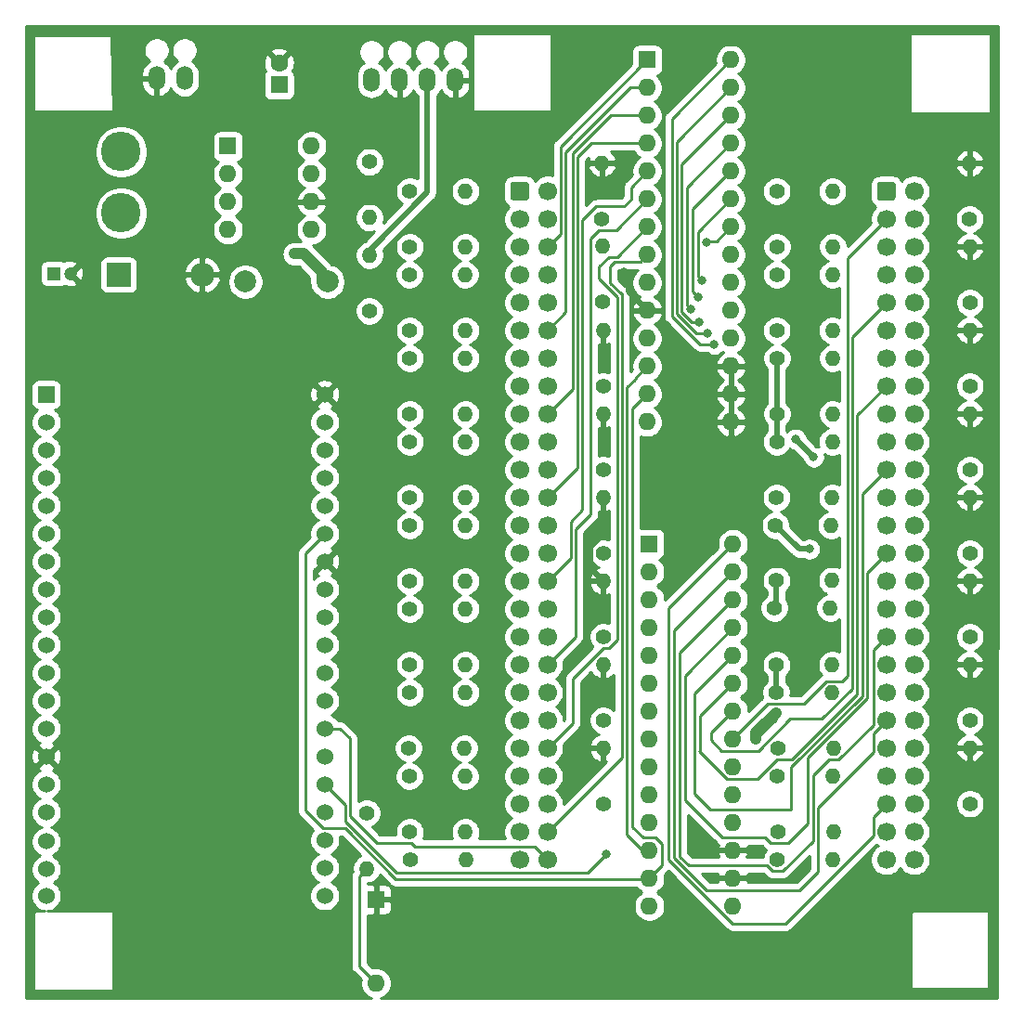
<source format=gbr>
%TF.GenerationSoftware,KiCad,Pcbnew,(5.1.9-0-10_14)*%
%TF.CreationDate,2021-07-30T11:39:19+01:00*%
%TF.ProjectId,SignalBox,5369676e-616c-4426-9f78-2e6b69636164,V2.1*%
%TF.SameCoordinates,Original*%
%TF.FileFunction,Copper,L2,Bot*%
%TF.FilePolarity,Positive*%
%FSLAX46Y46*%
G04 Gerber Fmt 4.6, Leading zero omitted, Abs format (unit mm)*
G04 Created by KiCad (PCBNEW (5.1.9-0-10_14)) date 2021-07-30 11:39:19*
%MOMM*%
%LPD*%
G01*
G04 APERTURE LIST*
%TA.AperFunction,ComponentPad*%
%ADD10C,1.200000*%
%TD*%
%TA.AperFunction,ComponentPad*%
%ADD11R,1.200000X1.200000*%
%TD*%
%TA.AperFunction,ComponentPad*%
%ADD12O,1.500000X2.200000*%
%TD*%
%TA.AperFunction,ComponentPad*%
%ADD13C,3.600000*%
%TD*%
%TA.AperFunction,ComponentPad*%
%ADD14C,1.524000*%
%TD*%
%TA.AperFunction,ComponentPad*%
%ADD15R,1.524000X1.524000*%
%TD*%
%TA.AperFunction,ComponentPad*%
%ADD16C,1.700000*%
%TD*%
%TA.AperFunction,ComponentPad*%
%ADD17C,2.000000*%
%TD*%
%TA.AperFunction,ComponentPad*%
%ADD18R,1.600000X1.600000*%
%TD*%
%TA.AperFunction,ComponentPad*%
%ADD19C,1.600000*%
%TD*%
%TA.AperFunction,ComponentPad*%
%ADD20R,2.200000X2.200000*%
%TD*%
%TA.AperFunction,ComponentPad*%
%ADD21O,2.200000X2.200000*%
%TD*%
%TA.AperFunction,ComponentPad*%
%ADD22O,1.600000X1.600000*%
%TD*%
%TA.AperFunction,ComponentPad*%
%ADD23O,1.400000X1.400000*%
%TD*%
%TA.AperFunction,ComponentPad*%
%ADD24C,1.400000*%
%TD*%
%TA.AperFunction,ViaPad*%
%ADD25C,0.800000*%
%TD*%
%TA.AperFunction,Conductor*%
%ADD26C,0.500000*%
%TD*%
%TA.AperFunction,Conductor*%
%ADD27C,1.000000*%
%TD*%
%TA.AperFunction,Conductor*%
%ADD28C,0.250000*%
%TD*%
%TA.AperFunction,Conductor*%
%ADD29C,0.254000*%
%TD*%
%TA.AperFunction,Conductor*%
%ADD30C,0.100000*%
%TD*%
G04 APERTURE END LIST*
D10*
%TO.P,C3,2*%
%TO.N,GND*%
X107203101Y-70243700D03*
D11*
%TO.P,C3,1*%
%TO.N,+5V*%
X105703101Y-70243700D03*
%TD*%
D12*
%TO.P,J3,1*%
%TO.N,Net-(J3-Pad1)*%
X134683500Y-52590700D03*
%TO.P,J3,2*%
%TO.N,GND*%
X137223500Y-52590700D03*
%TO.P,J3,3*%
%TO.N,Stop*%
X139763500Y-52590700D03*
%TO.P,J3,4*%
%TO.N,GND*%
X142303500Y-52590700D03*
%TD*%
%TO.P,J1,1*%
%TO.N,GND*%
X115100100Y-52438300D03*
%TO.P,J1,2*%
%TO.N,/5V Supply/6V-24V*%
X117640100Y-52438300D03*
%TD*%
D13*
%TO.P,L1,2*%
%TO.N,+5V*%
X111848900Y-59139200D03*
%TO.P,L1,1*%
%TO.N,Net-(C2-Pad1)*%
X111848900Y-64719200D03*
%TD*%
D14*
%TO.P,U1,38*%
%TO.N,GND*%
X130429000Y-81280000D03*
%TO.P,U1,37*%
%TO.N,Net-(U1-Pad37)*%
X130429000Y-83820000D03*
%TO.P,U1,36*%
%TO.N,SCL*%
X130429000Y-86360000D03*
%TO.P,U1,35*%
%TO.N,Net-(U1-Pad35)*%
X130429000Y-88900000D03*
%TO.P,U1,34*%
%TO.N,Net-(U1-Pad34)*%
X130429000Y-91440000D03*
%TO.P,U1,33*%
%TO.N,SDA*%
X130429000Y-93980000D03*
%TO.P,U1,32*%
%TO.N,GND*%
X130429000Y-96520000D03*
%TO.P,U1,31*%
%TO.N,Net-(U1-Pad31)*%
X130429000Y-99060000D03*
%TO.P,U1,30*%
%TO.N,Net-(U1-Pad30)*%
X130429000Y-101600000D03*
%TO.P,U1,29*%
%TO.N,Net-(U1-Pad29)*%
X130429000Y-104140000D03*
%TO.P,U1,28*%
%TO.N,Net-(U1-Pad28)*%
X130429000Y-106680000D03*
%TO.P,U1,27*%
%TO.N,Net-(J3-Pad1)*%
X130429000Y-109220000D03*
%TO.P,U1,26*%
%TO.N,WiFi*%
X130429000Y-111760000D03*
%TO.P,U1,25*%
%TO.N,Net-(U1-Pad25)*%
X130429000Y-114300000D03*
%TO.P,U1,24*%
%TO.N,Active*%
X130429000Y-116840000D03*
%TO.P,U1,23*%
%TO.N,Stop*%
X130429000Y-119380000D03*
%TO.P,U1,22*%
%TO.N,Net-(U1-Pad22)*%
X130429000Y-121920000D03*
%TO.P,U1,21*%
%TO.N,Net-(U1-Pad21)*%
X130429000Y-124460000D03*
%TO.P,U1,20*%
%TO.N,Net-(U1-Pad20)*%
X130429000Y-127000000D03*
%TO.P,U1,19*%
%TO.N,+5V*%
X105029000Y-127000000D03*
%TO.P,U1,18*%
%TO.N,Net-(U1-Pad18)*%
X105029000Y-124587000D03*
%TO.P,U1,17*%
%TO.N,Net-(U1-Pad17)*%
X105029000Y-122047000D03*
%TO.P,U1,16*%
%TO.N,Net-(U1-Pad16)*%
X105029000Y-119380000D03*
%TO.P,U1,15*%
%TO.N,Net-(U1-Pad15)*%
X105029000Y-116840000D03*
%TO.P,U1,14*%
%TO.N,GND*%
X105029000Y-114300000D03*
%TO.P,U1,13*%
%TO.N,Net-(U1-Pad13)*%
X105029000Y-111760000D03*
%TO.P,U1,12*%
%TO.N,Net-(U1-Pad12)*%
X105029000Y-109220000D03*
%TO.P,U1,11*%
%TO.N,Net-(U1-Pad11)*%
X105029000Y-106680000D03*
%TO.P,U1,10*%
%TO.N,Net-(U1-Pad10)*%
X105029000Y-104140000D03*
%TO.P,U1,9*%
%TO.N,Net-(U1-Pad9)*%
X105029000Y-101600000D03*
%TO.P,U1,8*%
%TO.N,Net-(U1-Pad8)*%
X105029000Y-99060000D03*
%TO.P,U1,7*%
%TO.N,Net-(U1-Pad7)*%
X105029000Y-96520000D03*
%TO.P,U1,6*%
%TO.N,Net-(U1-Pad6)*%
X105029000Y-93980000D03*
%TO.P,U1,5*%
%TO.N,Net-(J2-Pad2)*%
X105029000Y-91440000D03*
%TO.P,U1,4*%
%TO.N,Net-(U1-Pad4)*%
X105029000Y-88900000D03*
%TO.P,U1,3*%
%TO.N,Net-(U1-Pad3)*%
X105029000Y-86360000D03*
%TO.P,U1,2*%
%TO.N,Net-(U1-Pad2)*%
X105029000Y-83820000D03*
D15*
%TO.P,U1,1*%
%TO.N,Net-(U1-Pad1)*%
X105029000Y-81280000D03*
%TD*%
%TO.P,J5,1*%
%TO.N,G8*%
%TA.AperFunction,ComponentPad*%
G36*
G01*
X180785400Y-63338000D02*
X180785400Y-62138000D01*
G75*
G02*
X181035400Y-61888000I250000J0D01*
G01*
X182235400Y-61888000D01*
G75*
G02*
X182485400Y-62138000I0J-250000D01*
G01*
X182485400Y-63338000D01*
G75*
G02*
X182235400Y-63588000I-250000J0D01*
G01*
X181035400Y-63588000D01*
G75*
G02*
X180785400Y-63338000I0J250000D01*
G01*
G37*
%TD.AperFunction*%
D16*
%TO.P,J5,3*%
%TO.N,SG8*%
X181635400Y-65278000D03*
%TO.P,J5,5*%
%TO.N,F8*%
X181635400Y-67818000D03*
%TO.P,J5,7*%
%TO.N,G9*%
X181635400Y-70358000D03*
%TO.P,J5,9*%
%TO.N,SG9*%
X181635400Y-72898000D03*
%TO.P,J5,11*%
%TO.N,F9*%
X181635400Y-75438000D03*
%TO.P,J5,13*%
%TO.N,GA*%
X181635400Y-77978000D03*
%TO.P,J5,15*%
%TO.N,SGA*%
X181635400Y-80518000D03*
%TO.P,J5,17*%
%TO.N,FA*%
X181635400Y-83058000D03*
%TO.P,J5,19*%
%TO.N,GB*%
X181635400Y-85598000D03*
%TO.P,J5,21*%
%TO.N,SGB*%
X181635400Y-88138000D03*
%TO.P,J5,23*%
%TO.N,FB*%
X181635400Y-90678000D03*
%TO.P,J5,25*%
%TO.N,GC*%
X181635400Y-93218000D03*
%TO.P,J5,27*%
%TO.N,SGC*%
X181635400Y-95758000D03*
%TO.P,J5,29*%
%TO.N,FC*%
X181635400Y-98298000D03*
%TO.P,J5,31*%
%TO.N,GD*%
X181635400Y-100838000D03*
%TO.P,J5,33*%
%TO.N,SGD*%
X181635400Y-103378000D03*
%TO.P,J5,35*%
%TO.N,FD*%
X181635400Y-105918000D03*
%TO.P,J5,37*%
%TO.N,GE*%
X181635400Y-108458000D03*
%TO.P,J5,39*%
%TO.N,SGE*%
X181635400Y-110998000D03*
%TO.P,J5,41*%
%TO.N,FE*%
X181635400Y-113538000D03*
%TO.P,J5,43*%
%TO.N,GF*%
X181635400Y-116078000D03*
%TO.P,J5,45*%
%TO.N,SGF*%
X181635400Y-118618000D03*
%TO.P,J5,47*%
%TO.N,FF*%
X181635400Y-121158000D03*
%TO.P,J5,49*%
%TO.N,Net-(J5-Pad49)*%
X181635400Y-123698000D03*
%TO.P,J5,2*%
%TO.N,SG8*%
X184175400Y-62738000D03*
%TO.P,J5,4*%
%TO.N,R8*%
X184175400Y-65278000D03*
%TO.P,J5,6*%
%TO.N,O8*%
X184175400Y-67818000D03*
%TO.P,J5,8*%
%TO.N,SG9*%
X184175400Y-70358000D03*
%TO.P,J5,10*%
%TO.N,R9*%
X184175400Y-72898000D03*
%TO.P,J5,12*%
%TO.N,O9*%
X184175400Y-75438000D03*
%TO.P,J5,14*%
%TO.N,SGA*%
X184175400Y-77978000D03*
%TO.P,J5,16*%
%TO.N,RA*%
X184175400Y-80518000D03*
%TO.P,J5,18*%
%TO.N,OA*%
X184175400Y-83058000D03*
%TO.P,J5,20*%
%TO.N,SGB*%
X184175400Y-85598000D03*
%TO.P,J5,22*%
%TO.N,RB*%
X184175400Y-88138000D03*
%TO.P,J5,24*%
%TO.N,OB*%
X184175400Y-90678000D03*
%TO.P,J5,26*%
%TO.N,SGC*%
X184175400Y-93218000D03*
%TO.P,J5,28*%
%TO.N,RC*%
X184175400Y-95758000D03*
%TO.P,J5,30*%
%TO.N,OC*%
X184175400Y-98298000D03*
%TO.P,J5,32*%
%TO.N,SGD*%
X184175400Y-100838000D03*
%TO.P,J5,34*%
%TO.N,RD*%
X184175400Y-103378000D03*
%TO.P,J5,36*%
%TO.N,OD*%
X184175400Y-105918000D03*
%TO.P,J5,38*%
%TO.N,SGE*%
X184175400Y-108458000D03*
%TO.P,J5,40*%
%TO.N,RE*%
X184175400Y-110998000D03*
%TO.P,J5,42*%
%TO.N,OE*%
X184175400Y-113538000D03*
%TO.P,J5,44*%
%TO.N,SGF*%
X184175400Y-116078000D03*
%TO.P,J5,46*%
%TO.N,RF*%
X184175400Y-118618000D03*
%TO.P,J5,48*%
%TO.N,OF*%
X184175400Y-121158000D03*
%TO.P,J5,50*%
%TO.N,Active*%
X184175400Y-123698000D03*
%TD*%
D17*
%TO.P,C2,2*%
%TO.N,Net-(C2-Pad2)*%
X130690000Y-70993000D03*
%TO.P,C2,1*%
%TO.N,Net-(C2-Pad1)*%
X123190000Y-70993000D03*
%TD*%
D16*
%TO.P,J4,50*%
%TO.N,WiFi*%
X150749000Y-123698000D03*
%TO.P,J4,48*%
%TO.N,O7*%
X150749000Y-121158000D03*
%TO.P,J4,46*%
%TO.N,R7*%
X150749000Y-118618000D03*
%TO.P,J4,44*%
%TO.N,SG7*%
X150749000Y-116078000D03*
%TO.P,J4,42*%
%TO.N,O6*%
X150749000Y-113538000D03*
%TO.P,J4,40*%
%TO.N,R6*%
X150749000Y-110998000D03*
%TO.P,J4,38*%
%TO.N,SG6*%
X150749000Y-108458000D03*
%TO.P,J4,36*%
%TO.N,O5*%
X150749000Y-105918000D03*
%TO.P,J4,34*%
%TO.N,R5*%
X150749000Y-103378000D03*
%TO.P,J4,32*%
%TO.N,SG5*%
X150749000Y-100838000D03*
%TO.P,J4,30*%
%TO.N,O4*%
X150749000Y-98298000D03*
%TO.P,J4,28*%
%TO.N,R4*%
X150749000Y-95758000D03*
%TO.P,J4,26*%
%TO.N,SG4*%
X150749000Y-93218000D03*
%TO.P,J4,24*%
%TO.N,O3*%
X150749000Y-90678000D03*
%TO.P,J4,22*%
%TO.N,R3*%
X150749000Y-88138000D03*
%TO.P,J4,20*%
%TO.N,SG3*%
X150749000Y-85598000D03*
%TO.P,J4,18*%
%TO.N,O2*%
X150749000Y-83058000D03*
%TO.P,J4,16*%
%TO.N,R2*%
X150749000Y-80518000D03*
%TO.P,J4,14*%
%TO.N,SG2*%
X150749000Y-77978000D03*
%TO.P,J4,12*%
%TO.N,O1*%
X150749000Y-75438000D03*
%TO.P,J4,10*%
%TO.N,R1*%
X150749000Y-72898000D03*
%TO.P,J4,8*%
%TO.N,SG1*%
X150749000Y-70358000D03*
%TO.P,J4,6*%
%TO.N,O0*%
X150749000Y-67818000D03*
%TO.P,J4,4*%
%TO.N,R0*%
X150749000Y-65278000D03*
%TO.P,J4,2*%
%TO.N,SG0*%
X150749000Y-62738000D03*
%TO.P,J4,49*%
%TO.N,Net-(J4-Pad49)*%
X148209000Y-123698000D03*
%TO.P,J4,47*%
%TO.N,F7*%
X148209000Y-121158000D03*
%TO.P,J4,45*%
%TO.N,SG7*%
X148209000Y-118618000D03*
%TO.P,J4,43*%
%TO.N,G7*%
X148209000Y-116078000D03*
%TO.P,J4,41*%
%TO.N,F6*%
X148209000Y-113538000D03*
%TO.P,J4,39*%
%TO.N,SG6*%
X148209000Y-110998000D03*
%TO.P,J4,37*%
%TO.N,G6*%
X148209000Y-108458000D03*
%TO.P,J4,35*%
%TO.N,F5*%
X148209000Y-105918000D03*
%TO.P,J4,33*%
%TO.N,SG5*%
X148209000Y-103378000D03*
%TO.P,J4,31*%
%TO.N,G5*%
X148209000Y-100838000D03*
%TO.P,J4,29*%
%TO.N,F4*%
X148209000Y-98298000D03*
%TO.P,J4,27*%
%TO.N,SG4*%
X148209000Y-95758000D03*
%TO.P,J4,25*%
%TO.N,G4*%
X148209000Y-93218000D03*
%TO.P,J4,23*%
%TO.N,F3*%
X148209000Y-90678000D03*
%TO.P,J4,21*%
%TO.N,SG3*%
X148209000Y-88138000D03*
%TO.P,J4,19*%
%TO.N,G3*%
X148209000Y-85598000D03*
%TO.P,J4,17*%
%TO.N,F2*%
X148209000Y-83058000D03*
%TO.P,J4,15*%
%TO.N,SG2*%
X148209000Y-80518000D03*
%TO.P,J4,13*%
%TO.N,G2*%
X148209000Y-77978000D03*
%TO.P,J4,11*%
%TO.N,F1*%
X148209000Y-75438000D03*
%TO.P,J4,9*%
%TO.N,SG1*%
X148209000Y-72898000D03*
%TO.P,J4,7*%
%TO.N,G1*%
X148209000Y-70358000D03*
%TO.P,J4,5*%
%TO.N,F0*%
X148209000Y-67818000D03*
%TO.P,J4,3*%
%TO.N,SG0*%
X148209000Y-65278000D03*
%TO.P,J4,1*%
%TO.N,G0*%
%TA.AperFunction,ComponentPad*%
G36*
G01*
X147359000Y-63338000D02*
X147359000Y-62138000D01*
G75*
G02*
X147609000Y-61888000I250000J0D01*
G01*
X148809000Y-61888000D01*
G75*
G02*
X149059000Y-62138000I0J-250000D01*
G01*
X149059000Y-63338000D01*
G75*
G02*
X148809000Y-63588000I-250000J0D01*
G01*
X147609000Y-63588000D01*
G75*
G02*
X147359000Y-63338000I0J250000D01*
G01*
G37*
%TD.AperFunction*%
%TD*%
D18*
%TO.P,C1,1*%
%TO.N,/5V Supply/6V-24V*%
X126263400Y-53022500D03*
D19*
%TO.P,C1,2*%
%TO.N,GND*%
X126263400Y-51022500D03*
%TD*%
D20*
%TO.P,D2,1*%
%TO.N,Net-(C2-Pad1)*%
X111633000Y-70358000D03*
D21*
%TO.P,D2,2*%
%TO.N,GND*%
X119253000Y-70358000D03*
%TD*%
D18*
%TO.P,J2,1*%
%TO.N,GND*%
X135102600Y-127342900D03*
D22*
%TO.P,J2,2*%
%TO.N,Net-(J2-Pad2)*%
X135102600Y-134962900D03*
%TD*%
D23*
%TO.P,R1,2*%
%TO.N,Net-(J2-Pad2)*%
X134251700Y-124523500D03*
D24*
%TO.P,R1,1*%
%TO.N,+5V*%
X134251700Y-119443500D03*
%TD*%
D23*
%TO.P,R3,2*%
%TO.N,Net-(J4-Pad49)*%
X143294100Y-123698000D03*
D24*
%TO.P,R3,1*%
%TO.N,+5V*%
X138214100Y-123698000D03*
%TD*%
D23*
%TO.P,R6,2*%
%TO.N,Stop*%
X134493000Y-68580000D03*
D24*
%TO.P,R6,1*%
%TO.N,+5V*%
X134493000Y-73660000D03*
%TD*%
%TO.P,R7,1*%
%TO.N,+5V*%
X134493000Y-60071000D03*
D23*
%TO.P,R7,2*%
%TO.N,Net-(J3-Pad1)*%
X134493000Y-65151000D03*
%TD*%
D24*
%TO.P,R2,1*%
%TO.N,+5V*%
X171728100Y-121158000D03*
D23*
%TO.P,R2,2*%
%TO.N,FF*%
X176808100Y-121158000D03*
%TD*%
D24*
%TO.P,R4,1*%
%TO.N,+5V*%
X171728100Y-113547500D03*
D23*
%TO.P,R4,2*%
%TO.N,FE*%
X176808100Y-113547500D03*
%TD*%
%TO.P,R5,2*%
%TO.N,FD*%
X176708100Y-105947500D03*
D24*
%TO.P,R5,1*%
%TO.N,+5V*%
X171628100Y-105947500D03*
%TD*%
D23*
%TO.P,R8,2*%
%TO.N,FC*%
X176708100Y-98247500D03*
D24*
%TO.P,R8,1*%
%TO.N,+5V*%
X171628100Y-98247500D03*
%TD*%
D23*
%TO.P,R9,2*%
%TO.N,FB*%
X176708100Y-90678000D03*
D24*
%TO.P,R9,1*%
%TO.N,+5V*%
X171628100Y-90678000D03*
%TD*%
%TO.P,R10,1*%
%TO.N,+5V*%
X171665900Y-83058000D03*
D23*
%TO.P,R10,2*%
%TO.N,FA*%
X176745900Y-83058000D03*
%TD*%
%TO.P,R11,2*%
%TO.N,F9*%
X176720500Y-75438000D03*
D24*
%TO.P,R11,1*%
%TO.N,+5V*%
X171640500Y-75438000D03*
%TD*%
%TO.P,R12,1*%
%TO.N,+5V*%
X171665900Y-67818000D03*
D23*
%TO.P,R12,2*%
%TO.N,F8*%
X176745900Y-67818000D03*
%TD*%
D24*
%TO.P,R37,1*%
%TO.N,+5V*%
X138125200Y-116090700D03*
D23*
%TO.P,R37,2*%
%TO.N,G7*%
X143205200Y-116090700D03*
%TD*%
%TO.P,R39,2*%
%TO.N,G6*%
X143256000Y-108458000D03*
D24*
%TO.P,R39,1*%
%TO.N,+5V*%
X138176000Y-108458000D03*
%TD*%
%TO.P,R41,1*%
%TO.N,+5V*%
X138176000Y-100838000D03*
D23*
%TO.P,R41,2*%
%TO.N,G5*%
X143256000Y-100838000D03*
%TD*%
D24*
%TO.P,R43,1*%
%TO.N,+5V*%
X138176000Y-93218000D03*
D23*
%TO.P,R43,2*%
%TO.N,G4*%
X143256000Y-93218000D03*
%TD*%
%TO.P,R45,2*%
%TO.N,G3*%
X143256000Y-85598000D03*
D24*
%TO.P,R45,1*%
%TO.N,+5V*%
X138176000Y-85598000D03*
%TD*%
D23*
%TO.P,R47,2*%
%TO.N,G2*%
X143256000Y-77978000D03*
D24*
%TO.P,R47,1*%
%TO.N,+5V*%
X138176000Y-77978000D03*
%TD*%
%TO.P,R49,1*%
%TO.N,+5V*%
X138125200Y-70358000D03*
D23*
%TO.P,R49,2*%
%TO.N,G1*%
X143205200Y-70358000D03*
%TD*%
D24*
%TO.P,R52,1*%
%TO.N,+5V*%
X138176000Y-62738000D03*
D23*
%TO.P,R52,2*%
%TO.N,G0*%
X143256000Y-62738000D03*
%TD*%
%TO.P,R38,2*%
%TO.N,GND*%
X155829000Y-113538000D03*
D24*
%TO.P,R38,1*%
%TO.N,R7*%
X155829000Y-118618000D03*
%TD*%
D23*
%TO.P,R40,2*%
%TO.N,GND*%
X155829000Y-105918000D03*
D24*
%TO.P,R40,1*%
%TO.N,R6*%
X155829000Y-110998000D03*
%TD*%
%TO.P,R42,1*%
%TO.N,R5*%
X155829000Y-103378000D03*
D23*
%TO.P,R42,2*%
%TO.N,GND*%
X155829000Y-98298000D03*
%TD*%
D24*
%TO.P,R44,1*%
%TO.N,R4*%
X155829000Y-95758000D03*
D23*
%TO.P,R44,2*%
%TO.N,GND*%
X155829000Y-90678000D03*
%TD*%
D24*
%TO.P,R46,1*%
%TO.N,R3*%
X155816300Y-88138000D03*
D23*
%TO.P,R46,2*%
%TO.N,GND*%
X155816300Y-83058000D03*
%TD*%
%TO.P,R48,2*%
%TO.N,GND*%
X155816300Y-75438000D03*
D24*
%TO.P,R48,1*%
%TO.N,R2*%
X155816300Y-80518000D03*
%TD*%
D23*
%TO.P,R50,2*%
%TO.N,GND*%
X155778200Y-67779900D03*
D24*
%TO.P,R50,1*%
%TO.N,R1*%
X155778200Y-72859900D03*
%TD*%
%TO.P,R51,1*%
%TO.N,R0*%
X155702000Y-65278000D03*
D23*
%TO.P,R51,2*%
%TO.N,GND*%
X155702000Y-60198000D03*
%TD*%
D18*
%TO.P,U2,1*%
%TO.N,O0*%
X159829500Y-50761900D03*
D22*
%TO.P,U2,15*%
%TO.N,GND*%
X167449500Y-83781900D03*
%TO.P,U2,2*%
%TO.N,O1*%
X159829500Y-53301900D03*
%TO.P,U2,16*%
%TO.N,GND*%
X167449500Y-81241900D03*
%TO.P,U2,3*%
%TO.N,O2*%
X159829500Y-55841900D03*
%TO.P,U2,17*%
%TO.N,GND*%
X167449500Y-78701900D03*
%TO.P,U2,4*%
%TO.N,O3*%
X159829500Y-58381900D03*
%TO.P,U2,18*%
%TO.N,Net-(U1-Pad28)*%
X167449500Y-76161900D03*
%TO.P,U2,5*%
%TO.N,O4*%
X159829500Y-60921900D03*
%TO.P,U2,19*%
%TO.N,Net-(U2-Pad19)*%
X167449500Y-73621900D03*
%TO.P,U2,6*%
%TO.N,O5*%
X159829500Y-63461900D03*
%TO.P,U2,20*%
%TO.N,Net-(U2-Pad20)*%
X167449500Y-71081900D03*
%TO.P,U2,7*%
%TO.N,O6*%
X159829500Y-66001900D03*
%TO.P,U2,21*%
%TO.N,SG0*%
X167449500Y-68541900D03*
%TO.P,U2,8*%
%TO.N,O7*%
X159829500Y-68541900D03*
%TO.P,U2,22*%
%TO.N,SG1*%
X167449500Y-66001900D03*
%TO.P,U2,9*%
%TO.N,+5V*%
X159829500Y-71081900D03*
%TO.P,U2,23*%
%TO.N,SG2*%
X167449500Y-63461900D03*
%TO.P,U2,10*%
%TO.N,GND*%
X159829500Y-73621900D03*
%TO.P,U2,24*%
%TO.N,SG3*%
X167449500Y-60921900D03*
%TO.P,U2,11*%
%TO.N,Net-(U2-Pad11)*%
X159829500Y-76161900D03*
%TO.P,U2,25*%
%TO.N,SG4*%
X167449500Y-58381900D03*
%TO.P,U2,12*%
%TO.N,SCL*%
X159829500Y-78701900D03*
%TO.P,U2,26*%
%TO.N,SG5*%
X167449500Y-55841900D03*
%TO.P,U2,13*%
%TO.N,SDA*%
X159829500Y-81241900D03*
%TO.P,U2,27*%
%TO.N,SG6*%
X167449500Y-53301900D03*
%TO.P,U2,14*%
%TO.N,Net-(U2-Pad14)*%
X159829500Y-83781900D03*
%TO.P,U2,28*%
%TO.N,SG7*%
X167449500Y-50761900D03*
%TD*%
D18*
%TO.P,U4,1*%
%TO.N,Net-(C2-Pad2)*%
X121593101Y-58628701D03*
D22*
%TO.P,U4,5*%
%TO.N,Net-(U4-Pad5)*%
X129213101Y-66248701D03*
%TO.P,U4,2*%
%TO.N,Net-(U4-Pad2)*%
X121593101Y-61168701D03*
%TO.P,U4,6*%
%TO.N,GND*%
X129213101Y-63708701D03*
%TO.P,U4,3*%
%TO.N,Net-(U4-Pad3)*%
X121593101Y-63708701D03*
%TO.P,U4,7*%
%TO.N,/5V Supply/6V-24V*%
X129213101Y-61168701D03*
%TO.P,U4,4*%
%TO.N,+5V*%
X121593101Y-66248701D03*
%TO.P,U4,8*%
%TO.N,Net-(C2-Pad1)*%
X129213101Y-58628701D03*
%TD*%
D23*
%TO.P,R13,2*%
%TO.N,F7*%
X143256000Y-121183400D03*
D24*
%TO.P,R13,1*%
%TO.N,+5V*%
X138176000Y-121183400D03*
%TD*%
D23*
%TO.P,R14,2*%
%TO.N,F6*%
X143154400Y-113525300D03*
D24*
%TO.P,R14,1*%
%TO.N,+5V*%
X138074400Y-113525300D03*
%TD*%
%TO.P,R15,1*%
%TO.N,+5V*%
X138176000Y-105918000D03*
D23*
%TO.P,R15,2*%
%TO.N,F5*%
X143256000Y-105918000D03*
%TD*%
D24*
%TO.P,R16,1*%
%TO.N,+5V*%
X138176000Y-98298000D03*
D23*
%TO.P,R16,2*%
%TO.N,F4*%
X143256000Y-98298000D03*
%TD*%
%TO.P,R17,2*%
%TO.N,F3*%
X143256000Y-90678000D03*
D24*
%TO.P,R17,1*%
%TO.N,+5V*%
X138176000Y-90678000D03*
%TD*%
D23*
%TO.P,R18,2*%
%TO.N,F2*%
X143256000Y-83058000D03*
D24*
%TO.P,R18,1*%
%TO.N,+5V*%
X138176000Y-83058000D03*
%TD*%
%TO.P,R19,1*%
%TO.N,+5V*%
X138176000Y-75438000D03*
D23*
%TO.P,R19,2*%
%TO.N,F1*%
X143256000Y-75438000D03*
%TD*%
D24*
%TO.P,R20,1*%
%TO.N,+5V*%
X138176000Y-67818000D03*
D23*
%TO.P,R20,2*%
%TO.N,F0*%
X143256000Y-67818000D03*
%TD*%
%TO.P,R21,2*%
%TO.N,GF*%
X176784000Y-116078000D03*
D24*
%TO.P,R21,1*%
%TO.N,+5V*%
X171704000Y-116078000D03*
%TD*%
D23*
%TO.P,R22,2*%
%TO.N,GND*%
X189257500Y-113518300D03*
D24*
%TO.P,R22,1*%
%TO.N,RF*%
X189257500Y-118598300D03*
%TD*%
D23*
%TO.P,R23,2*%
%TO.N,GE*%
X176657000Y-108458000D03*
D24*
%TO.P,R23,1*%
%TO.N,+5V*%
X171577000Y-108458000D03*
%TD*%
D23*
%TO.P,R24,2*%
%TO.N,GND*%
X189257500Y-105918300D03*
D24*
%TO.P,R24,1*%
%TO.N,RE*%
X189257500Y-110998300D03*
%TD*%
%TO.P,R25,1*%
%TO.N,+5V*%
X171428100Y-100747500D03*
D23*
%TO.P,R25,2*%
%TO.N,GD*%
X176508100Y-100747500D03*
%TD*%
D24*
%TO.P,R26,1*%
%TO.N,RD*%
X189257500Y-103378000D03*
D23*
%TO.P,R26,2*%
%TO.N,GND*%
X189257500Y-98298000D03*
%TD*%
D24*
%TO.P,R27,1*%
%TO.N,+5V*%
X171528100Y-93218000D03*
D23*
%TO.P,R27,2*%
%TO.N,GC*%
X176608100Y-93218000D03*
%TD*%
D24*
%TO.P,R28,1*%
%TO.N,RC*%
X189257500Y-95758000D03*
D23*
%TO.P,R28,2*%
%TO.N,GND*%
X189257500Y-90678000D03*
%TD*%
%TO.P,R29,2*%
%TO.N,GB*%
X176720500Y-85598000D03*
D24*
%TO.P,R29,1*%
%TO.N,+5V*%
X171640500Y-85598000D03*
%TD*%
D23*
%TO.P,R30,2*%
%TO.N,GND*%
X189257500Y-83058000D03*
D24*
%TO.P,R30,1*%
%TO.N,RB*%
X189257500Y-88138000D03*
%TD*%
D23*
%TO.P,R31,2*%
%TO.N,GA*%
X176745900Y-77978000D03*
D24*
%TO.P,R31,1*%
%TO.N,+5V*%
X171665900Y-77978000D03*
%TD*%
D23*
%TO.P,R32,2*%
%TO.N,GND*%
X189257500Y-75438000D03*
D24*
%TO.P,R32,1*%
%TO.N,RA*%
X189257500Y-80518000D03*
%TD*%
%TO.P,R33,1*%
%TO.N,+5V*%
X171640500Y-70358000D03*
D23*
%TO.P,R33,2*%
%TO.N,G9*%
X176720500Y-70358000D03*
%TD*%
D24*
%TO.P,R34,1*%
%TO.N,R9*%
X189257500Y-72898000D03*
D23*
%TO.P,R34,2*%
%TO.N,GND*%
X189257500Y-67818000D03*
%TD*%
D24*
%TO.P,R35,1*%
%TO.N,+5V*%
X171640500Y-62738000D03*
D23*
%TO.P,R35,2*%
%TO.N,G8*%
X176720500Y-62738000D03*
%TD*%
D24*
%TO.P,R36,1*%
%TO.N,R8*%
X189230000Y-65278000D03*
D23*
%TO.P,R36,2*%
%TO.N,GND*%
X189230000Y-60198000D03*
%TD*%
D24*
%TO.P,R53,1*%
%TO.N,+5V*%
X171704000Y-123698000D03*
D23*
%TO.P,R53,2*%
%TO.N,Net-(J5-Pad49)*%
X176784000Y-123698000D03*
%TD*%
D18*
%TO.P,U3,1*%
%TO.N,O8*%
X160032700Y-94894400D03*
D22*
%TO.P,U3,15*%
%TO.N,+5V*%
X167652700Y-127914400D03*
%TO.P,U3,2*%
%TO.N,O9*%
X160032700Y-97434400D03*
%TO.P,U3,16*%
%TO.N,GND*%
X167652700Y-125374400D03*
%TO.P,U3,3*%
%TO.N,OA*%
X160032700Y-99974400D03*
%TO.P,U3,17*%
%TO.N,GND*%
X167652700Y-122834400D03*
%TO.P,U3,4*%
%TO.N,OB*%
X160032700Y-102514400D03*
%TO.P,U3,18*%
%TO.N,Net-(U1-Pad28)*%
X167652700Y-120294400D03*
%TO.P,U3,5*%
%TO.N,OC*%
X160032700Y-105054400D03*
%TO.P,U3,19*%
%TO.N,Net-(U3-Pad19)*%
X167652700Y-117754400D03*
%TO.P,U3,6*%
%TO.N,OD*%
X160032700Y-107594400D03*
%TO.P,U3,20*%
%TO.N,Net-(U3-Pad20)*%
X167652700Y-115214400D03*
%TO.P,U3,7*%
%TO.N,OE*%
X160032700Y-110134400D03*
%TO.P,U3,21*%
%TO.N,SG8*%
X167652700Y-112674400D03*
%TO.P,U3,8*%
%TO.N,OF*%
X160032700Y-112674400D03*
%TO.P,U3,22*%
%TO.N,SG9*%
X167652700Y-110134400D03*
%TO.P,U3,9*%
%TO.N,+5V*%
X160032700Y-115214400D03*
%TO.P,U3,23*%
%TO.N,SGA*%
X167652700Y-107594400D03*
%TO.P,U3,10*%
%TO.N,GND*%
X160032700Y-117754400D03*
%TO.P,U3,24*%
%TO.N,SGB*%
X167652700Y-105054400D03*
%TO.P,U3,11*%
%TO.N,Net-(U3-Pad11)*%
X160032700Y-120294400D03*
%TO.P,U3,25*%
%TO.N,SGC*%
X167652700Y-102514400D03*
%TO.P,U3,12*%
%TO.N,SCL*%
X160032700Y-122834400D03*
%TO.P,U3,26*%
%TO.N,SGD*%
X167652700Y-99974400D03*
%TO.P,U3,13*%
%TO.N,SDA*%
X160032700Y-125374400D03*
%TO.P,U3,27*%
%TO.N,SGE*%
X167652700Y-97434400D03*
%TO.P,U3,14*%
%TO.N,Net-(U3-Pad14)*%
X160032700Y-127914400D03*
%TO.P,U3,28*%
%TO.N,SGF*%
X167652700Y-94894400D03*
%TD*%
D25*
%TO.N,GND*%
X164719000Y-128308100D03*
X164084000Y-120777000D03*
X152781000Y-105664000D03*
X154559000Y-107442000D03*
X157734000Y-70104000D03*
X155829000Y-62992000D03*
%TO.N,Net-(C2-Pad2)*%
X127635000Y-68453000D03*
%TO.N,+5V*%
X171577000Y-110236000D03*
X169757103Y-112700202D03*
X173355000Y-85344000D03*
X175006000Y-86995000D03*
X174625000Y-95377000D03*
%TO.N,SG1*%
X165227000Y-67437000D03*
%TO.N,SG2*%
X164846000Y-70866000D03*
%TO.N,SG3*%
X164465000Y-72390000D03*
%TO.N,SG4*%
X163835358Y-73538358D03*
%TO.N,SG5*%
X164592000Y-74676000D03*
%TO.N,SG6*%
X165317000Y-75692000D03*
%TO.N,SG7*%
X165952000Y-76708000D03*
%TO.N,Active*%
X156083000Y-123190000D03*
%TD*%
D26*
%TO.N,GND*%
X164084000Y-120777000D02*
X164084000Y-122428000D01*
X164490400Y-122834400D02*
X167652700Y-122834400D01*
X164084000Y-122428000D02*
X164490400Y-122834400D01*
X155829000Y-94055998D02*
X154678999Y-95205999D01*
X154678999Y-97147999D02*
X155829000Y-98298000D01*
X154678999Y-95205999D02*
X154678999Y-97147999D01*
X155829000Y-90678000D02*
X155829000Y-94055998D01*
X158133999Y-71926399D02*
X159829500Y-73621900D01*
X158133999Y-70503999D02*
X158133999Y-71926399D01*
X157734000Y-70104000D02*
X158133999Y-70503999D01*
D27*
%TO.N,Net-(C2-Pad2)*%
X130177902Y-70118699D02*
X130177902Y-71078701D01*
X128512203Y-68453000D02*
X130177902Y-70118699D01*
X127635000Y-68453000D02*
X128512203Y-68453000D01*
D26*
%TO.N,+5V*%
X171665900Y-77978000D02*
X171665900Y-83058000D01*
X171665900Y-85572600D02*
X171640500Y-85598000D01*
X171665900Y-83058000D02*
X171665900Y-85572600D01*
X171628100Y-100547500D02*
X171428100Y-100747500D01*
X171628100Y-98247500D02*
X171628100Y-100547500D01*
X171628100Y-108406900D02*
X171577000Y-108458000D01*
X171628100Y-105947500D02*
X171628100Y-108406900D01*
D28*
X171577000Y-110880305D02*
X169757103Y-112700202D01*
X171577000Y-110236000D02*
X171577000Y-110880305D01*
D27*
X169757103Y-112127908D02*
X171577000Y-110308011D01*
X169757103Y-112700202D02*
X169757103Y-112127908D01*
D26*
X173355000Y-85344000D02*
X174625000Y-86614000D01*
X174625000Y-86614000D02*
X175006000Y-86995000D01*
X171528100Y-93218000D02*
X173687100Y-95377000D01*
X173687100Y-95377000D02*
X174625000Y-95377000D01*
D28*
%TO.N,Net-(J2-Pad2)*%
X133551701Y-133412001D02*
X135102600Y-134962900D01*
X133551701Y-125223499D02*
X133551701Y-133412001D01*
X134251700Y-124523500D02*
X133551701Y-125223499D01*
D26*
%TO.N,Stop*%
X139763500Y-62852502D02*
X134493000Y-68123002D01*
X134493000Y-68123002D02*
X134493000Y-68580000D01*
X139763500Y-52590700D02*
X139763500Y-62852502D01*
D28*
%TO.N,O0*%
X151924001Y-58667399D02*
X159829500Y-50761900D01*
X151924001Y-66642999D02*
X151924001Y-58667399D01*
X150749000Y-67818000D02*
X151924001Y-66642999D01*
%TO.N,SG1*%
X167449500Y-66001900D02*
X166141400Y-67310000D01*
X165354000Y-67310000D02*
X165227000Y-67437000D01*
X166141400Y-67310000D02*
X165354000Y-67310000D01*
%TO.N,O1*%
X150749000Y-75438000D02*
X152400000Y-73787000D01*
X152400000Y-73787000D02*
X152400000Y-59182000D01*
X158280100Y-53301900D02*
X159829500Y-53301900D01*
X152400000Y-59182000D02*
X158280100Y-53301900D01*
%TO.N,SG2*%
X164446001Y-66465399D02*
X167449500Y-63461900D01*
X164446001Y-70466001D02*
X164446001Y-66465399D01*
X164846000Y-70866000D02*
X164446001Y-70466001D01*
%TO.N,O2*%
X150749000Y-83058000D02*
X153035705Y-80771295D01*
X153035705Y-80771295D02*
X153035705Y-59308295D01*
X156502100Y-55841900D02*
X159829500Y-55841900D01*
X153035705Y-59308295D02*
X156502100Y-55841900D01*
%TO.N,SG3*%
X163995992Y-64375408D02*
X167449500Y-60921900D01*
X163995992Y-71920992D02*
X163995992Y-64375408D01*
X164465000Y-72390000D02*
X163995992Y-71920992D01*
%TO.N,O3*%
X150749000Y-90678000D02*
X153485715Y-87941285D01*
X153485715Y-87941285D02*
X153485715Y-59620285D01*
X154724100Y-58381900D02*
X159829500Y-58381900D01*
X153485715Y-59620285D02*
X154724100Y-58381900D01*
%TO.N,SG4*%
X163435359Y-62396041D02*
X167449500Y-58381900D01*
X163435359Y-73138359D02*
X163435359Y-62396041D01*
X163835358Y-73538358D02*
X163435359Y-73138359D01*
%TO.N,O4*%
X152844500Y-92900500D02*
X152844500Y-96202500D01*
X153935725Y-91809275D02*
X152844500Y-92900500D01*
X152844500Y-96202500D02*
X150749000Y-98298000D01*
X159829500Y-60921900D02*
X158369000Y-62382400D01*
X158369000Y-62382400D02*
X158369000Y-63500000D01*
X158369000Y-63500000D02*
X157734000Y-64135000D01*
X155194000Y-64135000D02*
X153935725Y-65393275D01*
X157734000Y-64135000D02*
X155194000Y-64135000D01*
X153935725Y-65393275D02*
X153935725Y-91809275D01*
%TO.N,SG5*%
X162985349Y-60306051D02*
X167449500Y-55841900D01*
X162985349Y-73761351D02*
X162985349Y-60306051D01*
X163899998Y-74676000D02*
X162985349Y-73761351D01*
X164592000Y-74676000D02*
X163899998Y-74676000D01*
%TO.N,O5*%
X154676999Y-92211001D02*
X153294510Y-93593490D01*
X153294510Y-103372490D02*
X153225500Y-103441500D01*
X153294510Y-93593490D02*
X153294510Y-103372490D01*
X153225500Y-103441500D02*
X150749000Y-105918000D01*
X155438999Y-66303001D02*
X154676999Y-67065001D01*
X156988399Y-66303001D02*
X155438999Y-66303001D01*
X159829500Y-63461900D02*
X156988399Y-66303001D01*
X154676999Y-67065001D02*
X154676999Y-92211001D01*
%TO.N,SG6*%
X162535339Y-58216061D02*
X167449500Y-53301900D01*
X162535339Y-73947751D02*
X162535339Y-58216061D01*
X164279588Y-75692000D02*
X162535339Y-73947751D01*
X165317000Y-75692000D02*
X164279588Y-75692000D01*
%TO.N,O6*%
X159528399Y-66303001D02*
X159829500Y-66001900D01*
X153035000Y-107194998D02*
X153035000Y-111252000D01*
X155826997Y-104403001D02*
X153035000Y-107194998D01*
X156321001Y-104403001D02*
X155826997Y-104403001D01*
X157099000Y-103625002D02*
X156321001Y-104403001D01*
X159829500Y-66001900D02*
X157099000Y-68732400D01*
X153035000Y-111252000D02*
X150749000Y-113538000D01*
X157099000Y-68732400D02*
X156311600Y-68732400D01*
X156311600Y-68732400D02*
X155448000Y-69596000D01*
X155448000Y-70739000D02*
X157099000Y-72390000D01*
X155448000Y-69596000D02*
X155448000Y-70739000D01*
X157099000Y-72390000D02*
X157099000Y-103625002D01*
%TO.N,SG7*%
X162085329Y-56126071D02*
X167449500Y-50761900D01*
X162085329Y-74134151D02*
X162085329Y-56126071D01*
X164659178Y-76708000D02*
X162085329Y-74134151D01*
X165952000Y-76708000D02*
X164659178Y-76708000D01*
%TO.N,O7*%
X150749000Y-121158000D02*
X157549010Y-114357990D01*
X157549010Y-72078010D02*
X157423420Y-72078010D01*
X157549010Y-114357990D02*
X157549010Y-72078010D01*
X156464000Y-71118590D02*
X156464000Y-69596000D01*
X157423420Y-72078010D02*
X156464000Y-71118590D01*
X159188990Y-69182410D02*
X159829500Y-68541900D01*
X156877590Y-69182410D02*
X159188990Y-69182410D01*
X156464000Y-69596000D02*
X156877590Y-69182410D01*
%TO.N,WiFi*%
X138337401Y-122208401D02*
X135162401Y-122208401D01*
X150749000Y-123698000D02*
X149573999Y-122522999D01*
X138651999Y-122522999D02*
X138337401Y-122208401D01*
X149573999Y-122522999D02*
X138651999Y-122522999D01*
X130429000Y-111760000D02*
X131826000Y-111760000D01*
X132715000Y-112649000D02*
X132715000Y-119761000D01*
X131826000Y-111760000D02*
X132715000Y-112649000D01*
X135162401Y-122208401D02*
X132715000Y-119761000D01*
%TO.N,SG8*%
X178072558Y-68840842D02*
X181635400Y-65278000D01*
X177575525Y-107432999D02*
X178072558Y-106935966D01*
X176164999Y-107432999D02*
X177575525Y-107432999D01*
X174114997Y-109483001D02*
X176164999Y-107432999D01*
X170844099Y-109483001D02*
X174114997Y-109483001D01*
X178072558Y-106935966D02*
X178072558Y-68840842D01*
X167652700Y-112674400D02*
X170844099Y-109483001D01*
%TO.N,SG9*%
X167652700Y-110134400D02*
X165646100Y-112141000D01*
X165646100Y-112141000D02*
X165646100Y-112814100D01*
X178522568Y-76010832D02*
X181635400Y-72898000D01*
X178522568Y-108116432D02*
X178522568Y-76010832D01*
X175768000Y-110871000D02*
X178522568Y-108116432D01*
X172887598Y-110871000D02*
X175768000Y-110871000D01*
X169959197Y-113799401D02*
X172887598Y-110871000D01*
X166631401Y-113799401D02*
X169959197Y-113799401D01*
X165646100Y-112814100D02*
X166631401Y-113799401D01*
%TO.N,SGA*%
X167652700Y-107594400D02*
X164630100Y-110617000D01*
X164630100Y-113753900D02*
X164572110Y-113811890D01*
X164630100Y-110617000D02*
X164630100Y-113753900D01*
X169925597Y-116339401D02*
X171692497Y-114572501D01*
X167099621Y-116339401D02*
X169925597Y-116339401D01*
X171692497Y-114572501D02*
X172993277Y-114572501D01*
X164572110Y-113811890D02*
X167099621Y-116339401D01*
X178972578Y-83180822D02*
X181635400Y-80518000D01*
X178972578Y-108593200D02*
X178972578Y-83180822D01*
X172993277Y-114572501D02*
X178972578Y-108593200D01*
%TO.N,SGB*%
X167652700Y-105054400D02*
X164122100Y-108585000D01*
X164122100Y-108585000D02*
X164122100Y-117690900D01*
X165600599Y-119169399D02*
X172930601Y-119169399D01*
X164122100Y-117690900D02*
X165600599Y-119169399D01*
X179422588Y-90350812D02*
X181635400Y-88138000D01*
X172930601Y-115271587D02*
X179422588Y-108779600D01*
X179422588Y-108779600D02*
X179422588Y-90350812D01*
X172930601Y-119169399D02*
X172930601Y-115271587D01*
%TO.N,SGC*%
X179872598Y-97520802D02*
X181635400Y-95758000D01*
X174486980Y-114351618D02*
X179872598Y-108966000D01*
X174486980Y-120407020D02*
X174486980Y-114351618D01*
X172710999Y-122183001D02*
X174486980Y-120407020D01*
X179872598Y-108966000D02*
X179872598Y-97520802D01*
X171078001Y-122183001D02*
X172710999Y-122183001D01*
X170604399Y-121709399D02*
X171078001Y-122183001D01*
X163264010Y-118265808D02*
X166707601Y-121709399D01*
X166707601Y-121709399D02*
X170604399Y-121709399D01*
X163264010Y-106903090D02*
X163264010Y-118265808D01*
X167652700Y-102514400D02*
X163264010Y-106903090D01*
%TO.N,SGD*%
X167652700Y-99974400D02*
X162814000Y-104813100D01*
X162814000Y-104813100D02*
X162814000Y-123442590D01*
X180460399Y-104553001D02*
X181635400Y-103378000D01*
X180460399Y-111412203D02*
X180460399Y-104553001D01*
X176384499Y-114572501D02*
X177300101Y-114572501D01*
X177300101Y-114572501D02*
X180460399Y-111412203D01*
X174936990Y-121982012D02*
X174936990Y-116020010D01*
X172196001Y-124723001D02*
X174936990Y-121982012D01*
X171211999Y-124723001D02*
X172196001Y-124723001D01*
X170738397Y-124249399D02*
X171211999Y-124723001D01*
X174936990Y-116020010D02*
X176384499Y-114572501D01*
X163620809Y-124249399D02*
X170738397Y-124249399D01*
X162814000Y-123442590D02*
X163620809Y-124249399D01*
%TO.N,SGE*%
X167652700Y-97434400D02*
X162306000Y-102781100D01*
X162306000Y-102781100D02*
X162306000Y-123571000D01*
X165234401Y-126499401D02*
X173728599Y-126499401D01*
X162306000Y-123571000D02*
X165234401Y-126499401D01*
X173728599Y-126499401D02*
X175387000Y-124841000D01*
X180460399Y-112173001D02*
X181635400Y-110998000D01*
X180460399Y-113918603D02*
X180460399Y-112173001D01*
X175387000Y-118992002D02*
X180460399Y-113918603D01*
X175387000Y-124841000D02*
X175387000Y-118992002D01*
%TO.N,SGF*%
X180460399Y-121538603D02*
X180460399Y-119793001D01*
X172459002Y-129540000D02*
X180460399Y-121538603D01*
X180460399Y-119793001D02*
X181635400Y-118618000D01*
X167652700Y-94894400D02*
X161798000Y-100749100D01*
X167613298Y-129540000D02*
X172459002Y-129540000D01*
X161798000Y-100749100D02*
X161798000Y-123724702D01*
X161798000Y-123724702D02*
X167613298Y-129540000D01*
%TO.N,Active*%
X154399999Y-124873001D02*
X136945031Y-124873001D01*
X156083000Y-123190000D02*
X154399999Y-124873001D01*
X132264990Y-120192960D02*
X132274015Y-120201985D01*
X132264990Y-118675990D02*
X132264990Y-120192960D01*
X130429000Y-116840000D02*
X132264990Y-118675990D01*
X136945031Y-124873001D02*
X132274015Y-120201985D01*
%TO.N,SCL*%
X159829500Y-78701900D02*
X158704499Y-79826901D01*
X158704499Y-79928501D02*
X157999020Y-80633980D01*
X158704499Y-79826901D02*
X158704499Y-79928501D01*
X157999020Y-80633980D02*
X157999020Y-121400980D01*
X159432440Y-122834400D02*
X160032700Y-122834400D01*
X157999020Y-121400980D02*
X159432440Y-122834400D01*
%TO.N,SDA*%
X160032700Y-125082722D02*
X160032700Y-125374400D01*
X159829500Y-81241900D02*
X158496000Y-82575400D01*
X161157701Y-124249399D02*
X160032700Y-125374400D01*
X160572701Y-121709399D02*
X161157701Y-122294399D01*
X161157701Y-122294399D02*
X161157701Y-124249399D01*
X159492699Y-121709399D02*
X160572701Y-121709399D01*
X158496000Y-120712700D02*
X159492699Y-121709399D01*
X158496000Y-82575400D02*
X158496000Y-120712700D01*
X130429000Y-93980000D02*
X128651000Y-95758000D01*
X132268619Y-120832999D02*
X136911620Y-125476000D01*
X128651000Y-119210762D02*
X130273237Y-120832999D01*
X130273237Y-120832999D02*
X132268619Y-120832999D01*
X128651000Y-95758000D02*
X128651000Y-119210762D01*
X159931100Y-125476000D02*
X160032700Y-125374400D01*
X136911620Y-125476000D02*
X159931100Y-125476000D01*
%TD*%
D29*
%TO.N,GND*%
X191860000Y-73185406D02*
X191770799Y-136340000D01*
X135527820Y-136340000D01*
X135782327Y-136234580D01*
X136017359Y-136077537D01*
X136217237Y-135877659D01*
X136374280Y-135642627D01*
X136482453Y-135381474D01*
X136537600Y-135104235D01*
X136537600Y-134821565D01*
X136482453Y-134544326D01*
X136374280Y-134283173D01*
X136217237Y-134048141D01*
X136017359Y-133848263D01*
X135782327Y-133691220D01*
X135521174Y-133583047D01*
X135243935Y-133527900D01*
X134961265Y-133527900D01*
X134778714Y-133564212D01*
X134311701Y-133097200D01*
X134311701Y-128780918D01*
X134816850Y-128777900D01*
X134975600Y-128619150D01*
X134975600Y-127469900D01*
X135229600Y-127469900D01*
X135229600Y-128619150D01*
X135388350Y-128777900D01*
X135902600Y-128780972D01*
X136027082Y-128768712D01*
X136146780Y-128732402D01*
X136257094Y-128673437D01*
X136353785Y-128594085D01*
X136433137Y-128497394D01*
X136492102Y-128387080D01*
X136528412Y-128267382D01*
X136540672Y-128142900D01*
X136537600Y-127628650D01*
X136378850Y-127469900D01*
X135229600Y-127469900D01*
X134975600Y-127469900D01*
X134955600Y-127469900D01*
X134955600Y-127215900D01*
X134975600Y-127215900D01*
X134975600Y-126066650D01*
X135229600Y-126066650D01*
X135229600Y-127215900D01*
X136378850Y-127215900D01*
X136537600Y-127057150D01*
X136540672Y-126542900D01*
X136528412Y-126418418D01*
X136492102Y-126298720D01*
X136433137Y-126188406D01*
X136353785Y-126091715D01*
X136257094Y-126012363D01*
X136146780Y-125953398D01*
X136027082Y-125917088D01*
X135902600Y-125904828D01*
X135388350Y-125907900D01*
X135229600Y-126066650D01*
X134975600Y-126066650D01*
X134816850Y-125907900D01*
X134311701Y-125904882D01*
X134311701Y-125858500D01*
X134383186Y-125858500D01*
X134641105Y-125807196D01*
X134884059Y-125706561D01*
X135102713Y-125560462D01*
X135288662Y-125374513D01*
X135434761Y-125155859D01*
X135458754Y-125097936D01*
X136347821Y-125987003D01*
X136371619Y-126016001D01*
X136400617Y-126039799D01*
X136487343Y-126110974D01*
X136538049Y-126138077D01*
X136619373Y-126181546D01*
X136762634Y-126225003D01*
X136874287Y-126236000D01*
X136874297Y-126236000D01*
X136911620Y-126239676D01*
X136948942Y-126236000D01*
X158882543Y-126236000D01*
X158918063Y-126289159D01*
X159117941Y-126489037D01*
X159350459Y-126644400D01*
X159117941Y-126799763D01*
X158918063Y-126999641D01*
X158761020Y-127234673D01*
X158652847Y-127495826D01*
X158597700Y-127773065D01*
X158597700Y-128055735D01*
X158652847Y-128332974D01*
X158761020Y-128594127D01*
X158918063Y-128829159D01*
X159117941Y-129029037D01*
X159352973Y-129186080D01*
X159614126Y-129294253D01*
X159891365Y-129349400D01*
X160174035Y-129349400D01*
X160451274Y-129294253D01*
X160712427Y-129186080D01*
X160947459Y-129029037D01*
X161147337Y-128829159D01*
X161304380Y-128594127D01*
X161412553Y-128332974D01*
X161467700Y-128055735D01*
X161467700Y-127773065D01*
X161412553Y-127495826D01*
X161304380Y-127234673D01*
X161147337Y-126999641D01*
X160947459Y-126799763D01*
X160714941Y-126644400D01*
X160947459Y-126489037D01*
X161147337Y-126289159D01*
X161304380Y-126054127D01*
X161412553Y-125792974D01*
X161467700Y-125515735D01*
X161467700Y-125233065D01*
X161431388Y-125050514D01*
X161668704Y-124813198D01*
X161697702Y-124789400D01*
X161738358Y-124739861D01*
X167049499Y-130051003D01*
X167073297Y-130080001D01*
X167189022Y-130174974D01*
X167321051Y-130245546D01*
X167464312Y-130289003D01*
X167575965Y-130300000D01*
X167575974Y-130300000D01*
X167613297Y-130303676D01*
X167650620Y-130300000D01*
X172421680Y-130300000D01*
X172459002Y-130303676D01*
X172496324Y-130300000D01*
X172496335Y-130300000D01*
X172607988Y-130289003D01*
X172751249Y-130245546D01*
X172883278Y-130174974D01*
X172999003Y-130080001D01*
X173022806Y-130050997D01*
X174549803Y-128524000D01*
X183896000Y-128524000D01*
X183896000Y-135382000D01*
X183898440Y-135406776D01*
X183905667Y-135430601D01*
X183917403Y-135452557D01*
X183933197Y-135471803D01*
X183952443Y-135487597D01*
X183974399Y-135499333D01*
X183998224Y-135506560D01*
X184023000Y-135509000D01*
X190881000Y-135509000D01*
X190905776Y-135506560D01*
X190929601Y-135499333D01*
X190951557Y-135487597D01*
X190970803Y-135471803D01*
X190986597Y-135452557D01*
X190998333Y-135430601D01*
X191005560Y-135406776D01*
X191008000Y-135382000D01*
X191008000Y-128524000D01*
X191005560Y-128499224D01*
X190998333Y-128475399D01*
X190986597Y-128453443D01*
X190970803Y-128434197D01*
X190951557Y-128418403D01*
X190929601Y-128406667D01*
X190905776Y-128399440D01*
X190881000Y-128397000D01*
X184023000Y-128397000D01*
X183998224Y-128399440D01*
X183974399Y-128406667D01*
X183952443Y-128418403D01*
X183933197Y-128434197D01*
X183917403Y-128453443D01*
X183905667Y-128475399D01*
X183898440Y-128499224D01*
X183896000Y-128524000D01*
X174549803Y-128524000D01*
X180732865Y-122340939D01*
X180863160Y-122428000D01*
X180688768Y-122544525D01*
X180481925Y-122751368D01*
X180319410Y-122994589D01*
X180207468Y-123264842D01*
X180150400Y-123551740D01*
X180150400Y-123844260D01*
X180207468Y-124131158D01*
X180319410Y-124401411D01*
X180481925Y-124644632D01*
X180688768Y-124851475D01*
X180931989Y-125013990D01*
X181202242Y-125125932D01*
X181489140Y-125183000D01*
X181781660Y-125183000D01*
X182068558Y-125125932D01*
X182338811Y-125013990D01*
X182582032Y-124851475D01*
X182788875Y-124644632D01*
X182905400Y-124470240D01*
X183021925Y-124644632D01*
X183228768Y-124851475D01*
X183471989Y-125013990D01*
X183742242Y-125125932D01*
X184029140Y-125183000D01*
X184321660Y-125183000D01*
X184608558Y-125125932D01*
X184878811Y-125013990D01*
X185122032Y-124851475D01*
X185328875Y-124644632D01*
X185491390Y-124401411D01*
X185603332Y-124131158D01*
X185660400Y-123844260D01*
X185660400Y-123551740D01*
X185603332Y-123264842D01*
X185491390Y-122994589D01*
X185328875Y-122751368D01*
X185122032Y-122544525D01*
X184947640Y-122428000D01*
X185122032Y-122311475D01*
X185328875Y-122104632D01*
X185491390Y-121861411D01*
X185603332Y-121591158D01*
X185660400Y-121304260D01*
X185660400Y-121011740D01*
X185603332Y-120724842D01*
X185491390Y-120454589D01*
X185328875Y-120211368D01*
X185122032Y-120004525D01*
X184947640Y-119888000D01*
X185122032Y-119771475D01*
X185328875Y-119564632D01*
X185491390Y-119321411D01*
X185603332Y-119051158D01*
X185660400Y-118764260D01*
X185660400Y-118471740D01*
X185659421Y-118466814D01*
X187922500Y-118466814D01*
X187922500Y-118729786D01*
X187973804Y-118987705D01*
X188074439Y-119230659D01*
X188220538Y-119449313D01*
X188406487Y-119635262D01*
X188625141Y-119781361D01*
X188868095Y-119881996D01*
X189126014Y-119933300D01*
X189388986Y-119933300D01*
X189646905Y-119881996D01*
X189889859Y-119781361D01*
X190108513Y-119635262D01*
X190294462Y-119449313D01*
X190440561Y-119230659D01*
X190541196Y-118987705D01*
X190592500Y-118729786D01*
X190592500Y-118466814D01*
X190541196Y-118208895D01*
X190440561Y-117965941D01*
X190294462Y-117747287D01*
X190108513Y-117561338D01*
X189889859Y-117415239D01*
X189646905Y-117314604D01*
X189388986Y-117263300D01*
X189126014Y-117263300D01*
X188868095Y-117314604D01*
X188625141Y-117415239D01*
X188406487Y-117561338D01*
X188220538Y-117747287D01*
X188074439Y-117965941D01*
X187973804Y-118208895D01*
X187922500Y-118466814D01*
X185659421Y-118466814D01*
X185603332Y-118184842D01*
X185491390Y-117914589D01*
X185328875Y-117671368D01*
X185122032Y-117464525D01*
X184947640Y-117348000D01*
X185122032Y-117231475D01*
X185328875Y-117024632D01*
X185491390Y-116781411D01*
X185603332Y-116511158D01*
X185660400Y-116224260D01*
X185660400Y-115931740D01*
X185603332Y-115644842D01*
X185491390Y-115374589D01*
X185328875Y-115131368D01*
X185122032Y-114924525D01*
X184947640Y-114808000D01*
X185122032Y-114691475D01*
X185328875Y-114484632D01*
X185491390Y-114241411D01*
X185603332Y-113971158D01*
X185627107Y-113851630D01*
X187964778Y-113851630D01*
X188054647Y-114097423D01*
X188190741Y-114320960D01*
X188367830Y-114513651D01*
X188579108Y-114668092D01*
X188816456Y-114778347D01*
X188924171Y-114811016D01*
X189130500Y-114687674D01*
X189130500Y-113645300D01*
X189384500Y-113645300D01*
X189384500Y-114687674D01*
X189590829Y-114811016D01*
X189698544Y-114778347D01*
X189935892Y-114668092D01*
X190147170Y-114513651D01*
X190324259Y-114320960D01*
X190460353Y-114097423D01*
X190550222Y-113851630D01*
X190427701Y-113645300D01*
X189384500Y-113645300D01*
X189130500Y-113645300D01*
X188087299Y-113645300D01*
X187964778Y-113851630D01*
X185627107Y-113851630D01*
X185660400Y-113684260D01*
X185660400Y-113391740D01*
X185603332Y-113104842D01*
X185491390Y-112834589D01*
X185328875Y-112591368D01*
X185122032Y-112384525D01*
X184947640Y-112268000D01*
X185122032Y-112151475D01*
X185328875Y-111944632D01*
X185491390Y-111701411D01*
X185603332Y-111431158D01*
X185660400Y-111144260D01*
X185660400Y-110866814D01*
X187922500Y-110866814D01*
X187922500Y-111129786D01*
X187973804Y-111387705D01*
X188074439Y-111630659D01*
X188220538Y-111849313D01*
X188406487Y-112035262D01*
X188625141Y-112181361D01*
X188813778Y-112259497D01*
X188579108Y-112368508D01*
X188367830Y-112522949D01*
X188190741Y-112715640D01*
X188054647Y-112939177D01*
X187964778Y-113184970D01*
X188087299Y-113391300D01*
X189130500Y-113391300D01*
X189130500Y-113371300D01*
X189384500Y-113371300D01*
X189384500Y-113391300D01*
X190427701Y-113391300D01*
X190550222Y-113184970D01*
X190460353Y-112939177D01*
X190324259Y-112715640D01*
X190147170Y-112522949D01*
X189935892Y-112368508D01*
X189701222Y-112259497D01*
X189889859Y-112181361D01*
X190108513Y-112035262D01*
X190294462Y-111849313D01*
X190440561Y-111630659D01*
X190541196Y-111387705D01*
X190592500Y-111129786D01*
X190592500Y-110866814D01*
X190541196Y-110608895D01*
X190440561Y-110365941D01*
X190294462Y-110147287D01*
X190108513Y-109961338D01*
X189889859Y-109815239D01*
X189646905Y-109714604D01*
X189388986Y-109663300D01*
X189126014Y-109663300D01*
X188868095Y-109714604D01*
X188625141Y-109815239D01*
X188406487Y-109961338D01*
X188220538Y-110147287D01*
X188074439Y-110365941D01*
X187973804Y-110608895D01*
X187922500Y-110866814D01*
X185660400Y-110866814D01*
X185660400Y-110851740D01*
X185603332Y-110564842D01*
X185491390Y-110294589D01*
X185328875Y-110051368D01*
X185122032Y-109844525D01*
X184947640Y-109728000D01*
X185122032Y-109611475D01*
X185328875Y-109404632D01*
X185491390Y-109161411D01*
X185603332Y-108891158D01*
X185660400Y-108604260D01*
X185660400Y-108311740D01*
X185603332Y-108024842D01*
X185491390Y-107754589D01*
X185328875Y-107511368D01*
X185122032Y-107304525D01*
X184947640Y-107188000D01*
X185122032Y-107071475D01*
X185328875Y-106864632D01*
X185491390Y-106621411D01*
X185603332Y-106351158D01*
X185623129Y-106251630D01*
X187964778Y-106251630D01*
X188054647Y-106497423D01*
X188190741Y-106720960D01*
X188367830Y-106913651D01*
X188579108Y-107068092D01*
X188816456Y-107178347D01*
X188924171Y-107211016D01*
X189130500Y-107087674D01*
X189130500Y-106045300D01*
X189384500Y-106045300D01*
X189384500Y-107087674D01*
X189590829Y-107211016D01*
X189698544Y-107178347D01*
X189935892Y-107068092D01*
X190147170Y-106913651D01*
X190324259Y-106720960D01*
X190460353Y-106497423D01*
X190550222Y-106251630D01*
X190427701Y-106045300D01*
X189384500Y-106045300D01*
X189130500Y-106045300D01*
X188087299Y-106045300D01*
X187964778Y-106251630D01*
X185623129Y-106251630D01*
X185660400Y-106064260D01*
X185660400Y-105771740D01*
X185603332Y-105484842D01*
X185491390Y-105214589D01*
X185328875Y-104971368D01*
X185122032Y-104764525D01*
X184947640Y-104648000D01*
X185122032Y-104531475D01*
X185328875Y-104324632D01*
X185491390Y-104081411D01*
X185603332Y-103811158D01*
X185660400Y-103524260D01*
X185660400Y-103246514D01*
X187922500Y-103246514D01*
X187922500Y-103509486D01*
X187973804Y-103767405D01*
X188074439Y-104010359D01*
X188220538Y-104229013D01*
X188406487Y-104414962D01*
X188625141Y-104561061D01*
X188841469Y-104650667D01*
X188816456Y-104658253D01*
X188579108Y-104768508D01*
X188367830Y-104922949D01*
X188190741Y-105115640D01*
X188054647Y-105339177D01*
X187964778Y-105584970D01*
X188087299Y-105791300D01*
X189130500Y-105791300D01*
X189130500Y-105771300D01*
X189384500Y-105771300D01*
X189384500Y-105791300D01*
X190427701Y-105791300D01*
X190550222Y-105584970D01*
X190460353Y-105339177D01*
X190324259Y-105115640D01*
X190147170Y-104922949D01*
X189935892Y-104768508D01*
X189698544Y-104658253D01*
X189673531Y-104650667D01*
X189889859Y-104561061D01*
X190108513Y-104414962D01*
X190294462Y-104229013D01*
X190440561Y-104010359D01*
X190541196Y-103767405D01*
X190592500Y-103509486D01*
X190592500Y-103246514D01*
X190541196Y-102988595D01*
X190440561Y-102745641D01*
X190294462Y-102526987D01*
X190108513Y-102341038D01*
X189889859Y-102194939D01*
X189646905Y-102094304D01*
X189388986Y-102043000D01*
X189126014Y-102043000D01*
X188868095Y-102094304D01*
X188625141Y-102194939D01*
X188406487Y-102341038D01*
X188220538Y-102526987D01*
X188074439Y-102745641D01*
X187973804Y-102988595D01*
X187922500Y-103246514D01*
X185660400Y-103246514D01*
X185660400Y-103231740D01*
X185603332Y-102944842D01*
X185491390Y-102674589D01*
X185328875Y-102431368D01*
X185122032Y-102224525D01*
X184947640Y-102108000D01*
X185122032Y-101991475D01*
X185328875Y-101784632D01*
X185491390Y-101541411D01*
X185603332Y-101271158D01*
X185660400Y-100984260D01*
X185660400Y-100691740D01*
X185603332Y-100404842D01*
X185491390Y-100134589D01*
X185328875Y-99891368D01*
X185122032Y-99684525D01*
X184947640Y-99568000D01*
X185122032Y-99451475D01*
X185328875Y-99244632D01*
X185491390Y-99001411D01*
X185603332Y-98731158D01*
X185623189Y-98631330D01*
X187964778Y-98631330D01*
X188054647Y-98877123D01*
X188190741Y-99100660D01*
X188367830Y-99293351D01*
X188579108Y-99447792D01*
X188816456Y-99558047D01*
X188924171Y-99590716D01*
X189130500Y-99467374D01*
X189130500Y-98425000D01*
X189384500Y-98425000D01*
X189384500Y-99467374D01*
X189590829Y-99590716D01*
X189698544Y-99558047D01*
X189935892Y-99447792D01*
X190147170Y-99293351D01*
X190324259Y-99100660D01*
X190460353Y-98877123D01*
X190550222Y-98631330D01*
X190427701Y-98425000D01*
X189384500Y-98425000D01*
X189130500Y-98425000D01*
X188087299Y-98425000D01*
X187964778Y-98631330D01*
X185623189Y-98631330D01*
X185660400Y-98444260D01*
X185660400Y-98151740D01*
X185603332Y-97864842D01*
X185491390Y-97594589D01*
X185328875Y-97351368D01*
X185122032Y-97144525D01*
X184947640Y-97028000D01*
X185122032Y-96911475D01*
X185328875Y-96704632D01*
X185491390Y-96461411D01*
X185603332Y-96191158D01*
X185660400Y-95904260D01*
X185660400Y-95626514D01*
X187922500Y-95626514D01*
X187922500Y-95889486D01*
X187973804Y-96147405D01*
X188074439Y-96390359D01*
X188220538Y-96609013D01*
X188406487Y-96794962D01*
X188625141Y-96941061D01*
X188841050Y-97030494D01*
X188816456Y-97037953D01*
X188579108Y-97148208D01*
X188367830Y-97302649D01*
X188190741Y-97495340D01*
X188054647Y-97718877D01*
X187964778Y-97964670D01*
X188087299Y-98171000D01*
X189130500Y-98171000D01*
X189130500Y-98151000D01*
X189384500Y-98151000D01*
X189384500Y-98171000D01*
X190427701Y-98171000D01*
X190550222Y-97964670D01*
X190460353Y-97718877D01*
X190324259Y-97495340D01*
X190147170Y-97302649D01*
X189935892Y-97148208D01*
X189698544Y-97037953D01*
X189673950Y-97030494D01*
X189889859Y-96941061D01*
X190108513Y-96794962D01*
X190294462Y-96609013D01*
X190440561Y-96390359D01*
X190541196Y-96147405D01*
X190592500Y-95889486D01*
X190592500Y-95626514D01*
X190541196Y-95368595D01*
X190440561Y-95125641D01*
X190294462Y-94906987D01*
X190108513Y-94721038D01*
X189889859Y-94574939D01*
X189646905Y-94474304D01*
X189388986Y-94423000D01*
X189126014Y-94423000D01*
X188868095Y-94474304D01*
X188625141Y-94574939D01*
X188406487Y-94721038D01*
X188220538Y-94906987D01*
X188074439Y-95125641D01*
X187973804Y-95368595D01*
X187922500Y-95626514D01*
X185660400Y-95626514D01*
X185660400Y-95611740D01*
X185603332Y-95324842D01*
X185491390Y-95054589D01*
X185328875Y-94811368D01*
X185122032Y-94604525D01*
X184947640Y-94488000D01*
X185122032Y-94371475D01*
X185328875Y-94164632D01*
X185491390Y-93921411D01*
X185603332Y-93651158D01*
X185660400Y-93364260D01*
X185660400Y-93071740D01*
X185603332Y-92784842D01*
X185491390Y-92514589D01*
X185328875Y-92271368D01*
X185122032Y-92064525D01*
X184947640Y-91948000D01*
X185122032Y-91831475D01*
X185328875Y-91624632D01*
X185491390Y-91381411D01*
X185603332Y-91111158D01*
X185623189Y-91011330D01*
X187964778Y-91011330D01*
X188054647Y-91257123D01*
X188190741Y-91480660D01*
X188367830Y-91673351D01*
X188579108Y-91827792D01*
X188816456Y-91938047D01*
X188924171Y-91970716D01*
X189130500Y-91847374D01*
X189130500Y-90805000D01*
X189384500Y-90805000D01*
X189384500Y-91847374D01*
X189590829Y-91970716D01*
X189698544Y-91938047D01*
X189935892Y-91827792D01*
X190147170Y-91673351D01*
X190324259Y-91480660D01*
X190460353Y-91257123D01*
X190550222Y-91011330D01*
X190427701Y-90805000D01*
X189384500Y-90805000D01*
X189130500Y-90805000D01*
X188087299Y-90805000D01*
X187964778Y-91011330D01*
X185623189Y-91011330D01*
X185660400Y-90824260D01*
X185660400Y-90531740D01*
X185603332Y-90244842D01*
X185491390Y-89974589D01*
X185328875Y-89731368D01*
X185122032Y-89524525D01*
X184947640Y-89408000D01*
X185122032Y-89291475D01*
X185328875Y-89084632D01*
X185491390Y-88841411D01*
X185603332Y-88571158D01*
X185660400Y-88284260D01*
X185660400Y-88006514D01*
X187922500Y-88006514D01*
X187922500Y-88269486D01*
X187973804Y-88527405D01*
X188074439Y-88770359D01*
X188220538Y-88989013D01*
X188406487Y-89174962D01*
X188625141Y-89321061D01*
X188841050Y-89410494D01*
X188816456Y-89417953D01*
X188579108Y-89528208D01*
X188367830Y-89682649D01*
X188190741Y-89875340D01*
X188054647Y-90098877D01*
X187964778Y-90344670D01*
X188087299Y-90551000D01*
X189130500Y-90551000D01*
X189130500Y-90531000D01*
X189384500Y-90531000D01*
X189384500Y-90551000D01*
X190427701Y-90551000D01*
X190550222Y-90344670D01*
X190460353Y-90098877D01*
X190324259Y-89875340D01*
X190147170Y-89682649D01*
X189935892Y-89528208D01*
X189698544Y-89417953D01*
X189673950Y-89410494D01*
X189889859Y-89321061D01*
X190108513Y-89174962D01*
X190294462Y-88989013D01*
X190440561Y-88770359D01*
X190541196Y-88527405D01*
X190592500Y-88269486D01*
X190592500Y-88006514D01*
X190541196Y-87748595D01*
X190440561Y-87505641D01*
X190294462Y-87286987D01*
X190108513Y-87101038D01*
X189889859Y-86954939D01*
X189646905Y-86854304D01*
X189388986Y-86803000D01*
X189126014Y-86803000D01*
X188868095Y-86854304D01*
X188625141Y-86954939D01*
X188406487Y-87101038D01*
X188220538Y-87286987D01*
X188074439Y-87505641D01*
X187973804Y-87748595D01*
X187922500Y-88006514D01*
X185660400Y-88006514D01*
X185660400Y-87991740D01*
X185603332Y-87704842D01*
X185491390Y-87434589D01*
X185328875Y-87191368D01*
X185122032Y-86984525D01*
X184947640Y-86868000D01*
X185122032Y-86751475D01*
X185328875Y-86544632D01*
X185491390Y-86301411D01*
X185603332Y-86031158D01*
X185660400Y-85744260D01*
X185660400Y-85451740D01*
X185603332Y-85164842D01*
X185491390Y-84894589D01*
X185328875Y-84651368D01*
X185122032Y-84444525D01*
X184947640Y-84328000D01*
X185122032Y-84211475D01*
X185328875Y-84004632D01*
X185491390Y-83761411D01*
X185603332Y-83491158D01*
X185623189Y-83391330D01*
X187964778Y-83391330D01*
X188054647Y-83637123D01*
X188190741Y-83860660D01*
X188367830Y-84053351D01*
X188579108Y-84207792D01*
X188816456Y-84318047D01*
X188924171Y-84350716D01*
X189130500Y-84227374D01*
X189130500Y-83185000D01*
X189384500Y-83185000D01*
X189384500Y-84227374D01*
X189590829Y-84350716D01*
X189698544Y-84318047D01*
X189935892Y-84207792D01*
X190147170Y-84053351D01*
X190324259Y-83860660D01*
X190460353Y-83637123D01*
X190550222Y-83391330D01*
X190427701Y-83185000D01*
X189384500Y-83185000D01*
X189130500Y-83185000D01*
X188087299Y-83185000D01*
X187964778Y-83391330D01*
X185623189Y-83391330D01*
X185660400Y-83204260D01*
X185660400Y-82911740D01*
X185603332Y-82624842D01*
X185491390Y-82354589D01*
X185328875Y-82111368D01*
X185122032Y-81904525D01*
X184947640Y-81788000D01*
X185122032Y-81671475D01*
X185328875Y-81464632D01*
X185491390Y-81221411D01*
X185603332Y-80951158D01*
X185660400Y-80664260D01*
X185660400Y-80386514D01*
X187922500Y-80386514D01*
X187922500Y-80649486D01*
X187973804Y-80907405D01*
X188074439Y-81150359D01*
X188220538Y-81369013D01*
X188406487Y-81554962D01*
X188625141Y-81701061D01*
X188841050Y-81790494D01*
X188816456Y-81797953D01*
X188579108Y-81908208D01*
X188367830Y-82062649D01*
X188190741Y-82255340D01*
X188054647Y-82478877D01*
X187964778Y-82724670D01*
X188087299Y-82931000D01*
X189130500Y-82931000D01*
X189130500Y-82911000D01*
X189384500Y-82911000D01*
X189384500Y-82931000D01*
X190427701Y-82931000D01*
X190550222Y-82724670D01*
X190460353Y-82478877D01*
X190324259Y-82255340D01*
X190147170Y-82062649D01*
X189935892Y-81908208D01*
X189698544Y-81797953D01*
X189673950Y-81790494D01*
X189889859Y-81701061D01*
X190108513Y-81554962D01*
X190294462Y-81369013D01*
X190440561Y-81150359D01*
X190541196Y-80907405D01*
X190592500Y-80649486D01*
X190592500Y-80386514D01*
X190541196Y-80128595D01*
X190440561Y-79885641D01*
X190294462Y-79666987D01*
X190108513Y-79481038D01*
X189889859Y-79334939D01*
X189646905Y-79234304D01*
X189388986Y-79183000D01*
X189126014Y-79183000D01*
X188868095Y-79234304D01*
X188625141Y-79334939D01*
X188406487Y-79481038D01*
X188220538Y-79666987D01*
X188074439Y-79885641D01*
X187973804Y-80128595D01*
X187922500Y-80386514D01*
X185660400Y-80386514D01*
X185660400Y-80371740D01*
X185603332Y-80084842D01*
X185491390Y-79814589D01*
X185328875Y-79571368D01*
X185122032Y-79364525D01*
X184947640Y-79248000D01*
X185122032Y-79131475D01*
X185328875Y-78924632D01*
X185491390Y-78681411D01*
X185603332Y-78411158D01*
X185660400Y-78124260D01*
X185660400Y-77831740D01*
X185603332Y-77544842D01*
X185491390Y-77274589D01*
X185328875Y-77031368D01*
X185122032Y-76824525D01*
X184947640Y-76708000D01*
X185122032Y-76591475D01*
X185328875Y-76384632D01*
X185491390Y-76141411D01*
X185603332Y-75871158D01*
X185623189Y-75771330D01*
X187964778Y-75771330D01*
X188054647Y-76017123D01*
X188190741Y-76240660D01*
X188367830Y-76433351D01*
X188579108Y-76587792D01*
X188816456Y-76698047D01*
X188924171Y-76730716D01*
X189130500Y-76607374D01*
X189130500Y-75565000D01*
X189384500Y-75565000D01*
X189384500Y-76607374D01*
X189590829Y-76730716D01*
X189698544Y-76698047D01*
X189935892Y-76587792D01*
X190147170Y-76433351D01*
X190324259Y-76240660D01*
X190460353Y-76017123D01*
X190550222Y-75771330D01*
X190427701Y-75565000D01*
X189384500Y-75565000D01*
X189130500Y-75565000D01*
X188087299Y-75565000D01*
X187964778Y-75771330D01*
X185623189Y-75771330D01*
X185660400Y-75584260D01*
X185660400Y-75291740D01*
X185603332Y-75004842D01*
X185491390Y-74734589D01*
X185328875Y-74491368D01*
X185122032Y-74284525D01*
X184947640Y-74168000D01*
X185122032Y-74051475D01*
X185328875Y-73844632D01*
X185491390Y-73601411D01*
X185603332Y-73331158D01*
X185660400Y-73044260D01*
X185660400Y-72766514D01*
X187922500Y-72766514D01*
X187922500Y-73029486D01*
X187973804Y-73287405D01*
X188074439Y-73530359D01*
X188220538Y-73749013D01*
X188406487Y-73934962D01*
X188625141Y-74081061D01*
X188841050Y-74170494D01*
X188816456Y-74177953D01*
X188579108Y-74288208D01*
X188367830Y-74442649D01*
X188190741Y-74635340D01*
X188054647Y-74858877D01*
X187964778Y-75104670D01*
X188087299Y-75311000D01*
X189130500Y-75311000D01*
X189130500Y-75291000D01*
X189384500Y-75291000D01*
X189384500Y-75311000D01*
X190427701Y-75311000D01*
X190550222Y-75104670D01*
X190460353Y-74858877D01*
X190324259Y-74635340D01*
X190147170Y-74442649D01*
X189935892Y-74288208D01*
X189698544Y-74177953D01*
X189673950Y-74170494D01*
X189889859Y-74081061D01*
X190108513Y-73934962D01*
X190294462Y-73749013D01*
X190440561Y-73530359D01*
X190541196Y-73287405D01*
X190592500Y-73029486D01*
X190592500Y-72766514D01*
X190541196Y-72508595D01*
X190440561Y-72265641D01*
X190294462Y-72046987D01*
X190108513Y-71861038D01*
X189889859Y-71714939D01*
X189646905Y-71614304D01*
X189388986Y-71563000D01*
X189126014Y-71563000D01*
X188868095Y-71614304D01*
X188625141Y-71714939D01*
X188406487Y-71861038D01*
X188220538Y-72046987D01*
X188074439Y-72265641D01*
X187973804Y-72508595D01*
X187922500Y-72766514D01*
X185660400Y-72766514D01*
X185660400Y-72751740D01*
X185603332Y-72464842D01*
X185491390Y-72194589D01*
X185328875Y-71951368D01*
X185122032Y-71744525D01*
X184947640Y-71628000D01*
X185122032Y-71511475D01*
X185328875Y-71304632D01*
X185491390Y-71061411D01*
X185603332Y-70791158D01*
X185660400Y-70504260D01*
X185660400Y-70211740D01*
X185603332Y-69924842D01*
X185491390Y-69654589D01*
X185328875Y-69411368D01*
X185122032Y-69204525D01*
X184947640Y-69088000D01*
X185122032Y-68971475D01*
X185328875Y-68764632D01*
X185491390Y-68521411D01*
X185603332Y-68251158D01*
X185623189Y-68151330D01*
X187964778Y-68151330D01*
X188054647Y-68397123D01*
X188190741Y-68620660D01*
X188367830Y-68813351D01*
X188579108Y-68967792D01*
X188816456Y-69078047D01*
X188924171Y-69110716D01*
X189130500Y-68987374D01*
X189130500Y-67945000D01*
X189384500Y-67945000D01*
X189384500Y-68987374D01*
X189590829Y-69110716D01*
X189698544Y-69078047D01*
X189935892Y-68967792D01*
X190147170Y-68813351D01*
X190324259Y-68620660D01*
X190460353Y-68397123D01*
X190550222Y-68151330D01*
X190427701Y-67945000D01*
X189384500Y-67945000D01*
X189130500Y-67945000D01*
X188087299Y-67945000D01*
X187964778Y-68151330D01*
X185623189Y-68151330D01*
X185660400Y-67964260D01*
X185660400Y-67671740D01*
X185603332Y-67384842D01*
X185491390Y-67114589D01*
X185328875Y-66871368D01*
X185122032Y-66664525D01*
X184947640Y-66548000D01*
X185122032Y-66431475D01*
X185328875Y-66224632D01*
X185491390Y-65981411D01*
X185603332Y-65711158D01*
X185660400Y-65424260D01*
X185660400Y-65146514D01*
X187895000Y-65146514D01*
X187895000Y-65409486D01*
X187946304Y-65667405D01*
X188046939Y-65910359D01*
X188193038Y-66129013D01*
X188378987Y-66314962D01*
X188597641Y-66461061D01*
X188825175Y-66555309D01*
X188816456Y-66557953D01*
X188579108Y-66668208D01*
X188367830Y-66822649D01*
X188190741Y-67015340D01*
X188054647Y-67238877D01*
X187964778Y-67484670D01*
X188087299Y-67691000D01*
X189130500Y-67691000D01*
X189130500Y-67671000D01*
X189384500Y-67671000D01*
X189384500Y-67691000D01*
X190427701Y-67691000D01*
X190550222Y-67484670D01*
X190460353Y-67238877D01*
X190324259Y-67015340D01*
X190147170Y-66822649D01*
X189935892Y-66668208D01*
X189698544Y-66557953D01*
X189658074Y-66545679D01*
X189862359Y-66461061D01*
X190081013Y-66314962D01*
X190266962Y-66129013D01*
X190413061Y-65910359D01*
X190513696Y-65667405D01*
X190565000Y-65409486D01*
X190565000Y-65146514D01*
X190513696Y-64888595D01*
X190413061Y-64645641D01*
X190266962Y-64426987D01*
X190081013Y-64241038D01*
X189862359Y-64094939D01*
X189619405Y-63994304D01*
X189361486Y-63943000D01*
X189098514Y-63943000D01*
X188840595Y-63994304D01*
X188597641Y-64094939D01*
X188378987Y-64241038D01*
X188193038Y-64426987D01*
X188046939Y-64645641D01*
X187946304Y-64888595D01*
X187895000Y-65146514D01*
X185660400Y-65146514D01*
X185660400Y-65131740D01*
X185603332Y-64844842D01*
X185491390Y-64574589D01*
X185328875Y-64331368D01*
X185122032Y-64124525D01*
X184947640Y-64008000D01*
X185122032Y-63891475D01*
X185328875Y-63684632D01*
X185491390Y-63441411D01*
X185603332Y-63171158D01*
X185660400Y-62884260D01*
X185660400Y-62591740D01*
X185603332Y-62304842D01*
X185491390Y-62034589D01*
X185328875Y-61791368D01*
X185122032Y-61584525D01*
X184878811Y-61422010D01*
X184608558Y-61310068D01*
X184321660Y-61253000D01*
X184029140Y-61253000D01*
X183742242Y-61310068D01*
X183471989Y-61422010D01*
X183228768Y-61584525D01*
X183041685Y-61771608D01*
X182973805Y-61644614D01*
X182863362Y-61510038D01*
X182728786Y-61399595D01*
X182575250Y-61317528D01*
X182408654Y-61266992D01*
X182235400Y-61249928D01*
X181035400Y-61249928D01*
X180862146Y-61266992D01*
X180695550Y-61317528D01*
X180542014Y-61399595D01*
X180407438Y-61510038D01*
X180296995Y-61644614D01*
X180214928Y-61798150D01*
X180164392Y-61964746D01*
X180147328Y-62138000D01*
X180147328Y-63338000D01*
X180164392Y-63511254D01*
X180214928Y-63677850D01*
X180296995Y-63831386D01*
X180407438Y-63965962D01*
X180542014Y-64076405D01*
X180669008Y-64144285D01*
X180481925Y-64331368D01*
X180319410Y-64574589D01*
X180207468Y-64844842D01*
X180150400Y-65131740D01*
X180150400Y-65424260D01*
X180194190Y-65644407D01*
X178080900Y-67757699D01*
X178080900Y-67686514D01*
X178029596Y-67428595D01*
X177928961Y-67185641D01*
X177782862Y-66966987D01*
X177596913Y-66781038D01*
X177378259Y-66634939D01*
X177135305Y-66534304D01*
X176877386Y-66483000D01*
X176614414Y-66483000D01*
X176356495Y-66534304D01*
X176113541Y-66634939D01*
X175894887Y-66781038D01*
X175708938Y-66966987D01*
X175562839Y-67185641D01*
X175462204Y-67428595D01*
X175410900Y-67686514D01*
X175410900Y-67949486D01*
X175462204Y-68207405D01*
X175562839Y-68450359D01*
X175708938Y-68669013D01*
X175894887Y-68854962D01*
X176113541Y-69001061D01*
X176310730Y-69082739D01*
X176088141Y-69174939D01*
X175869487Y-69321038D01*
X175683538Y-69506987D01*
X175537439Y-69725641D01*
X175436804Y-69968595D01*
X175385500Y-70226514D01*
X175385500Y-70489486D01*
X175436804Y-70747405D01*
X175537439Y-70990359D01*
X175683538Y-71209013D01*
X175869487Y-71394962D01*
X176088141Y-71541061D01*
X176331095Y-71641696D01*
X176589014Y-71693000D01*
X176851986Y-71693000D01*
X177109905Y-71641696D01*
X177312559Y-71557754D01*
X177312559Y-74238246D01*
X177109905Y-74154304D01*
X176851986Y-74103000D01*
X176589014Y-74103000D01*
X176331095Y-74154304D01*
X176088141Y-74254939D01*
X175869487Y-74401038D01*
X175683538Y-74586987D01*
X175537439Y-74805641D01*
X175436804Y-75048595D01*
X175385500Y-75306514D01*
X175385500Y-75569486D01*
X175436804Y-75827405D01*
X175537439Y-76070359D01*
X175683538Y-76289013D01*
X175869487Y-76474962D01*
X176088141Y-76621061D01*
X176310730Y-76713261D01*
X176113541Y-76794939D01*
X175894887Y-76941038D01*
X175708938Y-77126987D01*
X175562839Y-77345641D01*
X175462204Y-77588595D01*
X175410900Y-77846514D01*
X175410900Y-78109486D01*
X175462204Y-78367405D01*
X175562839Y-78610359D01*
X175708938Y-78829013D01*
X175894887Y-79014962D01*
X176113541Y-79161061D01*
X176356495Y-79261696D01*
X176614414Y-79313000D01*
X176877386Y-79313000D01*
X177135305Y-79261696D01*
X177312559Y-79188275D01*
X177312559Y-81847725D01*
X177135305Y-81774304D01*
X176877386Y-81723000D01*
X176614414Y-81723000D01*
X176356495Y-81774304D01*
X176113541Y-81874939D01*
X175894887Y-82021038D01*
X175708938Y-82206987D01*
X175562839Y-82425641D01*
X175462204Y-82668595D01*
X175410900Y-82926514D01*
X175410900Y-83189486D01*
X175462204Y-83447405D01*
X175562839Y-83690359D01*
X175708938Y-83909013D01*
X175894887Y-84094962D01*
X176113541Y-84241061D01*
X176310730Y-84322739D01*
X176088141Y-84414939D01*
X175869487Y-84561038D01*
X175683538Y-84746987D01*
X175537439Y-84965641D01*
X175436804Y-85208595D01*
X175385500Y-85466514D01*
X175385500Y-85729486D01*
X175436804Y-85987405D01*
X175469686Y-86066789D01*
X175307898Y-85999774D01*
X175251044Y-85988465D01*
X174361535Y-85098957D01*
X174350226Y-85042102D01*
X174272205Y-84853744D01*
X174158937Y-84684226D01*
X174014774Y-84540063D01*
X173845256Y-84426795D01*
X173656898Y-84348774D01*
X173456939Y-84309000D01*
X173253061Y-84309000D01*
X173053102Y-84348774D01*
X172864744Y-84426795D01*
X172695226Y-84540063D01*
X172582882Y-84652407D01*
X172550900Y-84620425D01*
X172550900Y-84060975D01*
X172702862Y-83909013D01*
X172848961Y-83690359D01*
X172949596Y-83447405D01*
X173000900Y-83189486D01*
X173000900Y-82926514D01*
X172949596Y-82668595D01*
X172848961Y-82425641D01*
X172702862Y-82206987D01*
X172550900Y-82055025D01*
X172550900Y-78980975D01*
X172702862Y-78829013D01*
X172848961Y-78610359D01*
X172949596Y-78367405D01*
X173000900Y-78109486D01*
X173000900Y-77846514D01*
X172949596Y-77588595D01*
X172848961Y-77345641D01*
X172702862Y-77126987D01*
X172516913Y-76941038D01*
X172298259Y-76794939D01*
X172075670Y-76702739D01*
X172272859Y-76621061D01*
X172491513Y-76474962D01*
X172677462Y-76289013D01*
X172823561Y-76070359D01*
X172924196Y-75827405D01*
X172975500Y-75569486D01*
X172975500Y-75306514D01*
X172924196Y-75048595D01*
X172823561Y-74805641D01*
X172677462Y-74586987D01*
X172491513Y-74401038D01*
X172272859Y-74254939D01*
X172029905Y-74154304D01*
X171771986Y-74103000D01*
X171509014Y-74103000D01*
X171251095Y-74154304D01*
X171008141Y-74254939D01*
X170789487Y-74401038D01*
X170603538Y-74586987D01*
X170457439Y-74805641D01*
X170356804Y-75048595D01*
X170305500Y-75306514D01*
X170305500Y-75569486D01*
X170356804Y-75827405D01*
X170457439Y-76070359D01*
X170603538Y-76289013D01*
X170789487Y-76474962D01*
X171008141Y-76621061D01*
X171230730Y-76713261D01*
X171033541Y-76794939D01*
X170814887Y-76941038D01*
X170628938Y-77126987D01*
X170482839Y-77345641D01*
X170382204Y-77588595D01*
X170330900Y-77846514D01*
X170330900Y-78109486D01*
X170382204Y-78367405D01*
X170482839Y-78610359D01*
X170628938Y-78829013D01*
X170780900Y-78980975D01*
X170780901Y-82055024D01*
X170628938Y-82206987D01*
X170482839Y-82425641D01*
X170382204Y-82668595D01*
X170330900Y-82926514D01*
X170330900Y-83189486D01*
X170382204Y-83447405D01*
X170482839Y-83690359D01*
X170628938Y-83909013D01*
X170780900Y-84060975D01*
X170780901Y-84569624D01*
X170603538Y-84746987D01*
X170457439Y-84965641D01*
X170356804Y-85208595D01*
X170305500Y-85466514D01*
X170305500Y-85729486D01*
X170356804Y-85987405D01*
X170457439Y-86230359D01*
X170603538Y-86449013D01*
X170789487Y-86634962D01*
X171008141Y-86781061D01*
X171251095Y-86881696D01*
X171509014Y-86933000D01*
X171771986Y-86933000D01*
X172029905Y-86881696D01*
X172272859Y-86781061D01*
X172491513Y-86634962D01*
X172677462Y-86449013D01*
X172822023Y-86232660D01*
X172864744Y-86261205D01*
X173053102Y-86339226D01*
X173109957Y-86350535D01*
X173999465Y-87240044D01*
X174010774Y-87296898D01*
X174088795Y-87485256D01*
X174202063Y-87654774D01*
X174346226Y-87798937D01*
X174515744Y-87912205D01*
X174704102Y-87990226D01*
X174904061Y-88030000D01*
X175107939Y-88030000D01*
X175307898Y-87990226D01*
X175496256Y-87912205D01*
X175665774Y-87798937D01*
X175809937Y-87654774D01*
X175923205Y-87485256D01*
X176001226Y-87296898D01*
X176041000Y-87096939D01*
X176041000Y-86893061D01*
X176008082Y-86727567D01*
X176088141Y-86781061D01*
X176331095Y-86881696D01*
X176589014Y-86933000D01*
X176851986Y-86933000D01*
X177109905Y-86881696D01*
X177312559Y-86797754D01*
X177312558Y-89483382D01*
X177097505Y-89394304D01*
X176839586Y-89343000D01*
X176576614Y-89343000D01*
X176318695Y-89394304D01*
X176075741Y-89494939D01*
X175857087Y-89641038D01*
X175671138Y-89826987D01*
X175525039Y-90045641D01*
X175424404Y-90288595D01*
X175373100Y-90546514D01*
X175373100Y-90809486D01*
X175424404Y-91067405D01*
X175525039Y-91310359D01*
X175671138Y-91529013D01*
X175857087Y-91714962D01*
X176075741Y-91861061D01*
X176241577Y-91929752D01*
X176218695Y-91934304D01*
X175975741Y-92034939D01*
X175757087Y-92181038D01*
X175571138Y-92366987D01*
X175425039Y-92585641D01*
X175324404Y-92828595D01*
X175273100Y-93086514D01*
X175273100Y-93349486D01*
X175324404Y-93607405D01*
X175425039Y-93850359D01*
X175571138Y-94069013D01*
X175757087Y-94254962D01*
X175975741Y-94401061D01*
X176218695Y-94501696D01*
X176476614Y-94553000D01*
X176739586Y-94553000D01*
X176997505Y-94501696D01*
X177240459Y-94401061D01*
X177312558Y-94352886D01*
X177312558Y-97052882D01*
X177097505Y-96963804D01*
X176839586Y-96912500D01*
X176576614Y-96912500D01*
X176318695Y-96963804D01*
X176075741Y-97064439D01*
X175857087Y-97210538D01*
X175671138Y-97396487D01*
X175525039Y-97615141D01*
X175424404Y-97858095D01*
X175373100Y-98116014D01*
X175373100Y-98378986D01*
X175424404Y-98636905D01*
X175525039Y-98879859D01*
X175671138Y-99098513D01*
X175857087Y-99284462D01*
X176075741Y-99430561D01*
X176143895Y-99458791D01*
X176118695Y-99463804D01*
X175875741Y-99564439D01*
X175657087Y-99710538D01*
X175471138Y-99896487D01*
X175325039Y-100115141D01*
X175224404Y-100358095D01*
X175173100Y-100616014D01*
X175173100Y-100878986D01*
X175224404Y-101136905D01*
X175325039Y-101379859D01*
X175471138Y-101598513D01*
X175657087Y-101784462D01*
X175875741Y-101930561D01*
X176118695Y-102031196D01*
X176376614Y-102082500D01*
X176639586Y-102082500D01*
X176897505Y-102031196D01*
X177140459Y-101930561D01*
X177312558Y-101815569D01*
X177312558Y-104752882D01*
X177097505Y-104663804D01*
X176839586Y-104612500D01*
X176576614Y-104612500D01*
X176318695Y-104663804D01*
X176075741Y-104764439D01*
X175857087Y-104910538D01*
X175671138Y-105096487D01*
X175525039Y-105315141D01*
X175424404Y-105558095D01*
X175373100Y-105816014D01*
X175373100Y-106078986D01*
X175424404Y-106336905D01*
X175525039Y-106579859D01*
X175671138Y-106798513D01*
X175702236Y-106829611D01*
X175624998Y-106892998D01*
X175601200Y-106921996D01*
X173800196Y-108723001D01*
X172885442Y-108723001D01*
X172912000Y-108589486D01*
X172912000Y-108326514D01*
X172860696Y-108068595D01*
X172760061Y-107825641D01*
X172613962Y-107606987D01*
X172513100Y-107506125D01*
X172513100Y-106950475D01*
X172665062Y-106798513D01*
X172811161Y-106579859D01*
X172911796Y-106336905D01*
X172963100Y-106078986D01*
X172963100Y-105816014D01*
X172911796Y-105558095D01*
X172811161Y-105315141D01*
X172665062Y-105096487D01*
X172479113Y-104910538D01*
X172260459Y-104764439D01*
X172017505Y-104663804D01*
X171759586Y-104612500D01*
X171496614Y-104612500D01*
X171238695Y-104663804D01*
X170995741Y-104764439D01*
X170777087Y-104910538D01*
X170591138Y-105096487D01*
X170445039Y-105315141D01*
X170344404Y-105558095D01*
X170293100Y-105816014D01*
X170293100Y-106078986D01*
X170344404Y-106336905D01*
X170445039Y-106579859D01*
X170591138Y-106798513D01*
X170743100Y-106950475D01*
X170743101Y-107409603D01*
X170725987Y-107421038D01*
X170540038Y-107606987D01*
X170393939Y-107825641D01*
X170293304Y-108068595D01*
X170242000Y-108326514D01*
X170242000Y-108589486D01*
X170293304Y-108847405D01*
X170325594Y-108925359D01*
X170304098Y-108943000D01*
X170280300Y-108971998D01*
X169087700Y-110164598D01*
X169087700Y-109993065D01*
X169032553Y-109715826D01*
X168924380Y-109454673D01*
X168767337Y-109219641D01*
X168567459Y-109019763D01*
X168334941Y-108864400D01*
X168567459Y-108709037D01*
X168767337Y-108509159D01*
X168924380Y-108274127D01*
X169032553Y-108012974D01*
X169087700Y-107735735D01*
X169087700Y-107453065D01*
X169032553Y-107175826D01*
X168924380Y-106914673D01*
X168767337Y-106679641D01*
X168567459Y-106479763D01*
X168334941Y-106324400D01*
X168567459Y-106169037D01*
X168767337Y-105969159D01*
X168924380Y-105734127D01*
X169032553Y-105472974D01*
X169087700Y-105195735D01*
X169087700Y-104913065D01*
X169032553Y-104635826D01*
X168924380Y-104374673D01*
X168767337Y-104139641D01*
X168567459Y-103939763D01*
X168334941Y-103784400D01*
X168567459Y-103629037D01*
X168767337Y-103429159D01*
X168924380Y-103194127D01*
X169032553Y-102932974D01*
X169087700Y-102655735D01*
X169087700Y-102373065D01*
X169032553Y-102095826D01*
X168924380Y-101834673D01*
X168767337Y-101599641D01*
X168567459Y-101399763D01*
X168334941Y-101244400D01*
X168567459Y-101089037D01*
X168767337Y-100889159D01*
X168924380Y-100654127D01*
X168940166Y-100616014D01*
X170093100Y-100616014D01*
X170093100Y-100878986D01*
X170144404Y-101136905D01*
X170245039Y-101379859D01*
X170391138Y-101598513D01*
X170577087Y-101784462D01*
X170795741Y-101930561D01*
X171038695Y-102031196D01*
X171296614Y-102082500D01*
X171559586Y-102082500D01*
X171817505Y-102031196D01*
X172060459Y-101930561D01*
X172279113Y-101784462D01*
X172465062Y-101598513D01*
X172611161Y-101379859D01*
X172711796Y-101136905D01*
X172763100Y-100878986D01*
X172763100Y-100616014D01*
X172711796Y-100358095D01*
X172611161Y-100115141D01*
X172513100Y-99968381D01*
X172513100Y-99250475D01*
X172665062Y-99098513D01*
X172811161Y-98879859D01*
X172911796Y-98636905D01*
X172963100Y-98378986D01*
X172963100Y-98116014D01*
X172911796Y-97858095D01*
X172811161Y-97615141D01*
X172665062Y-97396487D01*
X172479113Y-97210538D01*
X172260459Y-97064439D01*
X172017505Y-96963804D01*
X171759586Y-96912500D01*
X171496614Y-96912500D01*
X171238695Y-96963804D01*
X170995741Y-97064439D01*
X170777087Y-97210538D01*
X170591138Y-97396487D01*
X170445039Y-97615141D01*
X170344404Y-97858095D01*
X170293100Y-98116014D01*
X170293100Y-98378986D01*
X170344404Y-98636905D01*
X170445039Y-98879859D01*
X170591138Y-99098513D01*
X170743100Y-99250475D01*
X170743101Y-99599612D01*
X170577087Y-99710538D01*
X170391138Y-99896487D01*
X170245039Y-100115141D01*
X170144404Y-100358095D01*
X170093100Y-100616014D01*
X168940166Y-100616014D01*
X169032553Y-100392974D01*
X169087700Y-100115735D01*
X169087700Y-99833065D01*
X169032553Y-99555826D01*
X168924380Y-99294673D01*
X168767337Y-99059641D01*
X168567459Y-98859763D01*
X168334941Y-98704400D01*
X168567459Y-98549037D01*
X168767337Y-98349159D01*
X168924380Y-98114127D01*
X169032553Y-97852974D01*
X169087700Y-97575735D01*
X169087700Y-97293065D01*
X169032553Y-97015826D01*
X168924380Y-96754673D01*
X168767337Y-96519641D01*
X168567459Y-96319763D01*
X168334941Y-96164400D01*
X168567459Y-96009037D01*
X168767337Y-95809159D01*
X168924380Y-95574127D01*
X169032553Y-95312974D01*
X169087700Y-95035735D01*
X169087700Y-94753065D01*
X169032553Y-94475826D01*
X168924380Y-94214673D01*
X168767337Y-93979641D01*
X168567459Y-93779763D01*
X168332427Y-93622720D01*
X168071274Y-93514547D01*
X167794035Y-93459400D01*
X167511365Y-93459400D01*
X167234126Y-93514547D01*
X166972973Y-93622720D01*
X166737941Y-93779763D01*
X166538063Y-93979641D01*
X166381020Y-94214673D01*
X166272847Y-94475826D01*
X166217700Y-94753065D01*
X166217700Y-95035735D01*
X166254012Y-95218286D01*
X161467700Y-100004599D01*
X161467700Y-99833065D01*
X161412553Y-99555826D01*
X161304380Y-99294673D01*
X161147337Y-99059641D01*
X160947459Y-98859763D01*
X160714941Y-98704400D01*
X160947459Y-98549037D01*
X161147337Y-98349159D01*
X161304380Y-98114127D01*
X161412553Y-97852974D01*
X161467700Y-97575735D01*
X161467700Y-97293065D01*
X161412553Y-97015826D01*
X161304380Y-96754673D01*
X161147337Y-96519641D01*
X160948739Y-96321043D01*
X160957182Y-96320212D01*
X161076880Y-96283902D01*
X161187194Y-96224937D01*
X161283885Y-96145585D01*
X161363237Y-96048894D01*
X161422202Y-95938580D01*
X161458512Y-95818882D01*
X161470772Y-95694400D01*
X161470772Y-94094400D01*
X161458512Y-93969918D01*
X161422202Y-93850220D01*
X161363237Y-93739906D01*
X161283885Y-93643215D01*
X161187194Y-93563863D01*
X161076880Y-93504898D01*
X160957182Y-93468588D01*
X160832700Y-93456328D01*
X159256000Y-93456328D01*
X159256000Y-93086514D01*
X170193100Y-93086514D01*
X170193100Y-93349486D01*
X170244404Y-93607405D01*
X170345039Y-93850359D01*
X170491138Y-94069013D01*
X170677087Y-94254962D01*
X170895741Y-94401061D01*
X171138695Y-94501696D01*
X171396614Y-94553000D01*
X171611522Y-94553000D01*
X173030570Y-95972049D01*
X173058283Y-96005817D01*
X173092051Y-96033530D01*
X173092053Y-96033532D01*
X173116401Y-96053514D01*
X173193041Y-96116411D01*
X173346787Y-96198589D01*
X173513610Y-96249195D01*
X173643623Y-96262000D01*
X173643633Y-96262000D01*
X173687099Y-96266281D01*
X173730566Y-96262000D01*
X174086546Y-96262000D01*
X174134744Y-96294205D01*
X174323102Y-96372226D01*
X174523061Y-96412000D01*
X174726939Y-96412000D01*
X174926898Y-96372226D01*
X175115256Y-96294205D01*
X175284774Y-96180937D01*
X175428937Y-96036774D01*
X175542205Y-95867256D01*
X175620226Y-95678898D01*
X175660000Y-95478939D01*
X175660000Y-95275061D01*
X175620226Y-95075102D01*
X175542205Y-94886744D01*
X175428937Y-94717226D01*
X175284774Y-94573063D01*
X175115256Y-94459795D01*
X174926898Y-94381774D01*
X174726939Y-94342000D01*
X174523061Y-94342000D01*
X174323102Y-94381774D01*
X174134744Y-94459795D01*
X174086546Y-94492000D01*
X174053679Y-94492000D01*
X172863100Y-93301422D01*
X172863100Y-93086514D01*
X172811796Y-92828595D01*
X172711161Y-92585641D01*
X172565062Y-92366987D01*
X172379113Y-92181038D01*
X172160459Y-92034939D01*
X171994623Y-91966248D01*
X172017505Y-91961696D01*
X172260459Y-91861061D01*
X172479113Y-91714962D01*
X172665062Y-91529013D01*
X172811161Y-91310359D01*
X172911796Y-91067405D01*
X172963100Y-90809486D01*
X172963100Y-90546514D01*
X172911796Y-90288595D01*
X172811161Y-90045641D01*
X172665062Y-89826987D01*
X172479113Y-89641038D01*
X172260459Y-89494939D01*
X172017505Y-89394304D01*
X171759586Y-89343000D01*
X171496614Y-89343000D01*
X171238695Y-89394304D01*
X170995741Y-89494939D01*
X170777087Y-89641038D01*
X170591138Y-89826987D01*
X170445039Y-90045641D01*
X170344404Y-90288595D01*
X170293100Y-90546514D01*
X170293100Y-90809486D01*
X170344404Y-91067405D01*
X170445039Y-91310359D01*
X170591138Y-91529013D01*
X170777087Y-91714962D01*
X170995741Y-91861061D01*
X171161577Y-91929752D01*
X171138695Y-91934304D01*
X170895741Y-92034939D01*
X170677087Y-92181038D01*
X170491138Y-92366987D01*
X170345039Y-92585641D01*
X170244404Y-92828595D01*
X170193100Y-93086514D01*
X159256000Y-93086514D01*
X159256000Y-85097581D01*
X159410926Y-85161753D01*
X159688165Y-85216900D01*
X159970835Y-85216900D01*
X160248074Y-85161753D01*
X160509227Y-85053580D01*
X160744259Y-84896537D01*
X160944137Y-84696659D01*
X161101180Y-84461627D01*
X161209353Y-84200474D01*
X161223184Y-84130939D01*
X166057596Y-84130939D01*
X166098254Y-84264987D01*
X166218463Y-84519320D01*
X166385981Y-84745314D01*
X166594369Y-84934285D01*
X166835619Y-85078970D01*
X167100460Y-85173809D01*
X167322500Y-85052524D01*
X167322500Y-83908900D01*
X167576500Y-83908900D01*
X167576500Y-85052524D01*
X167798540Y-85173809D01*
X168063381Y-85078970D01*
X168304631Y-84934285D01*
X168513019Y-84745314D01*
X168680537Y-84519320D01*
X168800746Y-84264987D01*
X168841404Y-84130939D01*
X168719415Y-83908900D01*
X167576500Y-83908900D01*
X167322500Y-83908900D01*
X166179585Y-83908900D01*
X166057596Y-84130939D01*
X161223184Y-84130939D01*
X161264500Y-83923235D01*
X161264500Y-83640565D01*
X161209353Y-83363326D01*
X161101180Y-83102173D01*
X160944137Y-82867141D01*
X160744259Y-82667263D01*
X160511741Y-82511900D01*
X160744259Y-82356537D01*
X160944137Y-82156659D01*
X161101180Y-81921627D01*
X161209353Y-81660474D01*
X161223184Y-81590939D01*
X166057596Y-81590939D01*
X166098254Y-81724987D01*
X166218463Y-81979320D01*
X166385981Y-82205314D01*
X166594369Y-82394285D01*
X166790482Y-82511900D01*
X166594369Y-82629515D01*
X166385981Y-82818486D01*
X166218463Y-83044480D01*
X166098254Y-83298813D01*
X166057596Y-83432861D01*
X166179585Y-83654900D01*
X167322500Y-83654900D01*
X167322500Y-81368900D01*
X167576500Y-81368900D01*
X167576500Y-83654900D01*
X168719415Y-83654900D01*
X168841404Y-83432861D01*
X168800746Y-83298813D01*
X168680537Y-83044480D01*
X168513019Y-82818486D01*
X168304631Y-82629515D01*
X168108518Y-82511900D01*
X168304631Y-82394285D01*
X168513019Y-82205314D01*
X168680537Y-81979320D01*
X168800746Y-81724987D01*
X168841404Y-81590939D01*
X168719415Y-81368900D01*
X167576500Y-81368900D01*
X167322500Y-81368900D01*
X166179585Y-81368900D01*
X166057596Y-81590939D01*
X161223184Y-81590939D01*
X161264500Y-81383235D01*
X161264500Y-81100565D01*
X161209353Y-80823326D01*
X161101180Y-80562173D01*
X160944137Y-80327141D01*
X160744259Y-80127263D01*
X160511741Y-79971900D01*
X160744259Y-79816537D01*
X160944137Y-79616659D01*
X161101180Y-79381627D01*
X161209353Y-79120474D01*
X161223184Y-79050939D01*
X166057596Y-79050939D01*
X166098254Y-79184987D01*
X166218463Y-79439320D01*
X166385981Y-79665314D01*
X166594369Y-79854285D01*
X166790482Y-79971900D01*
X166594369Y-80089515D01*
X166385981Y-80278486D01*
X166218463Y-80504480D01*
X166098254Y-80758813D01*
X166057596Y-80892861D01*
X166179585Y-81114900D01*
X167322500Y-81114900D01*
X167322500Y-78828900D01*
X167576500Y-78828900D01*
X167576500Y-81114900D01*
X168719415Y-81114900D01*
X168841404Y-80892861D01*
X168800746Y-80758813D01*
X168680537Y-80504480D01*
X168513019Y-80278486D01*
X168304631Y-80089515D01*
X168108518Y-79971900D01*
X168304631Y-79854285D01*
X168513019Y-79665314D01*
X168680537Y-79439320D01*
X168800746Y-79184987D01*
X168841404Y-79050939D01*
X168719415Y-78828900D01*
X167576500Y-78828900D01*
X167322500Y-78828900D01*
X166179585Y-78828900D01*
X166057596Y-79050939D01*
X161223184Y-79050939D01*
X161264500Y-78843235D01*
X161264500Y-78560565D01*
X161209353Y-78283326D01*
X161101180Y-78022173D01*
X160944137Y-77787141D01*
X160744259Y-77587263D01*
X160511741Y-77431900D01*
X160744259Y-77276537D01*
X160944137Y-77076659D01*
X161101180Y-76841627D01*
X161209353Y-76580474D01*
X161264500Y-76303235D01*
X161264500Y-76020565D01*
X161209353Y-75743326D01*
X161101180Y-75482173D01*
X160944137Y-75247141D01*
X160744259Y-75047263D01*
X160509227Y-74890220D01*
X160498635Y-74885833D01*
X160684631Y-74774285D01*
X160893019Y-74585314D01*
X161060537Y-74359320D01*
X161180746Y-74104987D01*
X161221404Y-73970939D01*
X161099415Y-73748900D01*
X159956500Y-73748900D01*
X159956500Y-73768900D01*
X159702500Y-73768900D01*
X159702500Y-73748900D01*
X158559585Y-73748900D01*
X158437596Y-73970939D01*
X158478254Y-74104987D01*
X158598463Y-74359320D01*
X158765981Y-74585314D01*
X158974369Y-74774285D01*
X159160365Y-74885833D01*
X159149773Y-74890220D01*
X158914741Y-75047263D01*
X158714863Y-75247141D01*
X158557820Y-75482173D01*
X158449647Y-75743326D01*
X158394500Y-76020565D01*
X158394500Y-76303235D01*
X158449647Y-76580474D01*
X158557820Y-76841627D01*
X158714863Y-77076659D01*
X158914741Y-77276537D01*
X159147259Y-77431900D01*
X158914741Y-77587263D01*
X158714863Y-77787141D01*
X158557820Y-78022173D01*
X158449647Y-78283326D01*
X158394500Y-78560565D01*
X158394500Y-78843235D01*
X158430812Y-79025787D01*
X158309010Y-79147589D01*
X158309010Y-72115343D01*
X158312687Y-72078010D01*
X158298013Y-71929024D01*
X158254556Y-71785763D01*
X158183984Y-71653734D01*
X158089011Y-71538009D01*
X157973286Y-71443036D01*
X157841257Y-71372464D01*
X157771522Y-71351311D01*
X157224000Y-70803789D01*
X157224000Y-69942410D01*
X158951936Y-69942410D01*
X158914741Y-69967263D01*
X158714863Y-70167141D01*
X158557820Y-70402173D01*
X158449647Y-70663326D01*
X158394500Y-70940565D01*
X158394500Y-71223235D01*
X158449647Y-71500474D01*
X158557820Y-71761627D01*
X158714863Y-71996659D01*
X158914741Y-72196537D01*
X159149773Y-72353580D01*
X159160365Y-72357967D01*
X158974369Y-72469515D01*
X158765981Y-72658486D01*
X158598463Y-72884480D01*
X158478254Y-73138813D01*
X158437596Y-73272861D01*
X158559585Y-73494900D01*
X159702500Y-73494900D01*
X159702500Y-73474900D01*
X159956500Y-73474900D01*
X159956500Y-73494900D01*
X161099415Y-73494900D01*
X161221404Y-73272861D01*
X161180746Y-73138813D01*
X161060537Y-72884480D01*
X160893019Y-72658486D01*
X160684631Y-72469515D01*
X160498635Y-72357967D01*
X160509227Y-72353580D01*
X160744259Y-72196537D01*
X160944137Y-71996659D01*
X161101180Y-71761627D01*
X161209353Y-71500474D01*
X161264500Y-71223235D01*
X161264500Y-70940565D01*
X161209353Y-70663326D01*
X161101180Y-70402173D01*
X160944137Y-70167141D01*
X160744259Y-69967263D01*
X160511741Y-69811900D01*
X160744259Y-69656537D01*
X160944137Y-69456659D01*
X161101180Y-69221627D01*
X161209353Y-68960474D01*
X161264500Y-68683235D01*
X161264500Y-68400565D01*
X161209353Y-68123326D01*
X161101180Y-67862173D01*
X160944137Y-67627141D01*
X160744259Y-67427263D01*
X160511741Y-67271900D01*
X160744259Y-67116537D01*
X160944137Y-66916659D01*
X161101180Y-66681627D01*
X161209353Y-66420474D01*
X161264500Y-66143235D01*
X161264500Y-65860565D01*
X161209353Y-65583326D01*
X161101180Y-65322173D01*
X160944137Y-65087141D01*
X160744259Y-64887263D01*
X160511741Y-64731900D01*
X160744259Y-64576537D01*
X160944137Y-64376659D01*
X161101180Y-64141627D01*
X161209353Y-63880474D01*
X161264500Y-63603235D01*
X161264500Y-63320565D01*
X161209353Y-63043326D01*
X161101180Y-62782173D01*
X160944137Y-62547141D01*
X160744259Y-62347263D01*
X160511741Y-62191900D01*
X160744259Y-62036537D01*
X160944137Y-61836659D01*
X161101180Y-61601627D01*
X161209353Y-61340474D01*
X161264500Y-61063235D01*
X161264500Y-60780565D01*
X161209353Y-60503326D01*
X161101180Y-60242173D01*
X160944137Y-60007141D01*
X160744259Y-59807263D01*
X160511741Y-59651900D01*
X160744259Y-59496537D01*
X160944137Y-59296659D01*
X161101180Y-59061627D01*
X161209353Y-58800474D01*
X161264500Y-58523235D01*
X161264500Y-58240565D01*
X161209353Y-57963326D01*
X161101180Y-57702173D01*
X160944137Y-57467141D01*
X160744259Y-57267263D01*
X160511741Y-57111900D01*
X160744259Y-56956537D01*
X160944137Y-56756659D01*
X161101180Y-56521627D01*
X161209353Y-56260474D01*
X161236087Y-56126071D01*
X161321653Y-56126071D01*
X161325330Y-56163404D01*
X161325329Y-74096829D01*
X161321653Y-74134151D01*
X161325329Y-74171473D01*
X161325329Y-74171483D01*
X161336326Y-74283136D01*
X161370661Y-74396325D01*
X161379783Y-74426397D01*
X161450355Y-74558427D01*
X161462609Y-74573358D01*
X161545328Y-74674152D01*
X161574332Y-74697955D01*
X164095379Y-77219003D01*
X164119177Y-77248001D01*
X164234902Y-77342974D01*
X164366931Y-77413546D01*
X164510192Y-77457003D01*
X164621845Y-77468000D01*
X164621854Y-77468000D01*
X164659177Y-77471676D01*
X164696500Y-77468000D01*
X165248289Y-77468000D01*
X165292226Y-77511937D01*
X165461744Y-77625205D01*
X165650102Y-77703226D01*
X165850061Y-77743000D01*
X166053939Y-77743000D01*
X166253898Y-77703226D01*
X166442256Y-77625205D01*
X166611774Y-77511937D01*
X166722031Y-77401680D01*
X166769773Y-77433580D01*
X166780365Y-77437967D01*
X166594369Y-77549515D01*
X166385981Y-77738486D01*
X166218463Y-77964480D01*
X166098254Y-78218813D01*
X166057596Y-78352861D01*
X166179585Y-78574900D01*
X167322500Y-78574900D01*
X167322500Y-78554900D01*
X167576500Y-78554900D01*
X167576500Y-78574900D01*
X168719415Y-78574900D01*
X168841404Y-78352861D01*
X168800746Y-78218813D01*
X168680537Y-77964480D01*
X168513019Y-77738486D01*
X168304631Y-77549515D01*
X168118635Y-77437967D01*
X168129227Y-77433580D01*
X168364259Y-77276537D01*
X168564137Y-77076659D01*
X168721180Y-76841627D01*
X168829353Y-76580474D01*
X168884500Y-76303235D01*
X168884500Y-76020565D01*
X168829353Y-75743326D01*
X168721180Y-75482173D01*
X168564137Y-75247141D01*
X168364259Y-75047263D01*
X168131741Y-74891900D01*
X168364259Y-74736537D01*
X168564137Y-74536659D01*
X168721180Y-74301627D01*
X168829353Y-74040474D01*
X168884500Y-73763235D01*
X168884500Y-73480565D01*
X168829353Y-73203326D01*
X168721180Y-72942173D01*
X168564137Y-72707141D01*
X168364259Y-72507263D01*
X168131741Y-72351900D01*
X168364259Y-72196537D01*
X168564137Y-71996659D01*
X168721180Y-71761627D01*
X168829353Y-71500474D01*
X168884500Y-71223235D01*
X168884500Y-70940565D01*
X168829353Y-70663326D01*
X168721180Y-70402173D01*
X168603809Y-70226514D01*
X170305500Y-70226514D01*
X170305500Y-70489486D01*
X170356804Y-70747405D01*
X170457439Y-70990359D01*
X170603538Y-71209013D01*
X170789487Y-71394962D01*
X171008141Y-71541061D01*
X171251095Y-71641696D01*
X171509014Y-71693000D01*
X171771986Y-71693000D01*
X172029905Y-71641696D01*
X172272859Y-71541061D01*
X172491513Y-71394962D01*
X172677462Y-71209013D01*
X172823561Y-70990359D01*
X172924196Y-70747405D01*
X172975500Y-70489486D01*
X172975500Y-70226514D01*
X172924196Y-69968595D01*
X172823561Y-69725641D01*
X172677462Y-69506987D01*
X172491513Y-69321038D01*
X172272859Y-69174939D01*
X172075670Y-69093261D01*
X172298259Y-69001061D01*
X172516913Y-68854962D01*
X172702862Y-68669013D01*
X172848961Y-68450359D01*
X172949596Y-68207405D01*
X173000900Y-67949486D01*
X173000900Y-67686514D01*
X172949596Y-67428595D01*
X172848961Y-67185641D01*
X172702862Y-66966987D01*
X172516913Y-66781038D01*
X172298259Y-66634939D01*
X172055305Y-66534304D01*
X171797386Y-66483000D01*
X171534414Y-66483000D01*
X171276495Y-66534304D01*
X171033541Y-66634939D01*
X170814887Y-66781038D01*
X170628938Y-66966987D01*
X170482839Y-67185641D01*
X170382204Y-67428595D01*
X170330900Y-67686514D01*
X170330900Y-67949486D01*
X170382204Y-68207405D01*
X170482839Y-68450359D01*
X170628938Y-68669013D01*
X170814887Y-68854962D01*
X171033541Y-69001061D01*
X171230730Y-69082739D01*
X171008141Y-69174939D01*
X170789487Y-69321038D01*
X170603538Y-69506987D01*
X170457439Y-69725641D01*
X170356804Y-69968595D01*
X170305500Y-70226514D01*
X168603809Y-70226514D01*
X168564137Y-70167141D01*
X168364259Y-69967263D01*
X168131741Y-69811900D01*
X168364259Y-69656537D01*
X168564137Y-69456659D01*
X168721180Y-69221627D01*
X168829353Y-68960474D01*
X168884500Y-68683235D01*
X168884500Y-68400565D01*
X168829353Y-68123326D01*
X168721180Y-67862173D01*
X168564137Y-67627141D01*
X168364259Y-67427263D01*
X168131741Y-67271900D01*
X168364259Y-67116537D01*
X168564137Y-66916659D01*
X168721180Y-66681627D01*
X168829353Y-66420474D01*
X168884500Y-66143235D01*
X168884500Y-65860565D01*
X168829353Y-65583326D01*
X168721180Y-65322173D01*
X168564137Y-65087141D01*
X168364259Y-64887263D01*
X168131741Y-64731900D01*
X168364259Y-64576537D01*
X168564137Y-64376659D01*
X168721180Y-64141627D01*
X168829353Y-63880474D01*
X168884500Y-63603235D01*
X168884500Y-63320565D01*
X168829353Y-63043326D01*
X168721180Y-62782173D01*
X168603809Y-62606514D01*
X170305500Y-62606514D01*
X170305500Y-62869486D01*
X170356804Y-63127405D01*
X170457439Y-63370359D01*
X170603538Y-63589013D01*
X170789487Y-63774962D01*
X171008141Y-63921061D01*
X171251095Y-64021696D01*
X171509014Y-64073000D01*
X171771986Y-64073000D01*
X172029905Y-64021696D01*
X172272859Y-63921061D01*
X172491513Y-63774962D01*
X172677462Y-63589013D01*
X172823561Y-63370359D01*
X172924196Y-63127405D01*
X172975500Y-62869486D01*
X172975500Y-62606514D01*
X175385500Y-62606514D01*
X175385500Y-62869486D01*
X175436804Y-63127405D01*
X175537439Y-63370359D01*
X175683538Y-63589013D01*
X175869487Y-63774962D01*
X176088141Y-63921061D01*
X176331095Y-64021696D01*
X176589014Y-64073000D01*
X176851986Y-64073000D01*
X177109905Y-64021696D01*
X177352859Y-63921061D01*
X177571513Y-63774962D01*
X177757462Y-63589013D01*
X177903561Y-63370359D01*
X178004196Y-63127405D01*
X178055500Y-62869486D01*
X178055500Y-62606514D01*
X178004196Y-62348595D01*
X177903561Y-62105641D01*
X177757462Y-61886987D01*
X177571513Y-61701038D01*
X177352859Y-61554939D01*
X177109905Y-61454304D01*
X176851986Y-61403000D01*
X176589014Y-61403000D01*
X176331095Y-61454304D01*
X176088141Y-61554939D01*
X175869487Y-61701038D01*
X175683538Y-61886987D01*
X175537439Y-62105641D01*
X175436804Y-62348595D01*
X175385500Y-62606514D01*
X172975500Y-62606514D01*
X172924196Y-62348595D01*
X172823561Y-62105641D01*
X172677462Y-61886987D01*
X172491513Y-61701038D01*
X172272859Y-61554939D01*
X172029905Y-61454304D01*
X171771986Y-61403000D01*
X171509014Y-61403000D01*
X171251095Y-61454304D01*
X171008141Y-61554939D01*
X170789487Y-61701038D01*
X170603538Y-61886987D01*
X170457439Y-62105641D01*
X170356804Y-62348595D01*
X170305500Y-62606514D01*
X168603809Y-62606514D01*
X168564137Y-62547141D01*
X168364259Y-62347263D01*
X168131741Y-62191900D01*
X168364259Y-62036537D01*
X168564137Y-61836659D01*
X168721180Y-61601627D01*
X168829353Y-61340474D01*
X168884500Y-61063235D01*
X168884500Y-60780565D01*
X168834924Y-60531330D01*
X187937278Y-60531330D01*
X188027147Y-60777123D01*
X188163241Y-61000660D01*
X188340330Y-61193351D01*
X188551608Y-61347792D01*
X188788956Y-61458047D01*
X188896671Y-61490716D01*
X189103000Y-61367374D01*
X189103000Y-60325000D01*
X189357000Y-60325000D01*
X189357000Y-61367374D01*
X189563329Y-61490716D01*
X189671044Y-61458047D01*
X189908392Y-61347792D01*
X190119670Y-61193351D01*
X190296759Y-61000660D01*
X190432853Y-60777123D01*
X190522722Y-60531330D01*
X190400201Y-60325000D01*
X189357000Y-60325000D01*
X189103000Y-60325000D01*
X188059799Y-60325000D01*
X187937278Y-60531330D01*
X168834924Y-60531330D01*
X168829353Y-60503326D01*
X168721180Y-60242173D01*
X168564137Y-60007141D01*
X168421666Y-59864670D01*
X187937278Y-59864670D01*
X188059799Y-60071000D01*
X189103000Y-60071000D01*
X189103000Y-59028626D01*
X189357000Y-59028626D01*
X189357000Y-60071000D01*
X190400201Y-60071000D01*
X190522722Y-59864670D01*
X190432853Y-59618877D01*
X190296759Y-59395340D01*
X190119670Y-59202649D01*
X189908392Y-59048208D01*
X189671044Y-58937953D01*
X189563329Y-58905284D01*
X189357000Y-59028626D01*
X189103000Y-59028626D01*
X188896671Y-58905284D01*
X188788956Y-58937953D01*
X188551608Y-59048208D01*
X188340330Y-59202649D01*
X188163241Y-59395340D01*
X188027147Y-59618877D01*
X187937278Y-59864670D01*
X168421666Y-59864670D01*
X168364259Y-59807263D01*
X168131741Y-59651900D01*
X168364259Y-59496537D01*
X168564137Y-59296659D01*
X168721180Y-59061627D01*
X168829353Y-58800474D01*
X168884500Y-58523235D01*
X168884500Y-58240565D01*
X168829353Y-57963326D01*
X168721180Y-57702173D01*
X168564137Y-57467141D01*
X168364259Y-57267263D01*
X168131741Y-57111900D01*
X168364259Y-56956537D01*
X168564137Y-56756659D01*
X168721180Y-56521627D01*
X168829353Y-56260474D01*
X168884500Y-55983235D01*
X168884500Y-55700565D01*
X168829353Y-55423326D01*
X168721180Y-55162173D01*
X168564137Y-54927141D01*
X168364259Y-54727263D01*
X168131741Y-54571900D01*
X168364259Y-54416537D01*
X168564137Y-54216659D01*
X168721180Y-53981627D01*
X168829353Y-53720474D01*
X168884500Y-53443235D01*
X168884500Y-53160565D01*
X168829353Y-52883326D01*
X168721180Y-52622173D01*
X168564137Y-52387141D01*
X168364259Y-52187263D01*
X168131741Y-52031900D01*
X168364259Y-51876537D01*
X168564137Y-51676659D01*
X168721180Y-51441627D01*
X168829353Y-51180474D01*
X168884500Y-50903235D01*
X168884500Y-50620565D01*
X168829353Y-50343326D01*
X168721180Y-50082173D01*
X168564137Y-49847141D01*
X168364259Y-49647263D01*
X168129227Y-49490220D01*
X167868074Y-49382047D01*
X167590835Y-49326900D01*
X167308165Y-49326900D01*
X167030926Y-49382047D01*
X166769773Y-49490220D01*
X166534741Y-49647263D01*
X166334863Y-49847141D01*
X166177820Y-50082173D01*
X166069647Y-50343326D01*
X166014500Y-50620565D01*
X166014500Y-50903235D01*
X166050812Y-51085785D01*
X161574327Y-55562272D01*
X161545329Y-55586070D01*
X161521531Y-55615068D01*
X161521530Y-55615069D01*
X161450355Y-55701795D01*
X161379783Y-55833825D01*
X161336327Y-55977086D01*
X161321653Y-56126071D01*
X161236087Y-56126071D01*
X161264500Y-55983235D01*
X161264500Y-55700565D01*
X161209353Y-55423326D01*
X161101180Y-55162173D01*
X160944137Y-54927141D01*
X160744259Y-54727263D01*
X160511741Y-54571900D01*
X160744259Y-54416537D01*
X160944137Y-54216659D01*
X161101180Y-53981627D01*
X161209353Y-53720474D01*
X161264500Y-53443235D01*
X161264500Y-53160565D01*
X161209353Y-52883326D01*
X161101180Y-52622173D01*
X160944137Y-52387141D01*
X160745539Y-52188543D01*
X160753982Y-52187712D01*
X160873680Y-52151402D01*
X160983994Y-52092437D01*
X161080685Y-52013085D01*
X161160037Y-51916394D01*
X161219002Y-51806080D01*
X161255312Y-51686382D01*
X161267572Y-51561900D01*
X161267572Y-49961900D01*
X161255312Y-49837418D01*
X161219002Y-49717720D01*
X161160037Y-49607406D01*
X161080685Y-49510715D01*
X160983994Y-49431363D01*
X160873680Y-49372398D01*
X160753982Y-49336088D01*
X160629500Y-49323828D01*
X159029500Y-49323828D01*
X158905018Y-49336088D01*
X158785320Y-49372398D01*
X158675006Y-49431363D01*
X158578315Y-49510715D01*
X158498963Y-49607406D01*
X158439998Y-49717720D01*
X158403688Y-49837418D01*
X158391428Y-49961900D01*
X158391428Y-51125170D01*
X151412999Y-58103600D01*
X151384001Y-58127398D01*
X151360203Y-58156396D01*
X151360202Y-58156397D01*
X151289027Y-58243123D01*
X151218455Y-58375153D01*
X151174999Y-58518414D01*
X151160325Y-58667399D01*
X151164002Y-58704731D01*
X151164002Y-61306456D01*
X150895260Y-61253000D01*
X150602740Y-61253000D01*
X150315842Y-61310068D01*
X150045589Y-61422010D01*
X149802368Y-61584525D01*
X149615285Y-61771608D01*
X149547405Y-61644614D01*
X149436962Y-61510038D01*
X149302386Y-61399595D01*
X149148850Y-61317528D01*
X148982254Y-61266992D01*
X148809000Y-61249928D01*
X147609000Y-61249928D01*
X147435746Y-61266992D01*
X147269150Y-61317528D01*
X147115614Y-61399595D01*
X146981038Y-61510038D01*
X146870595Y-61644614D01*
X146788528Y-61798150D01*
X146737992Y-61964746D01*
X146720928Y-62138000D01*
X146720928Y-63338000D01*
X146737992Y-63511254D01*
X146788528Y-63677850D01*
X146870595Y-63831386D01*
X146981038Y-63965962D01*
X147115614Y-64076405D01*
X147242608Y-64144285D01*
X147055525Y-64331368D01*
X146893010Y-64574589D01*
X146781068Y-64844842D01*
X146724000Y-65131740D01*
X146724000Y-65424260D01*
X146781068Y-65711158D01*
X146893010Y-65981411D01*
X147055525Y-66224632D01*
X147262368Y-66431475D01*
X147436760Y-66548000D01*
X147262368Y-66664525D01*
X147055525Y-66871368D01*
X146893010Y-67114589D01*
X146781068Y-67384842D01*
X146724000Y-67671740D01*
X146724000Y-67964260D01*
X146781068Y-68251158D01*
X146893010Y-68521411D01*
X147055525Y-68764632D01*
X147262368Y-68971475D01*
X147436760Y-69088000D01*
X147262368Y-69204525D01*
X147055525Y-69411368D01*
X146893010Y-69654589D01*
X146781068Y-69924842D01*
X146724000Y-70211740D01*
X146724000Y-70504260D01*
X146781068Y-70791158D01*
X146893010Y-71061411D01*
X147055525Y-71304632D01*
X147262368Y-71511475D01*
X147436760Y-71628000D01*
X147262368Y-71744525D01*
X147055525Y-71951368D01*
X146893010Y-72194589D01*
X146781068Y-72464842D01*
X146724000Y-72751740D01*
X146724000Y-73044260D01*
X146781068Y-73331158D01*
X146893010Y-73601411D01*
X147055525Y-73844632D01*
X147262368Y-74051475D01*
X147436760Y-74168000D01*
X147262368Y-74284525D01*
X147055525Y-74491368D01*
X146893010Y-74734589D01*
X146781068Y-75004842D01*
X146724000Y-75291740D01*
X146724000Y-75584260D01*
X146781068Y-75871158D01*
X146893010Y-76141411D01*
X147055525Y-76384632D01*
X147262368Y-76591475D01*
X147436760Y-76708000D01*
X147262368Y-76824525D01*
X147055525Y-77031368D01*
X146893010Y-77274589D01*
X146781068Y-77544842D01*
X146724000Y-77831740D01*
X146724000Y-78124260D01*
X146781068Y-78411158D01*
X146893010Y-78681411D01*
X147055525Y-78924632D01*
X147262368Y-79131475D01*
X147436760Y-79248000D01*
X147262368Y-79364525D01*
X147055525Y-79571368D01*
X146893010Y-79814589D01*
X146781068Y-80084842D01*
X146724000Y-80371740D01*
X146724000Y-80664260D01*
X146781068Y-80951158D01*
X146893010Y-81221411D01*
X147055525Y-81464632D01*
X147262368Y-81671475D01*
X147436760Y-81788000D01*
X147262368Y-81904525D01*
X147055525Y-82111368D01*
X146893010Y-82354589D01*
X146781068Y-82624842D01*
X146724000Y-82911740D01*
X146724000Y-83204260D01*
X146781068Y-83491158D01*
X146893010Y-83761411D01*
X147055525Y-84004632D01*
X147262368Y-84211475D01*
X147436760Y-84328000D01*
X147262368Y-84444525D01*
X147055525Y-84651368D01*
X146893010Y-84894589D01*
X146781068Y-85164842D01*
X146724000Y-85451740D01*
X146724000Y-85744260D01*
X146781068Y-86031158D01*
X146893010Y-86301411D01*
X147055525Y-86544632D01*
X147262368Y-86751475D01*
X147436760Y-86868000D01*
X147262368Y-86984525D01*
X147055525Y-87191368D01*
X146893010Y-87434589D01*
X146781068Y-87704842D01*
X146724000Y-87991740D01*
X146724000Y-88284260D01*
X146781068Y-88571158D01*
X146893010Y-88841411D01*
X147055525Y-89084632D01*
X147262368Y-89291475D01*
X147436760Y-89408000D01*
X147262368Y-89524525D01*
X147055525Y-89731368D01*
X146893010Y-89974589D01*
X146781068Y-90244842D01*
X146724000Y-90531740D01*
X146724000Y-90824260D01*
X146781068Y-91111158D01*
X146893010Y-91381411D01*
X147055525Y-91624632D01*
X147262368Y-91831475D01*
X147436760Y-91948000D01*
X147262368Y-92064525D01*
X147055525Y-92271368D01*
X146893010Y-92514589D01*
X146781068Y-92784842D01*
X146724000Y-93071740D01*
X146724000Y-93364260D01*
X146781068Y-93651158D01*
X146893010Y-93921411D01*
X147055525Y-94164632D01*
X147262368Y-94371475D01*
X147436760Y-94488000D01*
X147262368Y-94604525D01*
X147055525Y-94811368D01*
X146893010Y-95054589D01*
X146781068Y-95324842D01*
X146724000Y-95611740D01*
X146724000Y-95904260D01*
X146781068Y-96191158D01*
X146893010Y-96461411D01*
X147055525Y-96704632D01*
X147262368Y-96911475D01*
X147436760Y-97028000D01*
X147262368Y-97144525D01*
X147055525Y-97351368D01*
X146893010Y-97594589D01*
X146781068Y-97864842D01*
X146724000Y-98151740D01*
X146724000Y-98444260D01*
X146781068Y-98731158D01*
X146893010Y-99001411D01*
X147055525Y-99244632D01*
X147262368Y-99451475D01*
X147436760Y-99568000D01*
X147262368Y-99684525D01*
X147055525Y-99891368D01*
X146893010Y-100134589D01*
X146781068Y-100404842D01*
X146724000Y-100691740D01*
X146724000Y-100984260D01*
X146781068Y-101271158D01*
X146893010Y-101541411D01*
X147055525Y-101784632D01*
X147262368Y-101991475D01*
X147436760Y-102108000D01*
X147262368Y-102224525D01*
X147055525Y-102431368D01*
X146893010Y-102674589D01*
X146781068Y-102944842D01*
X146724000Y-103231740D01*
X146724000Y-103524260D01*
X146781068Y-103811158D01*
X146893010Y-104081411D01*
X147055525Y-104324632D01*
X147262368Y-104531475D01*
X147436760Y-104648000D01*
X147262368Y-104764525D01*
X147055525Y-104971368D01*
X146893010Y-105214589D01*
X146781068Y-105484842D01*
X146724000Y-105771740D01*
X146724000Y-106064260D01*
X146781068Y-106351158D01*
X146893010Y-106621411D01*
X147055525Y-106864632D01*
X147262368Y-107071475D01*
X147436760Y-107188000D01*
X147262368Y-107304525D01*
X147055525Y-107511368D01*
X146893010Y-107754589D01*
X146781068Y-108024842D01*
X146724000Y-108311740D01*
X146724000Y-108604260D01*
X146781068Y-108891158D01*
X146893010Y-109161411D01*
X147055525Y-109404632D01*
X147262368Y-109611475D01*
X147436760Y-109728000D01*
X147262368Y-109844525D01*
X147055525Y-110051368D01*
X146893010Y-110294589D01*
X146781068Y-110564842D01*
X146724000Y-110851740D01*
X146724000Y-111144260D01*
X146781068Y-111431158D01*
X146893010Y-111701411D01*
X147055525Y-111944632D01*
X147262368Y-112151475D01*
X147436760Y-112268000D01*
X147262368Y-112384525D01*
X147055525Y-112591368D01*
X146893010Y-112834589D01*
X146781068Y-113104842D01*
X146724000Y-113391740D01*
X146724000Y-113684260D01*
X146781068Y-113971158D01*
X146893010Y-114241411D01*
X147055525Y-114484632D01*
X147262368Y-114691475D01*
X147436760Y-114808000D01*
X147262368Y-114924525D01*
X147055525Y-115131368D01*
X146893010Y-115374589D01*
X146781068Y-115644842D01*
X146724000Y-115931740D01*
X146724000Y-116224260D01*
X146781068Y-116511158D01*
X146893010Y-116781411D01*
X147055525Y-117024632D01*
X147262368Y-117231475D01*
X147436760Y-117348000D01*
X147262368Y-117464525D01*
X147055525Y-117671368D01*
X146893010Y-117914589D01*
X146781068Y-118184842D01*
X146724000Y-118471740D01*
X146724000Y-118764260D01*
X146781068Y-119051158D01*
X146893010Y-119321411D01*
X147055525Y-119564632D01*
X147262368Y-119771475D01*
X147436760Y-119888000D01*
X147262368Y-120004525D01*
X147055525Y-120211368D01*
X146893010Y-120454589D01*
X146781068Y-120724842D01*
X146724000Y-121011740D01*
X146724000Y-121304260D01*
X146781068Y-121591158D01*
X146852247Y-121762999D01*
X144460915Y-121762999D01*
X144539696Y-121572805D01*
X144591000Y-121314886D01*
X144591000Y-121051914D01*
X144539696Y-120793995D01*
X144439061Y-120551041D01*
X144292962Y-120332387D01*
X144107013Y-120146438D01*
X143888359Y-120000339D01*
X143645405Y-119899704D01*
X143387486Y-119848400D01*
X143124514Y-119848400D01*
X142866595Y-119899704D01*
X142623641Y-120000339D01*
X142404987Y-120146438D01*
X142219038Y-120332387D01*
X142072939Y-120551041D01*
X141972304Y-120793995D01*
X141921000Y-121051914D01*
X141921000Y-121314886D01*
X141972304Y-121572805D01*
X142051085Y-121762999D01*
X139380915Y-121762999D01*
X139459696Y-121572805D01*
X139511000Y-121314886D01*
X139511000Y-121051914D01*
X139459696Y-120793995D01*
X139359061Y-120551041D01*
X139212962Y-120332387D01*
X139027013Y-120146438D01*
X138808359Y-120000339D01*
X138565405Y-119899704D01*
X138307486Y-119848400D01*
X138044514Y-119848400D01*
X137786595Y-119899704D01*
X137543641Y-120000339D01*
X137324987Y-120146438D01*
X137139038Y-120332387D01*
X136992939Y-120551041D01*
X136892304Y-120793995D01*
X136841000Y-121051914D01*
X136841000Y-121314886D01*
X136867558Y-121448401D01*
X135477203Y-121448401D01*
X134722346Y-120693545D01*
X134884059Y-120626561D01*
X135102713Y-120480462D01*
X135288662Y-120294513D01*
X135434761Y-120075859D01*
X135535396Y-119832905D01*
X135586700Y-119574986D01*
X135586700Y-119312014D01*
X135535396Y-119054095D01*
X135434761Y-118811141D01*
X135288662Y-118592487D01*
X135102713Y-118406538D01*
X134884059Y-118260439D01*
X134641105Y-118159804D01*
X134383186Y-118108500D01*
X134120214Y-118108500D01*
X133862295Y-118159804D01*
X133619341Y-118260439D01*
X133475000Y-118356884D01*
X133475000Y-113393814D01*
X136739400Y-113393814D01*
X136739400Y-113656786D01*
X136790704Y-113914705D01*
X136891339Y-114157659D01*
X137037438Y-114376313D01*
X137223387Y-114562262D01*
X137442041Y-114708361D01*
X137684995Y-114808996D01*
X137716065Y-114815176D01*
X137492841Y-114907639D01*
X137274187Y-115053738D01*
X137088238Y-115239687D01*
X136942139Y-115458341D01*
X136841504Y-115701295D01*
X136790200Y-115959214D01*
X136790200Y-116222186D01*
X136841504Y-116480105D01*
X136942139Y-116723059D01*
X137088238Y-116941713D01*
X137274187Y-117127662D01*
X137492841Y-117273761D01*
X137735795Y-117374396D01*
X137993714Y-117425700D01*
X138256686Y-117425700D01*
X138514605Y-117374396D01*
X138757559Y-117273761D01*
X138976213Y-117127662D01*
X139162162Y-116941713D01*
X139308261Y-116723059D01*
X139408896Y-116480105D01*
X139460200Y-116222186D01*
X139460200Y-115959214D01*
X139408896Y-115701295D01*
X139308261Y-115458341D01*
X139162162Y-115239687D01*
X138976213Y-115053738D01*
X138757559Y-114907639D01*
X138514605Y-114807004D01*
X138483535Y-114800824D01*
X138706759Y-114708361D01*
X138925413Y-114562262D01*
X139111362Y-114376313D01*
X139257461Y-114157659D01*
X139358096Y-113914705D01*
X139409400Y-113656786D01*
X139409400Y-113393814D01*
X141819400Y-113393814D01*
X141819400Y-113656786D01*
X141870704Y-113914705D01*
X141971339Y-114157659D01*
X142117438Y-114376313D01*
X142303387Y-114562262D01*
X142522041Y-114708361D01*
X142764995Y-114808996D01*
X142796065Y-114815176D01*
X142572841Y-114907639D01*
X142354187Y-115053738D01*
X142168238Y-115239687D01*
X142022139Y-115458341D01*
X141921504Y-115701295D01*
X141870200Y-115959214D01*
X141870200Y-116222186D01*
X141921504Y-116480105D01*
X142022139Y-116723059D01*
X142168238Y-116941713D01*
X142354187Y-117127662D01*
X142572841Y-117273761D01*
X142815795Y-117374396D01*
X143073714Y-117425700D01*
X143336686Y-117425700D01*
X143594605Y-117374396D01*
X143837559Y-117273761D01*
X144056213Y-117127662D01*
X144242162Y-116941713D01*
X144388261Y-116723059D01*
X144488896Y-116480105D01*
X144540200Y-116222186D01*
X144540200Y-115959214D01*
X144488896Y-115701295D01*
X144388261Y-115458341D01*
X144242162Y-115239687D01*
X144056213Y-115053738D01*
X143837559Y-114907639D01*
X143594605Y-114807004D01*
X143563535Y-114800824D01*
X143786759Y-114708361D01*
X144005413Y-114562262D01*
X144191362Y-114376313D01*
X144337461Y-114157659D01*
X144438096Y-113914705D01*
X144489400Y-113656786D01*
X144489400Y-113393814D01*
X144438096Y-113135895D01*
X144337461Y-112892941D01*
X144191362Y-112674287D01*
X144005413Y-112488338D01*
X143786759Y-112342239D01*
X143543805Y-112241604D01*
X143285886Y-112190300D01*
X143022914Y-112190300D01*
X142764995Y-112241604D01*
X142522041Y-112342239D01*
X142303387Y-112488338D01*
X142117438Y-112674287D01*
X141971339Y-112892941D01*
X141870704Y-113135895D01*
X141819400Y-113393814D01*
X139409400Y-113393814D01*
X139358096Y-113135895D01*
X139257461Y-112892941D01*
X139111362Y-112674287D01*
X138925413Y-112488338D01*
X138706759Y-112342239D01*
X138463805Y-112241604D01*
X138205886Y-112190300D01*
X137942914Y-112190300D01*
X137684995Y-112241604D01*
X137442041Y-112342239D01*
X137223387Y-112488338D01*
X137037438Y-112674287D01*
X136891339Y-112892941D01*
X136790704Y-113135895D01*
X136739400Y-113393814D01*
X133475000Y-113393814D01*
X133475000Y-112686323D01*
X133478676Y-112649000D01*
X133475000Y-112611677D01*
X133475000Y-112611667D01*
X133464003Y-112500014D01*
X133420546Y-112356753D01*
X133349974Y-112224724D01*
X133255001Y-112108999D01*
X133226004Y-112085202D01*
X132389803Y-111249002D01*
X132366001Y-111219999D01*
X132250276Y-111125026D01*
X132118247Y-111054454D01*
X131974986Y-111010997D01*
X131863333Y-111000000D01*
X131863322Y-111000000D01*
X131826000Y-110996324D01*
X131788678Y-111000000D01*
X131601341Y-111000000D01*
X131514120Y-110869465D01*
X131319535Y-110674880D01*
X131090727Y-110521995D01*
X131013485Y-110490000D01*
X131090727Y-110458005D01*
X131319535Y-110305120D01*
X131514120Y-110110535D01*
X131667005Y-109881727D01*
X131772314Y-109627490D01*
X131826000Y-109357592D01*
X131826000Y-109082408D01*
X131772314Y-108812510D01*
X131667005Y-108558273D01*
X131514120Y-108329465D01*
X131319535Y-108134880D01*
X131090727Y-107981995D01*
X131013485Y-107950000D01*
X131090727Y-107918005D01*
X131319535Y-107765120D01*
X131514120Y-107570535D01*
X131667005Y-107341727D01*
X131772314Y-107087490D01*
X131826000Y-106817592D01*
X131826000Y-106542408D01*
X131772314Y-106272510D01*
X131667005Y-106018273D01*
X131514120Y-105789465D01*
X131511169Y-105786514D01*
X136841000Y-105786514D01*
X136841000Y-106049486D01*
X136892304Y-106307405D01*
X136992939Y-106550359D01*
X137139038Y-106769013D01*
X137324987Y-106954962D01*
X137543641Y-107101061D01*
X137753530Y-107188000D01*
X137543641Y-107274939D01*
X137324987Y-107421038D01*
X137139038Y-107606987D01*
X136992939Y-107825641D01*
X136892304Y-108068595D01*
X136841000Y-108326514D01*
X136841000Y-108589486D01*
X136892304Y-108847405D01*
X136992939Y-109090359D01*
X137139038Y-109309013D01*
X137324987Y-109494962D01*
X137543641Y-109641061D01*
X137786595Y-109741696D01*
X138044514Y-109793000D01*
X138307486Y-109793000D01*
X138565405Y-109741696D01*
X138808359Y-109641061D01*
X139027013Y-109494962D01*
X139212962Y-109309013D01*
X139359061Y-109090359D01*
X139459696Y-108847405D01*
X139511000Y-108589486D01*
X139511000Y-108326514D01*
X139459696Y-108068595D01*
X139359061Y-107825641D01*
X139212962Y-107606987D01*
X139027013Y-107421038D01*
X138808359Y-107274939D01*
X138598470Y-107188000D01*
X138808359Y-107101061D01*
X139027013Y-106954962D01*
X139212962Y-106769013D01*
X139359061Y-106550359D01*
X139459696Y-106307405D01*
X139511000Y-106049486D01*
X139511000Y-105786514D01*
X141921000Y-105786514D01*
X141921000Y-106049486D01*
X141972304Y-106307405D01*
X142072939Y-106550359D01*
X142219038Y-106769013D01*
X142404987Y-106954962D01*
X142623641Y-107101061D01*
X142833530Y-107188000D01*
X142623641Y-107274939D01*
X142404987Y-107421038D01*
X142219038Y-107606987D01*
X142072939Y-107825641D01*
X141972304Y-108068595D01*
X141921000Y-108326514D01*
X141921000Y-108589486D01*
X141972304Y-108847405D01*
X142072939Y-109090359D01*
X142219038Y-109309013D01*
X142404987Y-109494962D01*
X142623641Y-109641061D01*
X142866595Y-109741696D01*
X143124514Y-109793000D01*
X143387486Y-109793000D01*
X143645405Y-109741696D01*
X143888359Y-109641061D01*
X144107013Y-109494962D01*
X144292962Y-109309013D01*
X144439061Y-109090359D01*
X144539696Y-108847405D01*
X144591000Y-108589486D01*
X144591000Y-108326514D01*
X144539696Y-108068595D01*
X144439061Y-107825641D01*
X144292962Y-107606987D01*
X144107013Y-107421038D01*
X143888359Y-107274939D01*
X143678470Y-107188000D01*
X143888359Y-107101061D01*
X144107013Y-106954962D01*
X144292962Y-106769013D01*
X144439061Y-106550359D01*
X144539696Y-106307405D01*
X144591000Y-106049486D01*
X144591000Y-105786514D01*
X144539696Y-105528595D01*
X144439061Y-105285641D01*
X144292962Y-105066987D01*
X144107013Y-104881038D01*
X143888359Y-104734939D01*
X143645405Y-104634304D01*
X143387486Y-104583000D01*
X143124514Y-104583000D01*
X142866595Y-104634304D01*
X142623641Y-104734939D01*
X142404987Y-104881038D01*
X142219038Y-105066987D01*
X142072939Y-105285641D01*
X141972304Y-105528595D01*
X141921000Y-105786514D01*
X139511000Y-105786514D01*
X139459696Y-105528595D01*
X139359061Y-105285641D01*
X139212962Y-105066987D01*
X139027013Y-104881038D01*
X138808359Y-104734939D01*
X138565405Y-104634304D01*
X138307486Y-104583000D01*
X138044514Y-104583000D01*
X137786595Y-104634304D01*
X137543641Y-104734939D01*
X137324987Y-104881038D01*
X137139038Y-105066987D01*
X136992939Y-105285641D01*
X136892304Y-105528595D01*
X136841000Y-105786514D01*
X131511169Y-105786514D01*
X131319535Y-105594880D01*
X131090727Y-105441995D01*
X131013485Y-105410000D01*
X131090727Y-105378005D01*
X131319535Y-105225120D01*
X131514120Y-105030535D01*
X131667005Y-104801727D01*
X131772314Y-104547490D01*
X131826000Y-104277592D01*
X131826000Y-104002408D01*
X131772314Y-103732510D01*
X131667005Y-103478273D01*
X131514120Y-103249465D01*
X131319535Y-103054880D01*
X131090727Y-102901995D01*
X131013485Y-102870000D01*
X131090727Y-102838005D01*
X131319535Y-102685120D01*
X131514120Y-102490535D01*
X131667005Y-102261727D01*
X131772314Y-102007490D01*
X131826000Y-101737592D01*
X131826000Y-101462408D01*
X131772314Y-101192510D01*
X131667005Y-100938273D01*
X131514120Y-100709465D01*
X131319535Y-100514880D01*
X131090727Y-100361995D01*
X131013485Y-100330000D01*
X131090727Y-100298005D01*
X131319535Y-100145120D01*
X131514120Y-99950535D01*
X131667005Y-99721727D01*
X131772314Y-99467490D01*
X131826000Y-99197592D01*
X131826000Y-98922408D01*
X131772314Y-98652510D01*
X131667005Y-98398273D01*
X131514120Y-98169465D01*
X131511169Y-98166514D01*
X136841000Y-98166514D01*
X136841000Y-98429486D01*
X136892304Y-98687405D01*
X136992939Y-98930359D01*
X137139038Y-99149013D01*
X137324987Y-99334962D01*
X137543641Y-99481061D01*
X137753530Y-99568000D01*
X137543641Y-99654939D01*
X137324987Y-99801038D01*
X137139038Y-99986987D01*
X136992939Y-100205641D01*
X136892304Y-100448595D01*
X136841000Y-100706514D01*
X136841000Y-100969486D01*
X136892304Y-101227405D01*
X136992939Y-101470359D01*
X137139038Y-101689013D01*
X137324987Y-101874962D01*
X137543641Y-102021061D01*
X137786595Y-102121696D01*
X138044514Y-102173000D01*
X138307486Y-102173000D01*
X138565405Y-102121696D01*
X138808359Y-102021061D01*
X139027013Y-101874962D01*
X139212962Y-101689013D01*
X139359061Y-101470359D01*
X139459696Y-101227405D01*
X139511000Y-100969486D01*
X139511000Y-100706514D01*
X139459696Y-100448595D01*
X139359061Y-100205641D01*
X139212962Y-99986987D01*
X139027013Y-99801038D01*
X138808359Y-99654939D01*
X138598470Y-99568000D01*
X138808359Y-99481061D01*
X139027013Y-99334962D01*
X139212962Y-99149013D01*
X139359061Y-98930359D01*
X139459696Y-98687405D01*
X139511000Y-98429486D01*
X139511000Y-98166514D01*
X141921000Y-98166514D01*
X141921000Y-98429486D01*
X141972304Y-98687405D01*
X142072939Y-98930359D01*
X142219038Y-99149013D01*
X142404987Y-99334962D01*
X142623641Y-99481061D01*
X142833530Y-99568000D01*
X142623641Y-99654939D01*
X142404987Y-99801038D01*
X142219038Y-99986987D01*
X142072939Y-100205641D01*
X141972304Y-100448595D01*
X141921000Y-100706514D01*
X141921000Y-100969486D01*
X141972304Y-101227405D01*
X142072939Y-101470359D01*
X142219038Y-101689013D01*
X142404987Y-101874962D01*
X142623641Y-102021061D01*
X142866595Y-102121696D01*
X143124514Y-102173000D01*
X143387486Y-102173000D01*
X143645405Y-102121696D01*
X143888359Y-102021061D01*
X144107013Y-101874962D01*
X144292962Y-101689013D01*
X144439061Y-101470359D01*
X144539696Y-101227405D01*
X144591000Y-100969486D01*
X144591000Y-100706514D01*
X144539696Y-100448595D01*
X144439061Y-100205641D01*
X144292962Y-99986987D01*
X144107013Y-99801038D01*
X143888359Y-99654939D01*
X143678470Y-99568000D01*
X143888359Y-99481061D01*
X144107013Y-99334962D01*
X144292962Y-99149013D01*
X144439061Y-98930359D01*
X144539696Y-98687405D01*
X144591000Y-98429486D01*
X144591000Y-98166514D01*
X144539696Y-97908595D01*
X144439061Y-97665641D01*
X144292962Y-97446987D01*
X144107013Y-97261038D01*
X143888359Y-97114939D01*
X143645405Y-97014304D01*
X143387486Y-96963000D01*
X143124514Y-96963000D01*
X142866595Y-97014304D01*
X142623641Y-97114939D01*
X142404987Y-97261038D01*
X142219038Y-97446987D01*
X142072939Y-97665641D01*
X141972304Y-97908595D01*
X141921000Y-98166514D01*
X139511000Y-98166514D01*
X139459696Y-97908595D01*
X139359061Y-97665641D01*
X139212962Y-97446987D01*
X139027013Y-97261038D01*
X138808359Y-97114939D01*
X138565405Y-97014304D01*
X138307486Y-96963000D01*
X138044514Y-96963000D01*
X137786595Y-97014304D01*
X137543641Y-97114939D01*
X137324987Y-97261038D01*
X137139038Y-97446987D01*
X136992939Y-97665641D01*
X136892304Y-97908595D01*
X136841000Y-98166514D01*
X131511169Y-98166514D01*
X131319535Y-97974880D01*
X131090727Y-97821995D01*
X131019057Y-97792308D01*
X131032023Y-97787636D01*
X131147980Y-97725656D01*
X131214960Y-97485565D01*
X130429000Y-96699605D01*
X129643040Y-97485565D01*
X129710020Y-97725656D01*
X129845760Y-97789485D01*
X129767273Y-97821995D01*
X129538465Y-97974880D01*
X129411000Y-98102345D01*
X129411000Y-97291332D01*
X129463435Y-97305960D01*
X130249395Y-96520000D01*
X130608605Y-96520000D01*
X131394565Y-97305960D01*
X131634656Y-97238980D01*
X131751756Y-96989952D01*
X131818023Y-96722865D01*
X131830910Y-96447983D01*
X131789922Y-96175867D01*
X131696636Y-95916977D01*
X131634656Y-95801020D01*
X131394565Y-95734040D01*
X130608605Y-96520000D01*
X130249395Y-96520000D01*
X130235253Y-96505858D01*
X130414858Y-96326253D01*
X130429000Y-96340395D01*
X131214960Y-95554435D01*
X131147980Y-95314344D01*
X131012240Y-95250515D01*
X131090727Y-95218005D01*
X131319535Y-95065120D01*
X131514120Y-94870535D01*
X131667005Y-94641727D01*
X131772314Y-94387490D01*
X131826000Y-94117592D01*
X131826000Y-93842408D01*
X131772314Y-93572510D01*
X131667005Y-93318273D01*
X131514120Y-93089465D01*
X131319535Y-92894880D01*
X131090727Y-92741995D01*
X131013485Y-92710000D01*
X131090727Y-92678005D01*
X131319535Y-92525120D01*
X131514120Y-92330535D01*
X131667005Y-92101727D01*
X131772314Y-91847490D01*
X131826000Y-91577592D01*
X131826000Y-91302408D01*
X131772314Y-91032510D01*
X131667005Y-90778273D01*
X131514120Y-90549465D01*
X131511169Y-90546514D01*
X136841000Y-90546514D01*
X136841000Y-90809486D01*
X136892304Y-91067405D01*
X136992939Y-91310359D01*
X137139038Y-91529013D01*
X137324987Y-91714962D01*
X137543641Y-91861061D01*
X137753530Y-91948000D01*
X137543641Y-92034939D01*
X137324987Y-92181038D01*
X137139038Y-92366987D01*
X136992939Y-92585641D01*
X136892304Y-92828595D01*
X136841000Y-93086514D01*
X136841000Y-93349486D01*
X136892304Y-93607405D01*
X136992939Y-93850359D01*
X137139038Y-94069013D01*
X137324987Y-94254962D01*
X137543641Y-94401061D01*
X137786595Y-94501696D01*
X138044514Y-94553000D01*
X138307486Y-94553000D01*
X138565405Y-94501696D01*
X138808359Y-94401061D01*
X139027013Y-94254962D01*
X139212962Y-94069013D01*
X139359061Y-93850359D01*
X139459696Y-93607405D01*
X139511000Y-93349486D01*
X139511000Y-93086514D01*
X139459696Y-92828595D01*
X139359061Y-92585641D01*
X139212962Y-92366987D01*
X139027013Y-92181038D01*
X138808359Y-92034939D01*
X138598470Y-91948000D01*
X138808359Y-91861061D01*
X139027013Y-91714962D01*
X139212962Y-91529013D01*
X139359061Y-91310359D01*
X139459696Y-91067405D01*
X139511000Y-90809486D01*
X139511000Y-90546514D01*
X141921000Y-90546514D01*
X141921000Y-90809486D01*
X141972304Y-91067405D01*
X142072939Y-91310359D01*
X142219038Y-91529013D01*
X142404987Y-91714962D01*
X142623641Y-91861061D01*
X142833530Y-91948000D01*
X142623641Y-92034939D01*
X142404987Y-92181038D01*
X142219038Y-92366987D01*
X142072939Y-92585641D01*
X141972304Y-92828595D01*
X141921000Y-93086514D01*
X141921000Y-93349486D01*
X141972304Y-93607405D01*
X142072939Y-93850359D01*
X142219038Y-94069013D01*
X142404987Y-94254962D01*
X142623641Y-94401061D01*
X142866595Y-94501696D01*
X143124514Y-94553000D01*
X143387486Y-94553000D01*
X143645405Y-94501696D01*
X143888359Y-94401061D01*
X144107013Y-94254962D01*
X144292962Y-94069013D01*
X144439061Y-93850359D01*
X144539696Y-93607405D01*
X144591000Y-93349486D01*
X144591000Y-93086514D01*
X144539696Y-92828595D01*
X144439061Y-92585641D01*
X144292962Y-92366987D01*
X144107013Y-92181038D01*
X143888359Y-92034939D01*
X143678470Y-91948000D01*
X143888359Y-91861061D01*
X144107013Y-91714962D01*
X144292962Y-91529013D01*
X144439061Y-91310359D01*
X144539696Y-91067405D01*
X144591000Y-90809486D01*
X144591000Y-90546514D01*
X144539696Y-90288595D01*
X144439061Y-90045641D01*
X144292962Y-89826987D01*
X144107013Y-89641038D01*
X143888359Y-89494939D01*
X143645405Y-89394304D01*
X143387486Y-89343000D01*
X143124514Y-89343000D01*
X142866595Y-89394304D01*
X142623641Y-89494939D01*
X142404987Y-89641038D01*
X142219038Y-89826987D01*
X142072939Y-90045641D01*
X141972304Y-90288595D01*
X141921000Y-90546514D01*
X139511000Y-90546514D01*
X139459696Y-90288595D01*
X139359061Y-90045641D01*
X139212962Y-89826987D01*
X139027013Y-89641038D01*
X138808359Y-89494939D01*
X138565405Y-89394304D01*
X138307486Y-89343000D01*
X138044514Y-89343000D01*
X137786595Y-89394304D01*
X137543641Y-89494939D01*
X137324987Y-89641038D01*
X137139038Y-89826987D01*
X136992939Y-90045641D01*
X136892304Y-90288595D01*
X136841000Y-90546514D01*
X131511169Y-90546514D01*
X131319535Y-90354880D01*
X131090727Y-90201995D01*
X131013485Y-90170000D01*
X131090727Y-90138005D01*
X131319535Y-89985120D01*
X131514120Y-89790535D01*
X131667005Y-89561727D01*
X131772314Y-89307490D01*
X131826000Y-89037592D01*
X131826000Y-88762408D01*
X131772314Y-88492510D01*
X131667005Y-88238273D01*
X131514120Y-88009465D01*
X131319535Y-87814880D01*
X131090727Y-87661995D01*
X131013485Y-87630000D01*
X131090727Y-87598005D01*
X131319535Y-87445120D01*
X131514120Y-87250535D01*
X131667005Y-87021727D01*
X131772314Y-86767490D01*
X131826000Y-86497592D01*
X131826000Y-86222408D01*
X131772314Y-85952510D01*
X131667005Y-85698273D01*
X131514120Y-85469465D01*
X131319535Y-85274880D01*
X131090727Y-85121995D01*
X131013485Y-85090000D01*
X131090727Y-85058005D01*
X131319535Y-84905120D01*
X131514120Y-84710535D01*
X131667005Y-84481727D01*
X131772314Y-84227490D01*
X131826000Y-83957592D01*
X131826000Y-83682408D01*
X131772314Y-83412510D01*
X131667005Y-83158273D01*
X131514120Y-82929465D01*
X131511169Y-82926514D01*
X136841000Y-82926514D01*
X136841000Y-83189486D01*
X136892304Y-83447405D01*
X136992939Y-83690359D01*
X137139038Y-83909013D01*
X137324987Y-84094962D01*
X137543641Y-84241061D01*
X137753530Y-84328000D01*
X137543641Y-84414939D01*
X137324987Y-84561038D01*
X137139038Y-84746987D01*
X136992939Y-84965641D01*
X136892304Y-85208595D01*
X136841000Y-85466514D01*
X136841000Y-85729486D01*
X136892304Y-85987405D01*
X136992939Y-86230359D01*
X137139038Y-86449013D01*
X137324987Y-86634962D01*
X137543641Y-86781061D01*
X137786595Y-86881696D01*
X138044514Y-86933000D01*
X138307486Y-86933000D01*
X138565405Y-86881696D01*
X138808359Y-86781061D01*
X139027013Y-86634962D01*
X139212962Y-86449013D01*
X139359061Y-86230359D01*
X139459696Y-85987405D01*
X139511000Y-85729486D01*
X139511000Y-85466514D01*
X139459696Y-85208595D01*
X139359061Y-84965641D01*
X139212962Y-84746987D01*
X139027013Y-84561038D01*
X138808359Y-84414939D01*
X138598470Y-84328000D01*
X138808359Y-84241061D01*
X139027013Y-84094962D01*
X139212962Y-83909013D01*
X139359061Y-83690359D01*
X139459696Y-83447405D01*
X139511000Y-83189486D01*
X139511000Y-82926514D01*
X141921000Y-82926514D01*
X141921000Y-83189486D01*
X141972304Y-83447405D01*
X142072939Y-83690359D01*
X142219038Y-83909013D01*
X142404987Y-84094962D01*
X142623641Y-84241061D01*
X142833530Y-84328000D01*
X142623641Y-84414939D01*
X142404987Y-84561038D01*
X142219038Y-84746987D01*
X142072939Y-84965641D01*
X141972304Y-85208595D01*
X141921000Y-85466514D01*
X141921000Y-85729486D01*
X141972304Y-85987405D01*
X142072939Y-86230359D01*
X142219038Y-86449013D01*
X142404987Y-86634962D01*
X142623641Y-86781061D01*
X142866595Y-86881696D01*
X143124514Y-86933000D01*
X143387486Y-86933000D01*
X143645405Y-86881696D01*
X143888359Y-86781061D01*
X144107013Y-86634962D01*
X144292962Y-86449013D01*
X144439061Y-86230359D01*
X144539696Y-85987405D01*
X144591000Y-85729486D01*
X144591000Y-85466514D01*
X144539696Y-85208595D01*
X144439061Y-84965641D01*
X144292962Y-84746987D01*
X144107013Y-84561038D01*
X143888359Y-84414939D01*
X143678470Y-84328000D01*
X143888359Y-84241061D01*
X144107013Y-84094962D01*
X144292962Y-83909013D01*
X144439061Y-83690359D01*
X144539696Y-83447405D01*
X144591000Y-83189486D01*
X144591000Y-82926514D01*
X144539696Y-82668595D01*
X144439061Y-82425641D01*
X144292962Y-82206987D01*
X144107013Y-82021038D01*
X143888359Y-81874939D01*
X143645405Y-81774304D01*
X143387486Y-81723000D01*
X143124514Y-81723000D01*
X142866595Y-81774304D01*
X142623641Y-81874939D01*
X142404987Y-82021038D01*
X142219038Y-82206987D01*
X142072939Y-82425641D01*
X141972304Y-82668595D01*
X141921000Y-82926514D01*
X139511000Y-82926514D01*
X139459696Y-82668595D01*
X139359061Y-82425641D01*
X139212962Y-82206987D01*
X139027013Y-82021038D01*
X138808359Y-81874939D01*
X138565405Y-81774304D01*
X138307486Y-81723000D01*
X138044514Y-81723000D01*
X137786595Y-81774304D01*
X137543641Y-81874939D01*
X137324987Y-82021038D01*
X137139038Y-82206987D01*
X136992939Y-82425641D01*
X136892304Y-82668595D01*
X136841000Y-82926514D01*
X131511169Y-82926514D01*
X131319535Y-82734880D01*
X131090727Y-82581995D01*
X131019057Y-82552308D01*
X131032023Y-82547636D01*
X131147980Y-82485656D01*
X131214960Y-82245565D01*
X130429000Y-81459605D01*
X129643040Y-82245565D01*
X129710020Y-82485656D01*
X129845760Y-82549485D01*
X129767273Y-82581995D01*
X129538465Y-82734880D01*
X129343880Y-82929465D01*
X129190995Y-83158273D01*
X129085686Y-83412510D01*
X129032000Y-83682408D01*
X129032000Y-83957592D01*
X129085686Y-84227490D01*
X129190995Y-84481727D01*
X129343880Y-84710535D01*
X129538465Y-84905120D01*
X129767273Y-85058005D01*
X129844515Y-85090000D01*
X129767273Y-85121995D01*
X129538465Y-85274880D01*
X129343880Y-85469465D01*
X129190995Y-85698273D01*
X129085686Y-85952510D01*
X129032000Y-86222408D01*
X129032000Y-86497592D01*
X129085686Y-86767490D01*
X129190995Y-87021727D01*
X129343880Y-87250535D01*
X129538465Y-87445120D01*
X129767273Y-87598005D01*
X129844515Y-87630000D01*
X129767273Y-87661995D01*
X129538465Y-87814880D01*
X129343880Y-88009465D01*
X129190995Y-88238273D01*
X129085686Y-88492510D01*
X129032000Y-88762408D01*
X129032000Y-89037592D01*
X129085686Y-89307490D01*
X129190995Y-89561727D01*
X129343880Y-89790535D01*
X129538465Y-89985120D01*
X129767273Y-90138005D01*
X129844515Y-90170000D01*
X129767273Y-90201995D01*
X129538465Y-90354880D01*
X129343880Y-90549465D01*
X129190995Y-90778273D01*
X129085686Y-91032510D01*
X129032000Y-91302408D01*
X129032000Y-91577592D01*
X129085686Y-91847490D01*
X129190995Y-92101727D01*
X129343880Y-92330535D01*
X129538465Y-92525120D01*
X129767273Y-92678005D01*
X129844515Y-92710000D01*
X129767273Y-92741995D01*
X129538465Y-92894880D01*
X129343880Y-93089465D01*
X129190995Y-93318273D01*
X129085686Y-93572510D01*
X129032000Y-93842408D01*
X129032000Y-94117592D01*
X129062628Y-94271570D01*
X128140003Y-95194196D01*
X128110999Y-95217999D01*
X128082797Y-95252364D01*
X128016026Y-95333724D01*
X127977713Y-95405403D01*
X127945454Y-95465754D01*
X127901997Y-95609015D01*
X127891000Y-95720668D01*
X127891000Y-95720678D01*
X127887324Y-95758000D01*
X127891000Y-95795322D01*
X127891001Y-119173429D01*
X127887324Y-119210762D01*
X127891001Y-119248095D01*
X127901998Y-119359748D01*
X127908607Y-119381536D01*
X127945454Y-119503008D01*
X128016026Y-119635038D01*
X128070550Y-119701475D01*
X128111000Y-119750763D01*
X128139998Y-119774561D01*
X129369391Y-121003954D01*
X129343880Y-121029465D01*
X129190995Y-121258273D01*
X129085686Y-121512510D01*
X129032000Y-121782408D01*
X129032000Y-122057592D01*
X129085686Y-122327490D01*
X129190995Y-122581727D01*
X129343880Y-122810535D01*
X129538465Y-123005120D01*
X129767273Y-123158005D01*
X129844515Y-123190000D01*
X129767273Y-123221995D01*
X129538465Y-123374880D01*
X129343880Y-123569465D01*
X129190995Y-123798273D01*
X129085686Y-124052510D01*
X129032000Y-124322408D01*
X129032000Y-124597592D01*
X129085686Y-124867490D01*
X129190995Y-125121727D01*
X129343880Y-125350535D01*
X129538465Y-125545120D01*
X129767273Y-125698005D01*
X129844515Y-125730000D01*
X129767273Y-125761995D01*
X129538465Y-125914880D01*
X129343880Y-126109465D01*
X129190995Y-126338273D01*
X129085686Y-126592510D01*
X129032000Y-126862408D01*
X129032000Y-127137592D01*
X129085686Y-127407490D01*
X129190995Y-127661727D01*
X129343880Y-127890535D01*
X129538465Y-128085120D01*
X129767273Y-128238005D01*
X130021510Y-128343314D01*
X130291408Y-128397000D01*
X130566592Y-128397000D01*
X130836490Y-128343314D01*
X131090727Y-128238005D01*
X131319535Y-128085120D01*
X131514120Y-127890535D01*
X131667005Y-127661727D01*
X131772314Y-127407490D01*
X131826000Y-127137592D01*
X131826000Y-126862408D01*
X131772314Y-126592510D01*
X131667005Y-126338273D01*
X131514120Y-126109465D01*
X131319535Y-125914880D01*
X131090727Y-125761995D01*
X131013485Y-125730000D01*
X131090727Y-125698005D01*
X131319535Y-125545120D01*
X131514120Y-125350535D01*
X131667005Y-125121727D01*
X131772314Y-124867490D01*
X131826000Y-124597592D01*
X131826000Y-124322408D01*
X131772314Y-124052510D01*
X131667005Y-123798273D01*
X131514120Y-123569465D01*
X131319535Y-123374880D01*
X131090727Y-123221995D01*
X131013485Y-123190000D01*
X131090727Y-123158005D01*
X131319535Y-123005120D01*
X131514120Y-122810535D01*
X131667005Y-122581727D01*
X131772314Y-122327490D01*
X131826000Y-122057592D01*
X131826000Y-121782408D01*
X131788324Y-121592999D01*
X131953818Y-121592999D01*
X133677265Y-123316446D01*
X133619341Y-123340439D01*
X133400687Y-123486538D01*
X133214738Y-123672487D01*
X133068639Y-123891141D01*
X132968004Y-124134095D01*
X132916700Y-124392014D01*
X132916700Y-124654986D01*
X132939799Y-124771110D01*
X132916727Y-124799223D01*
X132871214Y-124884372D01*
X132846155Y-124931253D01*
X132802698Y-125074514D01*
X132791701Y-125186167D01*
X132791701Y-125186177D01*
X132788025Y-125223499D01*
X132791701Y-125260821D01*
X132791702Y-133374669D01*
X132788025Y-133412001D01*
X132802699Y-133560986D01*
X132846155Y-133704247D01*
X132916727Y-133836277D01*
X132987902Y-133923003D01*
X133011701Y-133952002D01*
X133040699Y-133975800D01*
X133703912Y-134639014D01*
X133667600Y-134821565D01*
X133667600Y-135104235D01*
X133722747Y-135381474D01*
X133830920Y-135642627D01*
X133987963Y-135877659D01*
X134187841Y-136077537D01*
X134422873Y-136234580D01*
X134677380Y-136340000D01*
X103160000Y-136340000D01*
X103160000Y-116702408D01*
X103632000Y-116702408D01*
X103632000Y-116977592D01*
X103685686Y-117247490D01*
X103790995Y-117501727D01*
X103943880Y-117730535D01*
X104138465Y-117925120D01*
X104367273Y-118078005D01*
X104444515Y-118110000D01*
X104367273Y-118141995D01*
X104138465Y-118294880D01*
X103943880Y-118489465D01*
X103790995Y-118718273D01*
X103685686Y-118972510D01*
X103632000Y-119242408D01*
X103632000Y-119517592D01*
X103685686Y-119787490D01*
X103790995Y-120041727D01*
X103943880Y-120270535D01*
X104138465Y-120465120D01*
X104367273Y-120618005D01*
X104597817Y-120713500D01*
X104367273Y-120808995D01*
X104138465Y-120961880D01*
X103943880Y-121156465D01*
X103790995Y-121385273D01*
X103685686Y-121639510D01*
X103632000Y-121909408D01*
X103632000Y-122184592D01*
X103685686Y-122454490D01*
X103790995Y-122708727D01*
X103943880Y-122937535D01*
X104138465Y-123132120D01*
X104367273Y-123285005D01*
X104444515Y-123317000D01*
X104367273Y-123348995D01*
X104138465Y-123501880D01*
X103943880Y-123696465D01*
X103790995Y-123925273D01*
X103685686Y-124179510D01*
X103632000Y-124449408D01*
X103632000Y-124724592D01*
X103685686Y-124994490D01*
X103790995Y-125248727D01*
X103943880Y-125477535D01*
X104138465Y-125672120D01*
X104320123Y-125793500D01*
X104138465Y-125914880D01*
X103943880Y-126109465D01*
X103790995Y-126338273D01*
X103685686Y-126592510D01*
X103632000Y-126862408D01*
X103632000Y-127137592D01*
X103685686Y-127407490D01*
X103790995Y-127661727D01*
X103943880Y-127890535D01*
X104138465Y-128085120D01*
X104367273Y-128238005D01*
X104621510Y-128343314D01*
X104891408Y-128397000D01*
X104013000Y-128397000D01*
X103988224Y-128399440D01*
X103964399Y-128406667D01*
X103942443Y-128418403D01*
X103923197Y-128434197D01*
X103907403Y-128453443D01*
X103895667Y-128475399D01*
X103888440Y-128499224D01*
X103886000Y-128524000D01*
X103886000Y-135509000D01*
X103888440Y-135533776D01*
X103895667Y-135557601D01*
X103907403Y-135579557D01*
X103923197Y-135598803D01*
X103942443Y-135614597D01*
X103964399Y-135626333D01*
X103988224Y-135633560D01*
X104013000Y-135636000D01*
X110998000Y-135636000D01*
X111022776Y-135633560D01*
X111046601Y-135626333D01*
X111068557Y-135614597D01*
X111087803Y-135598803D01*
X111103597Y-135579557D01*
X111115333Y-135557601D01*
X111122560Y-135533776D01*
X111125000Y-135509000D01*
X111125000Y-128524000D01*
X111122560Y-128499224D01*
X111115333Y-128475399D01*
X111103597Y-128453443D01*
X111087803Y-128434197D01*
X111068557Y-128418403D01*
X111046601Y-128406667D01*
X111022776Y-128399440D01*
X110998000Y-128397000D01*
X105166592Y-128397000D01*
X105436490Y-128343314D01*
X105690727Y-128238005D01*
X105919535Y-128085120D01*
X106114120Y-127890535D01*
X106267005Y-127661727D01*
X106372314Y-127407490D01*
X106426000Y-127137592D01*
X106426000Y-126862408D01*
X106372314Y-126592510D01*
X106267005Y-126338273D01*
X106114120Y-126109465D01*
X105919535Y-125914880D01*
X105737877Y-125793500D01*
X105919535Y-125672120D01*
X106114120Y-125477535D01*
X106267005Y-125248727D01*
X106372314Y-124994490D01*
X106426000Y-124724592D01*
X106426000Y-124449408D01*
X106372314Y-124179510D01*
X106267005Y-123925273D01*
X106114120Y-123696465D01*
X105919535Y-123501880D01*
X105690727Y-123348995D01*
X105613485Y-123317000D01*
X105690727Y-123285005D01*
X105919535Y-123132120D01*
X106114120Y-122937535D01*
X106267005Y-122708727D01*
X106372314Y-122454490D01*
X106426000Y-122184592D01*
X106426000Y-121909408D01*
X106372314Y-121639510D01*
X106267005Y-121385273D01*
X106114120Y-121156465D01*
X105919535Y-120961880D01*
X105690727Y-120808995D01*
X105460183Y-120713500D01*
X105690727Y-120618005D01*
X105919535Y-120465120D01*
X106114120Y-120270535D01*
X106267005Y-120041727D01*
X106372314Y-119787490D01*
X106426000Y-119517592D01*
X106426000Y-119242408D01*
X106372314Y-118972510D01*
X106267005Y-118718273D01*
X106114120Y-118489465D01*
X105919535Y-118294880D01*
X105690727Y-118141995D01*
X105613485Y-118110000D01*
X105690727Y-118078005D01*
X105919535Y-117925120D01*
X106114120Y-117730535D01*
X106267005Y-117501727D01*
X106372314Y-117247490D01*
X106426000Y-116977592D01*
X106426000Y-116702408D01*
X106372314Y-116432510D01*
X106267005Y-116178273D01*
X106114120Y-115949465D01*
X105919535Y-115754880D01*
X105690727Y-115601995D01*
X105619057Y-115572308D01*
X105632023Y-115567636D01*
X105747980Y-115505656D01*
X105814960Y-115265565D01*
X105029000Y-114479605D01*
X104243040Y-115265565D01*
X104310020Y-115505656D01*
X104445760Y-115569485D01*
X104367273Y-115601995D01*
X104138465Y-115754880D01*
X103943880Y-115949465D01*
X103790995Y-116178273D01*
X103685686Y-116432510D01*
X103632000Y-116702408D01*
X103160000Y-116702408D01*
X103160000Y-114372017D01*
X103627090Y-114372017D01*
X103668078Y-114644133D01*
X103761364Y-114903023D01*
X103823344Y-115018980D01*
X104063435Y-115085960D01*
X104849395Y-114300000D01*
X105208605Y-114300000D01*
X105994565Y-115085960D01*
X106234656Y-115018980D01*
X106351756Y-114769952D01*
X106418023Y-114502865D01*
X106430910Y-114227983D01*
X106389922Y-113955867D01*
X106296636Y-113696977D01*
X106234656Y-113581020D01*
X105994565Y-113514040D01*
X105208605Y-114300000D01*
X104849395Y-114300000D01*
X104063435Y-113514040D01*
X103823344Y-113581020D01*
X103706244Y-113830048D01*
X103639977Y-114097135D01*
X103627090Y-114372017D01*
X103160000Y-114372017D01*
X103160000Y-80518000D01*
X103628928Y-80518000D01*
X103628928Y-82042000D01*
X103641188Y-82166482D01*
X103677498Y-82286180D01*
X103736463Y-82396494D01*
X103815815Y-82493185D01*
X103912506Y-82572537D01*
X104022820Y-82631502D01*
X104142518Y-82667812D01*
X104226465Y-82676080D01*
X104138465Y-82734880D01*
X103943880Y-82929465D01*
X103790995Y-83158273D01*
X103685686Y-83412510D01*
X103632000Y-83682408D01*
X103632000Y-83957592D01*
X103685686Y-84227490D01*
X103790995Y-84481727D01*
X103943880Y-84710535D01*
X104138465Y-84905120D01*
X104367273Y-85058005D01*
X104444515Y-85090000D01*
X104367273Y-85121995D01*
X104138465Y-85274880D01*
X103943880Y-85469465D01*
X103790995Y-85698273D01*
X103685686Y-85952510D01*
X103632000Y-86222408D01*
X103632000Y-86497592D01*
X103685686Y-86767490D01*
X103790995Y-87021727D01*
X103943880Y-87250535D01*
X104138465Y-87445120D01*
X104367273Y-87598005D01*
X104444515Y-87630000D01*
X104367273Y-87661995D01*
X104138465Y-87814880D01*
X103943880Y-88009465D01*
X103790995Y-88238273D01*
X103685686Y-88492510D01*
X103632000Y-88762408D01*
X103632000Y-89037592D01*
X103685686Y-89307490D01*
X103790995Y-89561727D01*
X103943880Y-89790535D01*
X104138465Y-89985120D01*
X104367273Y-90138005D01*
X104444515Y-90170000D01*
X104367273Y-90201995D01*
X104138465Y-90354880D01*
X103943880Y-90549465D01*
X103790995Y-90778273D01*
X103685686Y-91032510D01*
X103632000Y-91302408D01*
X103632000Y-91577592D01*
X103685686Y-91847490D01*
X103790995Y-92101727D01*
X103943880Y-92330535D01*
X104138465Y-92525120D01*
X104367273Y-92678005D01*
X104444515Y-92710000D01*
X104367273Y-92741995D01*
X104138465Y-92894880D01*
X103943880Y-93089465D01*
X103790995Y-93318273D01*
X103685686Y-93572510D01*
X103632000Y-93842408D01*
X103632000Y-94117592D01*
X103685686Y-94387490D01*
X103790995Y-94641727D01*
X103943880Y-94870535D01*
X104138465Y-95065120D01*
X104367273Y-95218005D01*
X104444515Y-95250000D01*
X104367273Y-95281995D01*
X104138465Y-95434880D01*
X103943880Y-95629465D01*
X103790995Y-95858273D01*
X103685686Y-96112510D01*
X103632000Y-96382408D01*
X103632000Y-96657592D01*
X103685686Y-96927490D01*
X103790995Y-97181727D01*
X103943880Y-97410535D01*
X104138465Y-97605120D01*
X104367273Y-97758005D01*
X104444515Y-97790000D01*
X104367273Y-97821995D01*
X104138465Y-97974880D01*
X103943880Y-98169465D01*
X103790995Y-98398273D01*
X103685686Y-98652510D01*
X103632000Y-98922408D01*
X103632000Y-99197592D01*
X103685686Y-99467490D01*
X103790995Y-99721727D01*
X103943880Y-99950535D01*
X104138465Y-100145120D01*
X104367273Y-100298005D01*
X104444515Y-100330000D01*
X104367273Y-100361995D01*
X104138465Y-100514880D01*
X103943880Y-100709465D01*
X103790995Y-100938273D01*
X103685686Y-101192510D01*
X103632000Y-101462408D01*
X103632000Y-101737592D01*
X103685686Y-102007490D01*
X103790995Y-102261727D01*
X103943880Y-102490535D01*
X104138465Y-102685120D01*
X104367273Y-102838005D01*
X104444515Y-102870000D01*
X104367273Y-102901995D01*
X104138465Y-103054880D01*
X103943880Y-103249465D01*
X103790995Y-103478273D01*
X103685686Y-103732510D01*
X103632000Y-104002408D01*
X103632000Y-104277592D01*
X103685686Y-104547490D01*
X103790995Y-104801727D01*
X103943880Y-105030535D01*
X104138465Y-105225120D01*
X104367273Y-105378005D01*
X104444515Y-105410000D01*
X104367273Y-105441995D01*
X104138465Y-105594880D01*
X103943880Y-105789465D01*
X103790995Y-106018273D01*
X103685686Y-106272510D01*
X103632000Y-106542408D01*
X103632000Y-106817592D01*
X103685686Y-107087490D01*
X103790995Y-107341727D01*
X103943880Y-107570535D01*
X104138465Y-107765120D01*
X104367273Y-107918005D01*
X104444515Y-107950000D01*
X104367273Y-107981995D01*
X104138465Y-108134880D01*
X103943880Y-108329465D01*
X103790995Y-108558273D01*
X103685686Y-108812510D01*
X103632000Y-109082408D01*
X103632000Y-109357592D01*
X103685686Y-109627490D01*
X103790995Y-109881727D01*
X103943880Y-110110535D01*
X104138465Y-110305120D01*
X104367273Y-110458005D01*
X104444515Y-110490000D01*
X104367273Y-110521995D01*
X104138465Y-110674880D01*
X103943880Y-110869465D01*
X103790995Y-111098273D01*
X103685686Y-111352510D01*
X103632000Y-111622408D01*
X103632000Y-111897592D01*
X103685686Y-112167490D01*
X103790995Y-112421727D01*
X103943880Y-112650535D01*
X104138465Y-112845120D01*
X104367273Y-112998005D01*
X104438943Y-113027692D01*
X104425977Y-113032364D01*
X104310020Y-113094344D01*
X104243040Y-113334435D01*
X105029000Y-114120395D01*
X105814960Y-113334435D01*
X105747980Y-113094344D01*
X105612240Y-113030515D01*
X105690727Y-112998005D01*
X105919535Y-112845120D01*
X106114120Y-112650535D01*
X106267005Y-112421727D01*
X106372314Y-112167490D01*
X106426000Y-111897592D01*
X106426000Y-111622408D01*
X106372314Y-111352510D01*
X106267005Y-111098273D01*
X106114120Y-110869465D01*
X105919535Y-110674880D01*
X105690727Y-110521995D01*
X105613485Y-110490000D01*
X105690727Y-110458005D01*
X105919535Y-110305120D01*
X106114120Y-110110535D01*
X106267005Y-109881727D01*
X106372314Y-109627490D01*
X106426000Y-109357592D01*
X106426000Y-109082408D01*
X106372314Y-108812510D01*
X106267005Y-108558273D01*
X106114120Y-108329465D01*
X105919535Y-108134880D01*
X105690727Y-107981995D01*
X105613485Y-107950000D01*
X105690727Y-107918005D01*
X105919535Y-107765120D01*
X106114120Y-107570535D01*
X106267005Y-107341727D01*
X106372314Y-107087490D01*
X106426000Y-106817592D01*
X106426000Y-106542408D01*
X106372314Y-106272510D01*
X106267005Y-106018273D01*
X106114120Y-105789465D01*
X105919535Y-105594880D01*
X105690727Y-105441995D01*
X105613485Y-105410000D01*
X105690727Y-105378005D01*
X105919535Y-105225120D01*
X106114120Y-105030535D01*
X106267005Y-104801727D01*
X106372314Y-104547490D01*
X106426000Y-104277592D01*
X106426000Y-104002408D01*
X106372314Y-103732510D01*
X106267005Y-103478273D01*
X106114120Y-103249465D01*
X105919535Y-103054880D01*
X105690727Y-102901995D01*
X105613485Y-102870000D01*
X105690727Y-102838005D01*
X105919535Y-102685120D01*
X106114120Y-102490535D01*
X106267005Y-102261727D01*
X106372314Y-102007490D01*
X106426000Y-101737592D01*
X106426000Y-101462408D01*
X106372314Y-101192510D01*
X106267005Y-100938273D01*
X106114120Y-100709465D01*
X105919535Y-100514880D01*
X105690727Y-100361995D01*
X105613485Y-100330000D01*
X105690727Y-100298005D01*
X105919535Y-100145120D01*
X106114120Y-99950535D01*
X106267005Y-99721727D01*
X106372314Y-99467490D01*
X106426000Y-99197592D01*
X106426000Y-98922408D01*
X106372314Y-98652510D01*
X106267005Y-98398273D01*
X106114120Y-98169465D01*
X105919535Y-97974880D01*
X105690727Y-97821995D01*
X105613485Y-97790000D01*
X105690727Y-97758005D01*
X105919535Y-97605120D01*
X106114120Y-97410535D01*
X106267005Y-97181727D01*
X106372314Y-96927490D01*
X106426000Y-96657592D01*
X106426000Y-96382408D01*
X106372314Y-96112510D01*
X106267005Y-95858273D01*
X106114120Y-95629465D01*
X105919535Y-95434880D01*
X105690727Y-95281995D01*
X105613485Y-95250000D01*
X105690727Y-95218005D01*
X105919535Y-95065120D01*
X106114120Y-94870535D01*
X106267005Y-94641727D01*
X106372314Y-94387490D01*
X106426000Y-94117592D01*
X106426000Y-93842408D01*
X106372314Y-93572510D01*
X106267005Y-93318273D01*
X106114120Y-93089465D01*
X105919535Y-92894880D01*
X105690727Y-92741995D01*
X105613485Y-92710000D01*
X105690727Y-92678005D01*
X105919535Y-92525120D01*
X106114120Y-92330535D01*
X106267005Y-92101727D01*
X106372314Y-91847490D01*
X106426000Y-91577592D01*
X106426000Y-91302408D01*
X106372314Y-91032510D01*
X106267005Y-90778273D01*
X106114120Y-90549465D01*
X105919535Y-90354880D01*
X105690727Y-90201995D01*
X105613485Y-90170000D01*
X105690727Y-90138005D01*
X105919535Y-89985120D01*
X106114120Y-89790535D01*
X106267005Y-89561727D01*
X106372314Y-89307490D01*
X106426000Y-89037592D01*
X106426000Y-88762408D01*
X106372314Y-88492510D01*
X106267005Y-88238273D01*
X106114120Y-88009465D01*
X105919535Y-87814880D01*
X105690727Y-87661995D01*
X105613485Y-87630000D01*
X105690727Y-87598005D01*
X105919535Y-87445120D01*
X106114120Y-87250535D01*
X106267005Y-87021727D01*
X106372314Y-86767490D01*
X106426000Y-86497592D01*
X106426000Y-86222408D01*
X106372314Y-85952510D01*
X106267005Y-85698273D01*
X106114120Y-85469465D01*
X105919535Y-85274880D01*
X105690727Y-85121995D01*
X105613485Y-85090000D01*
X105690727Y-85058005D01*
X105919535Y-84905120D01*
X106114120Y-84710535D01*
X106267005Y-84481727D01*
X106372314Y-84227490D01*
X106426000Y-83957592D01*
X106426000Y-83682408D01*
X106372314Y-83412510D01*
X106267005Y-83158273D01*
X106114120Y-82929465D01*
X105919535Y-82734880D01*
X105831535Y-82676080D01*
X105915482Y-82667812D01*
X106035180Y-82631502D01*
X106145494Y-82572537D01*
X106242185Y-82493185D01*
X106321537Y-82396494D01*
X106380502Y-82286180D01*
X106416812Y-82166482D01*
X106429072Y-82042000D01*
X106429072Y-81352017D01*
X129027090Y-81352017D01*
X129068078Y-81624133D01*
X129161364Y-81883023D01*
X129223344Y-81998980D01*
X129463435Y-82065960D01*
X130249395Y-81280000D01*
X130608605Y-81280000D01*
X131394565Y-82065960D01*
X131634656Y-81998980D01*
X131751756Y-81749952D01*
X131818023Y-81482865D01*
X131830910Y-81207983D01*
X131789922Y-80935867D01*
X131696636Y-80676977D01*
X131634656Y-80561020D01*
X131394565Y-80494040D01*
X130608605Y-81280000D01*
X130249395Y-81280000D01*
X129463435Y-80494040D01*
X129223344Y-80561020D01*
X129106244Y-80810048D01*
X129039977Y-81077135D01*
X129027090Y-81352017D01*
X106429072Y-81352017D01*
X106429072Y-80518000D01*
X106416812Y-80393518D01*
X106392823Y-80314435D01*
X129643040Y-80314435D01*
X130429000Y-81100395D01*
X131214960Y-80314435D01*
X131147980Y-80074344D01*
X130898952Y-79957244D01*
X130631865Y-79890977D01*
X130356983Y-79878090D01*
X130084867Y-79919078D01*
X129825977Y-80012364D01*
X129710020Y-80074344D01*
X129643040Y-80314435D01*
X106392823Y-80314435D01*
X106380502Y-80273820D01*
X106321537Y-80163506D01*
X106242185Y-80066815D01*
X106145494Y-79987463D01*
X106035180Y-79928498D01*
X105915482Y-79892188D01*
X105791000Y-79879928D01*
X104267000Y-79879928D01*
X104142518Y-79892188D01*
X104022820Y-79928498D01*
X103912506Y-79987463D01*
X103815815Y-80066815D01*
X103736463Y-80163506D01*
X103677498Y-80273820D01*
X103641188Y-80393518D01*
X103628928Y-80518000D01*
X103160000Y-80518000D01*
X103160000Y-75306514D01*
X136841000Y-75306514D01*
X136841000Y-75569486D01*
X136892304Y-75827405D01*
X136992939Y-76070359D01*
X137139038Y-76289013D01*
X137324987Y-76474962D01*
X137543641Y-76621061D01*
X137753530Y-76708000D01*
X137543641Y-76794939D01*
X137324987Y-76941038D01*
X137139038Y-77126987D01*
X136992939Y-77345641D01*
X136892304Y-77588595D01*
X136841000Y-77846514D01*
X136841000Y-78109486D01*
X136892304Y-78367405D01*
X136992939Y-78610359D01*
X137139038Y-78829013D01*
X137324987Y-79014962D01*
X137543641Y-79161061D01*
X137786595Y-79261696D01*
X138044514Y-79313000D01*
X138307486Y-79313000D01*
X138565405Y-79261696D01*
X138808359Y-79161061D01*
X139027013Y-79014962D01*
X139212962Y-78829013D01*
X139359061Y-78610359D01*
X139459696Y-78367405D01*
X139511000Y-78109486D01*
X139511000Y-77846514D01*
X139459696Y-77588595D01*
X139359061Y-77345641D01*
X139212962Y-77126987D01*
X139027013Y-76941038D01*
X138808359Y-76794939D01*
X138598470Y-76708000D01*
X138808359Y-76621061D01*
X139027013Y-76474962D01*
X139212962Y-76289013D01*
X139359061Y-76070359D01*
X139459696Y-75827405D01*
X139511000Y-75569486D01*
X139511000Y-75306514D01*
X141921000Y-75306514D01*
X141921000Y-75569486D01*
X141972304Y-75827405D01*
X142072939Y-76070359D01*
X142219038Y-76289013D01*
X142404987Y-76474962D01*
X142623641Y-76621061D01*
X142833530Y-76708000D01*
X142623641Y-76794939D01*
X142404987Y-76941038D01*
X142219038Y-77126987D01*
X142072939Y-77345641D01*
X141972304Y-77588595D01*
X141921000Y-77846514D01*
X141921000Y-78109486D01*
X141972304Y-78367405D01*
X142072939Y-78610359D01*
X142219038Y-78829013D01*
X142404987Y-79014962D01*
X142623641Y-79161061D01*
X142866595Y-79261696D01*
X143124514Y-79313000D01*
X143387486Y-79313000D01*
X143645405Y-79261696D01*
X143888359Y-79161061D01*
X144107013Y-79014962D01*
X144292962Y-78829013D01*
X144439061Y-78610359D01*
X144539696Y-78367405D01*
X144591000Y-78109486D01*
X144591000Y-77846514D01*
X144539696Y-77588595D01*
X144439061Y-77345641D01*
X144292962Y-77126987D01*
X144107013Y-76941038D01*
X143888359Y-76794939D01*
X143678470Y-76708000D01*
X143888359Y-76621061D01*
X144107013Y-76474962D01*
X144292962Y-76289013D01*
X144439061Y-76070359D01*
X144539696Y-75827405D01*
X144591000Y-75569486D01*
X144591000Y-75306514D01*
X144539696Y-75048595D01*
X144439061Y-74805641D01*
X144292962Y-74586987D01*
X144107013Y-74401038D01*
X143888359Y-74254939D01*
X143645405Y-74154304D01*
X143387486Y-74103000D01*
X143124514Y-74103000D01*
X142866595Y-74154304D01*
X142623641Y-74254939D01*
X142404987Y-74401038D01*
X142219038Y-74586987D01*
X142072939Y-74805641D01*
X141972304Y-75048595D01*
X141921000Y-75306514D01*
X139511000Y-75306514D01*
X139459696Y-75048595D01*
X139359061Y-74805641D01*
X139212962Y-74586987D01*
X139027013Y-74401038D01*
X138808359Y-74254939D01*
X138565405Y-74154304D01*
X138307486Y-74103000D01*
X138044514Y-74103000D01*
X137786595Y-74154304D01*
X137543641Y-74254939D01*
X137324987Y-74401038D01*
X137139038Y-74586987D01*
X136992939Y-74805641D01*
X136892304Y-75048595D01*
X136841000Y-75306514D01*
X103160000Y-75306514D01*
X103160000Y-73528514D01*
X133158000Y-73528514D01*
X133158000Y-73791486D01*
X133209304Y-74049405D01*
X133309939Y-74292359D01*
X133456038Y-74511013D01*
X133641987Y-74696962D01*
X133860641Y-74843061D01*
X134103595Y-74943696D01*
X134361514Y-74995000D01*
X134624486Y-74995000D01*
X134882405Y-74943696D01*
X135125359Y-74843061D01*
X135344013Y-74696962D01*
X135529962Y-74511013D01*
X135676061Y-74292359D01*
X135776696Y-74049405D01*
X135828000Y-73791486D01*
X135828000Y-73528514D01*
X135776696Y-73270595D01*
X135676061Y-73027641D01*
X135529962Y-72808987D01*
X135344013Y-72623038D01*
X135125359Y-72476939D01*
X134882405Y-72376304D01*
X134624486Y-72325000D01*
X134361514Y-72325000D01*
X134103595Y-72376304D01*
X133860641Y-72476939D01*
X133641987Y-72623038D01*
X133456038Y-72808987D01*
X133309939Y-73027641D01*
X133209304Y-73270595D01*
X133158000Y-73528514D01*
X103160000Y-73528514D01*
X103160000Y-69643700D01*
X104465029Y-69643700D01*
X104465029Y-70843700D01*
X104477289Y-70968182D01*
X104513599Y-71087880D01*
X104572564Y-71198194D01*
X104651916Y-71294885D01*
X104748607Y-71374237D01*
X104858921Y-71433202D01*
X104978619Y-71469512D01*
X105103101Y-71481772D01*
X106303101Y-71481772D01*
X106427583Y-71469512D01*
X106547281Y-71433202D01*
X106657595Y-71374237D01*
X106674782Y-71360132D01*
X106801617Y-71417937D01*
X107038414Y-71473700D01*
X107281539Y-71482195D01*
X107521650Y-71443095D01*
X107749519Y-71357902D01*
X107825953Y-71317048D01*
X107873260Y-71093464D01*
X107203101Y-70423305D01*
X107188959Y-70437448D01*
X107009354Y-70257843D01*
X107023496Y-70243700D01*
X107382706Y-70243700D01*
X108052865Y-70913859D01*
X108276449Y-70866552D01*
X108377338Y-70645184D01*
X108433101Y-70408387D01*
X108441596Y-70165262D01*
X108402496Y-69925151D01*
X108317303Y-69697282D01*
X108276449Y-69620848D01*
X108052865Y-69573541D01*
X107382706Y-70243700D01*
X107023496Y-70243700D01*
X107009354Y-70229558D01*
X107188959Y-70049953D01*
X107203101Y-70064095D01*
X107873260Y-69393936D01*
X107844498Y-69258000D01*
X109894928Y-69258000D01*
X109894928Y-71458000D01*
X109907188Y-71582482D01*
X109943498Y-71702180D01*
X110002463Y-71812494D01*
X110081815Y-71909185D01*
X110178506Y-71988537D01*
X110288820Y-72047502D01*
X110408518Y-72083812D01*
X110533000Y-72096072D01*
X112733000Y-72096072D01*
X112857482Y-72083812D01*
X112977180Y-72047502D01*
X113087494Y-71988537D01*
X113184185Y-71909185D01*
X113263537Y-71812494D01*
X113322502Y-71702180D01*
X113358812Y-71582482D01*
X113371072Y-71458000D01*
X113371072Y-70754122D01*
X117563825Y-70754122D01*
X117628425Y-70967094D01*
X117778469Y-71272329D01*
X117985178Y-71542427D01*
X118240609Y-71767008D01*
X118534946Y-71937442D01*
X118856877Y-72047179D01*
X119126000Y-71929600D01*
X119126000Y-70485000D01*
X119380000Y-70485000D01*
X119380000Y-71929600D01*
X119649123Y-72047179D01*
X119971054Y-71937442D01*
X120265391Y-71767008D01*
X120520822Y-71542427D01*
X120727531Y-71272329D01*
X120877575Y-70967094D01*
X120918562Y-70831967D01*
X121555000Y-70831967D01*
X121555000Y-71154033D01*
X121617832Y-71469912D01*
X121741082Y-71767463D01*
X121920013Y-72035252D01*
X122147748Y-72262987D01*
X122415537Y-72441918D01*
X122713088Y-72565168D01*
X123028967Y-72628000D01*
X123351033Y-72628000D01*
X123666912Y-72565168D01*
X123964463Y-72441918D01*
X124232252Y-72262987D01*
X124459987Y-72035252D01*
X124638918Y-71767463D01*
X124762168Y-71469912D01*
X124825000Y-71154033D01*
X124825000Y-70831967D01*
X124762168Y-70516088D01*
X124638918Y-70218537D01*
X124459987Y-69950748D01*
X124232252Y-69723013D01*
X123964463Y-69544082D01*
X123666912Y-69420832D01*
X123351033Y-69358000D01*
X123028967Y-69358000D01*
X122713088Y-69420832D01*
X122415537Y-69544082D01*
X122147748Y-69723013D01*
X121920013Y-69950748D01*
X121741082Y-70218537D01*
X121617832Y-70516088D01*
X121555000Y-70831967D01*
X120918562Y-70831967D01*
X120942175Y-70754122D01*
X120824125Y-70485000D01*
X119380000Y-70485000D01*
X119126000Y-70485000D01*
X117681875Y-70485000D01*
X117563825Y-70754122D01*
X113371072Y-70754122D01*
X113371072Y-69961878D01*
X117563825Y-69961878D01*
X117681875Y-70231000D01*
X119126000Y-70231000D01*
X119126000Y-68786400D01*
X119380000Y-68786400D01*
X119380000Y-70231000D01*
X120824125Y-70231000D01*
X120942175Y-69961878D01*
X120877575Y-69748906D01*
X120727531Y-69443671D01*
X120520822Y-69173573D01*
X120265391Y-68948992D01*
X119971054Y-68778558D01*
X119649123Y-68668821D01*
X119380000Y-68786400D01*
X119126000Y-68786400D01*
X118856877Y-68668821D01*
X118534946Y-68778558D01*
X118240609Y-68948992D01*
X117985178Y-69173573D01*
X117778469Y-69443671D01*
X117628425Y-69748906D01*
X117563825Y-69961878D01*
X113371072Y-69961878D01*
X113371072Y-69258000D01*
X113358812Y-69133518D01*
X113322502Y-69013820D01*
X113263537Y-68903506D01*
X113184185Y-68806815D01*
X113087494Y-68727463D01*
X112977180Y-68668498D01*
X112857482Y-68632188D01*
X112733000Y-68619928D01*
X110533000Y-68619928D01*
X110408518Y-68632188D01*
X110288820Y-68668498D01*
X110178506Y-68727463D01*
X110081815Y-68806815D01*
X110002463Y-68903506D01*
X109943498Y-69013820D01*
X109907188Y-69133518D01*
X109894928Y-69258000D01*
X107844498Y-69258000D01*
X107825953Y-69170352D01*
X107604585Y-69069463D01*
X107367788Y-69013700D01*
X107124663Y-69005205D01*
X106884552Y-69044305D01*
X106670984Y-69124151D01*
X106657595Y-69113163D01*
X106547281Y-69054198D01*
X106427583Y-69017888D01*
X106303101Y-69005628D01*
X105103101Y-69005628D01*
X104978619Y-69017888D01*
X104858921Y-69054198D01*
X104748607Y-69113163D01*
X104651916Y-69192515D01*
X104572564Y-69289206D01*
X104513599Y-69399520D01*
X104477289Y-69519218D01*
X104465029Y-69643700D01*
X103160000Y-69643700D01*
X103160000Y-68453000D01*
X126494509Y-68453000D01*
X126516423Y-68675499D01*
X126581324Y-68889447D01*
X126686716Y-69086623D01*
X126828551Y-69259449D01*
X127001377Y-69401284D01*
X127198553Y-69506676D01*
X127412501Y-69571577D01*
X127579248Y-69588000D01*
X128042072Y-69588000D01*
X129042902Y-70588831D01*
X129042902Y-71134453D01*
X129059325Y-71301200D01*
X129124226Y-71515148D01*
X129179071Y-71617755D01*
X129241082Y-71767463D01*
X129420013Y-72035252D01*
X129647748Y-72262987D01*
X129915537Y-72441918D01*
X130213088Y-72565168D01*
X130528967Y-72628000D01*
X130851033Y-72628000D01*
X131166912Y-72565168D01*
X131464463Y-72441918D01*
X131732252Y-72262987D01*
X131959987Y-72035252D01*
X132138918Y-71767463D01*
X132262168Y-71469912D01*
X132325000Y-71154033D01*
X132325000Y-70831967D01*
X132262168Y-70516088D01*
X132142223Y-70226514D01*
X136790200Y-70226514D01*
X136790200Y-70489486D01*
X136841504Y-70747405D01*
X136942139Y-70990359D01*
X137088238Y-71209013D01*
X137274187Y-71394962D01*
X137492841Y-71541061D01*
X137735795Y-71641696D01*
X137993714Y-71693000D01*
X138256686Y-71693000D01*
X138514605Y-71641696D01*
X138757559Y-71541061D01*
X138976213Y-71394962D01*
X139162162Y-71209013D01*
X139308261Y-70990359D01*
X139408896Y-70747405D01*
X139460200Y-70489486D01*
X139460200Y-70226514D01*
X141870200Y-70226514D01*
X141870200Y-70489486D01*
X141921504Y-70747405D01*
X142022139Y-70990359D01*
X142168238Y-71209013D01*
X142354187Y-71394962D01*
X142572841Y-71541061D01*
X142815795Y-71641696D01*
X143073714Y-71693000D01*
X143336686Y-71693000D01*
X143594605Y-71641696D01*
X143837559Y-71541061D01*
X144056213Y-71394962D01*
X144242162Y-71209013D01*
X144388261Y-70990359D01*
X144488896Y-70747405D01*
X144540200Y-70489486D01*
X144540200Y-70226514D01*
X144488896Y-69968595D01*
X144388261Y-69725641D01*
X144242162Y-69506987D01*
X144056213Y-69321038D01*
X143837559Y-69174939D01*
X143653070Y-69098521D01*
X143888359Y-69001061D01*
X144107013Y-68854962D01*
X144292962Y-68669013D01*
X144439061Y-68450359D01*
X144539696Y-68207405D01*
X144591000Y-67949486D01*
X144591000Y-67686514D01*
X144539696Y-67428595D01*
X144439061Y-67185641D01*
X144292962Y-66966987D01*
X144107013Y-66781038D01*
X143888359Y-66634939D01*
X143645405Y-66534304D01*
X143387486Y-66483000D01*
X143124514Y-66483000D01*
X142866595Y-66534304D01*
X142623641Y-66634939D01*
X142404987Y-66781038D01*
X142219038Y-66966987D01*
X142072939Y-67185641D01*
X141972304Y-67428595D01*
X141921000Y-67686514D01*
X141921000Y-67949486D01*
X141972304Y-68207405D01*
X142072939Y-68450359D01*
X142219038Y-68669013D01*
X142404987Y-68854962D01*
X142623641Y-69001061D01*
X142808130Y-69077479D01*
X142572841Y-69174939D01*
X142354187Y-69321038D01*
X142168238Y-69506987D01*
X142022139Y-69725641D01*
X141921504Y-69968595D01*
X141870200Y-70226514D01*
X139460200Y-70226514D01*
X139408896Y-69968595D01*
X139308261Y-69725641D01*
X139162162Y-69506987D01*
X138976213Y-69321038D01*
X138757559Y-69174939D01*
X138573070Y-69098521D01*
X138808359Y-69001061D01*
X139027013Y-68854962D01*
X139212962Y-68669013D01*
X139359061Y-68450359D01*
X139459696Y-68207405D01*
X139511000Y-67949486D01*
X139511000Y-67686514D01*
X139459696Y-67428595D01*
X139359061Y-67185641D01*
X139212962Y-66966987D01*
X139027013Y-66781038D01*
X138808359Y-66634939D01*
X138565405Y-66534304D01*
X138307486Y-66483000D01*
X138044514Y-66483000D01*
X137786595Y-66534304D01*
X137543641Y-66634939D01*
X137324987Y-66781038D01*
X137139038Y-66966987D01*
X136992939Y-67185641D01*
X136892304Y-67428595D01*
X136841000Y-67686514D01*
X136841000Y-67949486D01*
X136892304Y-68207405D01*
X136992939Y-68450359D01*
X137139038Y-68669013D01*
X137324987Y-68854962D01*
X137543641Y-69001061D01*
X137728130Y-69077479D01*
X137492841Y-69174939D01*
X137274187Y-69321038D01*
X137088238Y-69506987D01*
X136942139Y-69725641D01*
X136841504Y-69968595D01*
X136790200Y-70226514D01*
X132142223Y-70226514D01*
X132138918Y-70218537D01*
X131959987Y-69950748D01*
X131732252Y-69723013D01*
X131464463Y-69544082D01*
X131166912Y-69420832D01*
X131055231Y-69398617D01*
X130984351Y-69312250D01*
X130941042Y-69276708D01*
X129354199Y-67689865D01*
X129349140Y-67683701D01*
X129354436Y-67683701D01*
X129631675Y-67628554D01*
X129892828Y-67520381D01*
X130127860Y-67363338D01*
X130327738Y-67163460D01*
X130484781Y-66928428D01*
X130592954Y-66667275D01*
X130648101Y-66390036D01*
X130648101Y-66107366D01*
X130592954Y-65830127D01*
X130484781Y-65568974D01*
X130327738Y-65333942D01*
X130127860Y-65134064D01*
X129956424Y-65019514D01*
X133158000Y-65019514D01*
X133158000Y-65282486D01*
X133209304Y-65540405D01*
X133309939Y-65783359D01*
X133456038Y-66002013D01*
X133641987Y-66187962D01*
X133860641Y-66334061D01*
X134103595Y-66434696D01*
X134361514Y-66486000D01*
X134624486Y-66486000D01*
X134882405Y-66434696D01*
X134963190Y-66401234D01*
X134043035Y-67321389D01*
X133860641Y-67396939D01*
X133641987Y-67543038D01*
X133456038Y-67728987D01*
X133309939Y-67947641D01*
X133209304Y-68190595D01*
X133158000Y-68448514D01*
X133158000Y-68711486D01*
X133209304Y-68969405D01*
X133309939Y-69212359D01*
X133456038Y-69431013D01*
X133641987Y-69616962D01*
X133860641Y-69763061D01*
X134103595Y-69863696D01*
X134361514Y-69915000D01*
X134624486Y-69915000D01*
X134882405Y-69863696D01*
X135125359Y-69763061D01*
X135344013Y-69616962D01*
X135529962Y-69431013D01*
X135676061Y-69212359D01*
X135776696Y-68969405D01*
X135828000Y-68711486D01*
X135828000Y-68448514D01*
X135776696Y-68190595D01*
X135747491Y-68120089D01*
X140358549Y-63509032D01*
X140392317Y-63481319D01*
X140470547Y-63385997D01*
X140502911Y-63346561D01*
X140585089Y-63192816D01*
X140635695Y-63025992D01*
X140641083Y-62971281D01*
X140648500Y-62895979D01*
X140648500Y-62895971D01*
X140652781Y-62852502D01*
X140648500Y-62809033D01*
X140648500Y-62606514D01*
X141921000Y-62606514D01*
X141921000Y-62869486D01*
X141972304Y-63127405D01*
X142072939Y-63370359D01*
X142219038Y-63589013D01*
X142404987Y-63774962D01*
X142623641Y-63921061D01*
X142866595Y-64021696D01*
X143124514Y-64073000D01*
X143387486Y-64073000D01*
X143645405Y-64021696D01*
X143888359Y-63921061D01*
X144107013Y-63774962D01*
X144292962Y-63589013D01*
X144439061Y-63370359D01*
X144539696Y-63127405D01*
X144591000Y-62869486D01*
X144591000Y-62606514D01*
X144539696Y-62348595D01*
X144439061Y-62105641D01*
X144292962Y-61886987D01*
X144107013Y-61701038D01*
X143888359Y-61554939D01*
X143645405Y-61454304D01*
X143387486Y-61403000D01*
X143124514Y-61403000D01*
X142866595Y-61454304D01*
X142623641Y-61554939D01*
X142404987Y-61701038D01*
X142219038Y-61886987D01*
X142072939Y-62105641D01*
X141972304Y-62348595D01*
X141921000Y-62606514D01*
X140648500Y-62606514D01*
X140648500Y-54006095D01*
X140747581Y-53924781D01*
X140920657Y-53713888D01*
X141035986Y-53498122D01*
X141072528Y-53588049D01*
X141222472Y-53815761D01*
X141413960Y-54009845D01*
X141639632Y-54162842D01*
X141890816Y-54268873D01*
X141962315Y-54283018D01*
X142176500Y-54160356D01*
X142176500Y-52717700D01*
X142430500Y-52717700D01*
X142430500Y-54160356D01*
X142644685Y-54283018D01*
X142716184Y-54268873D01*
X142967368Y-54162842D01*
X143193040Y-54009845D01*
X143384528Y-53815761D01*
X143534472Y-53588049D01*
X143637111Y-53335460D01*
X143688500Y-53067700D01*
X143688500Y-52717700D01*
X142430500Y-52717700D01*
X142176500Y-52717700D01*
X142156500Y-52717700D01*
X142156500Y-52463700D01*
X142176500Y-52463700D01*
X142176500Y-52443700D01*
X142430500Y-52443700D01*
X142430500Y-52463700D01*
X143688500Y-52463700D01*
X143688500Y-52113700D01*
X143637111Y-51845940D01*
X143534472Y-51593351D01*
X143384528Y-51365639D01*
X143193040Y-51171555D01*
X142977581Y-51025482D01*
X143058894Y-50971150D01*
X143223950Y-50806094D01*
X143353634Y-50612008D01*
X143442961Y-50396352D01*
X143488500Y-50167412D01*
X143488500Y-49933988D01*
X143442961Y-49705048D01*
X143353634Y-49489392D01*
X143223950Y-49295306D01*
X143058894Y-49130250D01*
X142864808Y-49000566D01*
X142649152Y-48911239D01*
X142420212Y-48865700D01*
X142186788Y-48865700D01*
X141957848Y-48911239D01*
X141742192Y-49000566D01*
X141548106Y-49130250D01*
X141383050Y-49295306D01*
X141253366Y-49489392D01*
X141164039Y-49705048D01*
X141118500Y-49933988D01*
X141118500Y-50167412D01*
X141164039Y-50396352D01*
X141253366Y-50612008D01*
X141383050Y-50806094D01*
X141548106Y-50971150D01*
X141629419Y-51025482D01*
X141413960Y-51171555D01*
X141222472Y-51365639D01*
X141072528Y-51593351D01*
X141035986Y-51683278D01*
X140920657Y-51467512D01*
X140747580Y-51256619D01*
X140536687Y-51083543D01*
X140433350Y-51028308D01*
X140518894Y-50971150D01*
X140683950Y-50806094D01*
X140813634Y-50612008D01*
X140902961Y-50396352D01*
X140948500Y-50167412D01*
X140948500Y-49933988D01*
X140902961Y-49705048D01*
X140813634Y-49489392D01*
X140683950Y-49295306D01*
X140518894Y-49130250D01*
X140324808Y-49000566D01*
X140109152Y-48911239D01*
X139880212Y-48865700D01*
X139646788Y-48865700D01*
X139417848Y-48911239D01*
X139202192Y-49000566D01*
X139008106Y-49130250D01*
X138843050Y-49295306D01*
X138713366Y-49489392D01*
X138624039Y-49705048D01*
X138578500Y-49933988D01*
X138578500Y-50167412D01*
X138624039Y-50396352D01*
X138713366Y-50612008D01*
X138843050Y-50806094D01*
X139008106Y-50971150D01*
X139093649Y-51028308D01*
X138990312Y-51083543D01*
X138779419Y-51256620D01*
X138606343Y-51467513D01*
X138491014Y-51683279D01*
X138454472Y-51593351D01*
X138304528Y-51365639D01*
X138113040Y-51171555D01*
X137897581Y-51025482D01*
X137978894Y-50971150D01*
X138143950Y-50806094D01*
X138273634Y-50612008D01*
X138362961Y-50396352D01*
X138408500Y-50167412D01*
X138408500Y-49933988D01*
X138362961Y-49705048D01*
X138273634Y-49489392D01*
X138143950Y-49295306D01*
X137978894Y-49130250D01*
X137784808Y-49000566D01*
X137569152Y-48911239D01*
X137340212Y-48865700D01*
X137106788Y-48865700D01*
X136877848Y-48911239D01*
X136662192Y-49000566D01*
X136468106Y-49130250D01*
X136303050Y-49295306D01*
X136173366Y-49489392D01*
X136084039Y-49705048D01*
X136038500Y-49933988D01*
X136038500Y-50167412D01*
X136084039Y-50396352D01*
X136173366Y-50612008D01*
X136303050Y-50806094D01*
X136468106Y-50971150D01*
X136549419Y-51025482D01*
X136333960Y-51171555D01*
X136142472Y-51365639D01*
X135992528Y-51593351D01*
X135955986Y-51683278D01*
X135840657Y-51467512D01*
X135667580Y-51256619D01*
X135456687Y-51083543D01*
X135353350Y-51028308D01*
X135438894Y-50971150D01*
X135603950Y-50806094D01*
X135733634Y-50612008D01*
X135822961Y-50396352D01*
X135868500Y-50167412D01*
X135868500Y-49933988D01*
X135822961Y-49705048D01*
X135733634Y-49489392D01*
X135603950Y-49295306D01*
X135438894Y-49130250D01*
X135244808Y-49000566D01*
X135029152Y-48911239D01*
X134800212Y-48865700D01*
X134566788Y-48865700D01*
X134337848Y-48911239D01*
X134122192Y-49000566D01*
X133928106Y-49130250D01*
X133763050Y-49295306D01*
X133633366Y-49489392D01*
X133544039Y-49705048D01*
X133498500Y-49933988D01*
X133498500Y-50167412D01*
X133544039Y-50396352D01*
X133633366Y-50612008D01*
X133763050Y-50806094D01*
X133928106Y-50971150D01*
X134013649Y-51028308D01*
X133910312Y-51083543D01*
X133699419Y-51256620D01*
X133526343Y-51467513D01*
X133397736Y-51708120D01*
X133318540Y-51969194D01*
X133298500Y-52172664D01*
X133298500Y-53008737D01*
X133318540Y-53212207D01*
X133397736Y-53473281D01*
X133526343Y-53713888D01*
X133699420Y-53924781D01*
X133910313Y-54097857D01*
X134150920Y-54226464D01*
X134411994Y-54305660D01*
X134683500Y-54332401D01*
X134955007Y-54305660D01*
X135216081Y-54226464D01*
X135456688Y-54097857D01*
X135667581Y-53924781D01*
X135840657Y-53713888D01*
X135955986Y-53498122D01*
X135992528Y-53588049D01*
X136142472Y-53815761D01*
X136333960Y-54009845D01*
X136559632Y-54162842D01*
X136810816Y-54268873D01*
X136882315Y-54283018D01*
X137096500Y-54160356D01*
X137096500Y-52717700D01*
X137076500Y-52717700D01*
X137076500Y-52463700D01*
X137096500Y-52463700D01*
X137096500Y-52443700D01*
X137350500Y-52443700D01*
X137350500Y-52463700D01*
X137370500Y-52463700D01*
X137370500Y-52717700D01*
X137350500Y-52717700D01*
X137350500Y-54160356D01*
X137564685Y-54283018D01*
X137636184Y-54268873D01*
X137887368Y-54162842D01*
X138113040Y-54009845D01*
X138304528Y-53815761D01*
X138454472Y-53588049D01*
X138491014Y-53498122D01*
X138606343Y-53713888D01*
X138779420Y-53924781D01*
X138878500Y-54006094D01*
X138878501Y-61601806D01*
X138808359Y-61554939D01*
X138565405Y-61454304D01*
X138307486Y-61403000D01*
X138044514Y-61403000D01*
X137786595Y-61454304D01*
X137543641Y-61554939D01*
X137324987Y-61701038D01*
X137139038Y-61886987D01*
X136992939Y-62105641D01*
X136892304Y-62348595D01*
X136841000Y-62606514D01*
X136841000Y-62869486D01*
X136892304Y-63127405D01*
X136992939Y-63370359D01*
X137139038Y-63589013D01*
X137324987Y-63774962D01*
X137483528Y-63880895D01*
X135743234Y-65621190D01*
X135776696Y-65540405D01*
X135828000Y-65282486D01*
X135828000Y-65019514D01*
X135776696Y-64761595D01*
X135676061Y-64518641D01*
X135529962Y-64299987D01*
X135344013Y-64114038D01*
X135125359Y-63967939D01*
X134882405Y-63867304D01*
X134624486Y-63816000D01*
X134361514Y-63816000D01*
X134103595Y-63867304D01*
X133860641Y-63967939D01*
X133641987Y-64114038D01*
X133456038Y-64299987D01*
X133309939Y-64518641D01*
X133209304Y-64761595D01*
X133158000Y-65019514D01*
X129956424Y-65019514D01*
X129892828Y-64977021D01*
X129882236Y-64972634D01*
X130068232Y-64861086D01*
X130276620Y-64672115D01*
X130444138Y-64446121D01*
X130564347Y-64191788D01*
X130605005Y-64057740D01*
X130483016Y-63835701D01*
X129340101Y-63835701D01*
X129340101Y-63855701D01*
X129086101Y-63855701D01*
X129086101Y-63835701D01*
X127943186Y-63835701D01*
X127821197Y-64057740D01*
X127861855Y-64191788D01*
X127982064Y-64446121D01*
X128149582Y-64672115D01*
X128357970Y-64861086D01*
X128543966Y-64972634D01*
X128533374Y-64977021D01*
X128298342Y-65134064D01*
X128098464Y-65333942D01*
X127941421Y-65568974D01*
X127833248Y-65830127D01*
X127778101Y-66107366D01*
X127778101Y-66390036D01*
X127833248Y-66667275D01*
X127941421Y-66928428D01*
X128098464Y-67163460D01*
X128253004Y-67318000D01*
X127579248Y-67318000D01*
X127412501Y-67334423D01*
X127198553Y-67399324D01*
X127001377Y-67504716D01*
X126828551Y-67646551D01*
X126686716Y-67819377D01*
X126581324Y-68016553D01*
X126516423Y-68230501D01*
X126494509Y-68453000D01*
X103160000Y-68453000D01*
X103160000Y-64479373D01*
X109413900Y-64479373D01*
X109413900Y-64959027D01*
X109507476Y-65429463D01*
X109691031Y-65872605D01*
X109957512Y-66271422D01*
X110296678Y-66610588D01*
X110695495Y-66877069D01*
X111138637Y-67060624D01*
X111609073Y-67154200D01*
X112088727Y-67154200D01*
X112559163Y-67060624D01*
X113002305Y-66877069D01*
X113401122Y-66610588D01*
X113740288Y-66271422D01*
X114006769Y-65872605D01*
X114190324Y-65429463D01*
X114283900Y-64959027D01*
X114283900Y-64479373D01*
X114190324Y-64008937D01*
X114006769Y-63565795D01*
X113740288Y-63166978D01*
X113401122Y-62827812D01*
X113002305Y-62561331D01*
X112559163Y-62377776D01*
X112088727Y-62284200D01*
X111609073Y-62284200D01*
X111138637Y-62377776D01*
X110695495Y-62561331D01*
X110296678Y-62827812D01*
X109957512Y-63166978D01*
X109691031Y-63565795D01*
X109507476Y-64008937D01*
X109413900Y-64479373D01*
X103160000Y-64479373D01*
X103160000Y-58899373D01*
X109413900Y-58899373D01*
X109413900Y-59379027D01*
X109507476Y-59849463D01*
X109691031Y-60292605D01*
X109957512Y-60691422D01*
X110296678Y-61030588D01*
X110695495Y-61297069D01*
X111138637Y-61480624D01*
X111609073Y-61574200D01*
X112088727Y-61574200D01*
X112559163Y-61480624D01*
X113002305Y-61297069D01*
X113401122Y-61030588D01*
X113740288Y-60691422D01*
X114006769Y-60292605D01*
X114190324Y-59849463D01*
X114283900Y-59379027D01*
X114283900Y-58899373D01*
X114190324Y-58428937D01*
X114006769Y-57985795D01*
X113901803Y-57828701D01*
X120155029Y-57828701D01*
X120155029Y-59428701D01*
X120167289Y-59553183D01*
X120203599Y-59672881D01*
X120262564Y-59783195D01*
X120341916Y-59879886D01*
X120438607Y-59959238D01*
X120548921Y-60018203D01*
X120668619Y-60054513D01*
X120677062Y-60055344D01*
X120478464Y-60253942D01*
X120321421Y-60488974D01*
X120213248Y-60750127D01*
X120158101Y-61027366D01*
X120158101Y-61310036D01*
X120213248Y-61587275D01*
X120321421Y-61848428D01*
X120478464Y-62083460D01*
X120678342Y-62283338D01*
X120910860Y-62438701D01*
X120678342Y-62594064D01*
X120478464Y-62793942D01*
X120321421Y-63028974D01*
X120213248Y-63290127D01*
X120158101Y-63567366D01*
X120158101Y-63850036D01*
X120213248Y-64127275D01*
X120321421Y-64388428D01*
X120478464Y-64623460D01*
X120678342Y-64823338D01*
X120910860Y-64978701D01*
X120678342Y-65134064D01*
X120478464Y-65333942D01*
X120321421Y-65568974D01*
X120213248Y-65830127D01*
X120158101Y-66107366D01*
X120158101Y-66390036D01*
X120213248Y-66667275D01*
X120321421Y-66928428D01*
X120478464Y-67163460D01*
X120678342Y-67363338D01*
X120913374Y-67520381D01*
X121174527Y-67628554D01*
X121451766Y-67683701D01*
X121734436Y-67683701D01*
X122011675Y-67628554D01*
X122272828Y-67520381D01*
X122507860Y-67363338D01*
X122707738Y-67163460D01*
X122864781Y-66928428D01*
X122972954Y-66667275D01*
X123028101Y-66390036D01*
X123028101Y-66107366D01*
X122972954Y-65830127D01*
X122864781Y-65568974D01*
X122707738Y-65333942D01*
X122507860Y-65134064D01*
X122275342Y-64978701D01*
X122507860Y-64823338D01*
X122707738Y-64623460D01*
X122864781Y-64388428D01*
X122972954Y-64127275D01*
X123028101Y-63850036D01*
X123028101Y-63567366D01*
X122972954Y-63290127D01*
X122864781Y-63028974D01*
X122707738Y-62793942D01*
X122507860Y-62594064D01*
X122275342Y-62438701D01*
X122507860Y-62283338D01*
X122707738Y-62083460D01*
X122864781Y-61848428D01*
X122972954Y-61587275D01*
X123028101Y-61310036D01*
X123028101Y-61027366D01*
X122972954Y-60750127D01*
X122864781Y-60488974D01*
X122707738Y-60253942D01*
X122509140Y-60055344D01*
X122517583Y-60054513D01*
X122637281Y-60018203D01*
X122747595Y-59959238D01*
X122844286Y-59879886D01*
X122923638Y-59783195D01*
X122982603Y-59672881D01*
X123018913Y-59553183D01*
X123031173Y-59428701D01*
X123031173Y-58487366D01*
X127778101Y-58487366D01*
X127778101Y-58770036D01*
X127833248Y-59047275D01*
X127941421Y-59308428D01*
X128098464Y-59543460D01*
X128298342Y-59743338D01*
X128530860Y-59898701D01*
X128298342Y-60054064D01*
X128098464Y-60253942D01*
X127941421Y-60488974D01*
X127833248Y-60750127D01*
X127778101Y-61027366D01*
X127778101Y-61310036D01*
X127833248Y-61587275D01*
X127941421Y-61848428D01*
X128098464Y-62083460D01*
X128298342Y-62283338D01*
X128533374Y-62440381D01*
X128543966Y-62444768D01*
X128357970Y-62556316D01*
X128149582Y-62745287D01*
X127982064Y-62971281D01*
X127861855Y-63225614D01*
X127821197Y-63359662D01*
X127943186Y-63581701D01*
X129086101Y-63581701D01*
X129086101Y-63561701D01*
X129340101Y-63561701D01*
X129340101Y-63581701D01*
X130483016Y-63581701D01*
X130605005Y-63359662D01*
X130564347Y-63225614D01*
X130444138Y-62971281D01*
X130276620Y-62745287D01*
X130068232Y-62556316D01*
X129882236Y-62444768D01*
X129892828Y-62440381D01*
X130127860Y-62283338D01*
X130327738Y-62083460D01*
X130484781Y-61848428D01*
X130592954Y-61587275D01*
X130648101Y-61310036D01*
X130648101Y-61027366D01*
X130592954Y-60750127D01*
X130484781Y-60488974D01*
X130327738Y-60253942D01*
X130127860Y-60054064D01*
X129956424Y-59939514D01*
X133158000Y-59939514D01*
X133158000Y-60202486D01*
X133209304Y-60460405D01*
X133309939Y-60703359D01*
X133456038Y-60922013D01*
X133641987Y-61107962D01*
X133860641Y-61254061D01*
X134103595Y-61354696D01*
X134361514Y-61406000D01*
X134624486Y-61406000D01*
X134882405Y-61354696D01*
X135125359Y-61254061D01*
X135344013Y-61107962D01*
X135529962Y-60922013D01*
X135676061Y-60703359D01*
X135776696Y-60460405D01*
X135828000Y-60202486D01*
X135828000Y-59939514D01*
X135776696Y-59681595D01*
X135676061Y-59438641D01*
X135529962Y-59219987D01*
X135344013Y-59034038D01*
X135125359Y-58887939D01*
X134882405Y-58787304D01*
X134624486Y-58736000D01*
X134361514Y-58736000D01*
X134103595Y-58787304D01*
X133860641Y-58887939D01*
X133641987Y-59034038D01*
X133456038Y-59219987D01*
X133309939Y-59438641D01*
X133209304Y-59681595D01*
X133158000Y-59939514D01*
X129956424Y-59939514D01*
X129895342Y-59898701D01*
X130127860Y-59743338D01*
X130327738Y-59543460D01*
X130484781Y-59308428D01*
X130592954Y-59047275D01*
X130648101Y-58770036D01*
X130648101Y-58487366D01*
X130592954Y-58210127D01*
X130484781Y-57948974D01*
X130327738Y-57713942D01*
X130127860Y-57514064D01*
X129892828Y-57357021D01*
X129631675Y-57248848D01*
X129354436Y-57193701D01*
X129071766Y-57193701D01*
X128794527Y-57248848D01*
X128533374Y-57357021D01*
X128298342Y-57514064D01*
X128098464Y-57713942D01*
X127941421Y-57948974D01*
X127833248Y-58210127D01*
X127778101Y-58487366D01*
X123031173Y-58487366D01*
X123031173Y-57828701D01*
X123018913Y-57704219D01*
X122982603Y-57584521D01*
X122923638Y-57474207D01*
X122844286Y-57377516D01*
X122747595Y-57298164D01*
X122637281Y-57239199D01*
X122517583Y-57202889D01*
X122393101Y-57190629D01*
X120793101Y-57190629D01*
X120668619Y-57202889D01*
X120548921Y-57239199D01*
X120438607Y-57298164D01*
X120341916Y-57377516D01*
X120262564Y-57474207D01*
X120203599Y-57584521D01*
X120167289Y-57704219D01*
X120155029Y-57828701D01*
X113901803Y-57828701D01*
X113740288Y-57586978D01*
X113401122Y-57247812D01*
X113002305Y-56981331D01*
X112559163Y-56797776D01*
X112088727Y-56704200D01*
X111609073Y-56704200D01*
X111138637Y-56797776D01*
X110695495Y-56981331D01*
X110296678Y-57247812D01*
X109957512Y-57586978D01*
X109691031Y-57985795D01*
X109507476Y-58428937D01*
X109413900Y-58899373D01*
X103160000Y-58899373D01*
X103160000Y-48641000D01*
X103886000Y-48641000D01*
X103886000Y-55372000D01*
X103888440Y-55396776D01*
X103895667Y-55420601D01*
X103907403Y-55442557D01*
X103923197Y-55461803D01*
X103942443Y-55477597D01*
X103964399Y-55489333D01*
X103988224Y-55496560D01*
X104013000Y-55499000D01*
X110998000Y-55499000D01*
X111025122Y-55496070D01*
X111048806Y-55488395D01*
X111070537Y-55476247D01*
X111089481Y-55460092D01*
X111104909Y-55440553D01*
X111116229Y-55418379D01*
X111123005Y-55394422D01*
X111124977Y-55369604D01*
X111072067Y-52565300D01*
X113715100Y-52565300D01*
X113715100Y-52915300D01*
X113766489Y-53183060D01*
X113869128Y-53435649D01*
X114019072Y-53663361D01*
X114210560Y-53857445D01*
X114436232Y-54010442D01*
X114687416Y-54116473D01*
X114758915Y-54130618D01*
X114973100Y-54007956D01*
X114973100Y-52565300D01*
X113715100Y-52565300D01*
X111072067Y-52565300D01*
X111060670Y-51961300D01*
X113715100Y-51961300D01*
X113715100Y-52311300D01*
X114973100Y-52311300D01*
X114973100Y-52291300D01*
X115227100Y-52291300D01*
X115227100Y-52311300D01*
X115247100Y-52311300D01*
X115247100Y-52565300D01*
X115227100Y-52565300D01*
X115227100Y-54007956D01*
X115441285Y-54130618D01*
X115512784Y-54116473D01*
X115763968Y-54010442D01*
X115989640Y-53857445D01*
X116181128Y-53663361D01*
X116331072Y-53435649D01*
X116367614Y-53345722D01*
X116482943Y-53561488D01*
X116656020Y-53772381D01*
X116866913Y-53945457D01*
X117107520Y-54074064D01*
X117368594Y-54153260D01*
X117640100Y-54180001D01*
X117911607Y-54153260D01*
X118172681Y-54074064D01*
X118413288Y-53945457D01*
X118624181Y-53772381D01*
X118797257Y-53561488D01*
X118925864Y-53320881D01*
X119005060Y-53059806D01*
X119025100Y-52856336D01*
X119025100Y-52020263D01*
X119005060Y-51816793D01*
X118925864Y-51555719D01*
X118797257Y-51315112D01*
X118624180Y-51104219D01*
X118610525Y-51093012D01*
X124823183Y-51093012D01*
X124864613Y-51372630D01*
X124959797Y-51638792D01*
X125025016Y-51760809D01*
X125012215Y-51771315D01*
X124932863Y-51868006D01*
X124873898Y-51978320D01*
X124837588Y-52098018D01*
X124825328Y-52222500D01*
X124825328Y-53822500D01*
X124837588Y-53946982D01*
X124873898Y-54066680D01*
X124932863Y-54176994D01*
X125012215Y-54273685D01*
X125108906Y-54353037D01*
X125219220Y-54412002D01*
X125338918Y-54448312D01*
X125463400Y-54460572D01*
X127063400Y-54460572D01*
X127187882Y-54448312D01*
X127307580Y-54412002D01*
X127417894Y-54353037D01*
X127514585Y-54273685D01*
X127593937Y-54176994D01*
X127652902Y-54066680D01*
X127689212Y-53946982D01*
X127701472Y-53822500D01*
X127701472Y-52222500D01*
X127689212Y-52098018D01*
X127652902Y-51978320D01*
X127593937Y-51868006D01*
X127514585Y-51771315D01*
X127501642Y-51760693D01*
X127620971Y-51508504D01*
X127689700Y-51234316D01*
X127703617Y-50951988D01*
X127662187Y-50672370D01*
X127567003Y-50406208D01*
X127500071Y-50280986D01*
X127256102Y-50209403D01*
X126443005Y-51022500D01*
X126457148Y-51036643D01*
X126277543Y-51216248D01*
X126263400Y-51202105D01*
X126249258Y-51216248D01*
X126069653Y-51036643D01*
X126083795Y-51022500D01*
X125270698Y-50209403D01*
X125026729Y-50280986D01*
X124905829Y-50536496D01*
X124837100Y-50810684D01*
X124823183Y-51093012D01*
X118610525Y-51093012D01*
X118413287Y-50931143D01*
X118309950Y-50875908D01*
X118395494Y-50818750D01*
X118560550Y-50653694D01*
X118690234Y-50459608D01*
X118779561Y-50243952D01*
X118822158Y-50029798D01*
X125450303Y-50029798D01*
X126263400Y-50842895D01*
X127076497Y-50029798D01*
X127004914Y-49785829D01*
X126749404Y-49664929D01*
X126475216Y-49596200D01*
X126192888Y-49582283D01*
X125913270Y-49623713D01*
X125647108Y-49718897D01*
X125521886Y-49785829D01*
X125450303Y-50029798D01*
X118822158Y-50029798D01*
X118825100Y-50015012D01*
X118825100Y-49781588D01*
X118779561Y-49552648D01*
X118690234Y-49336992D01*
X118560550Y-49142906D01*
X118395494Y-48977850D01*
X118201408Y-48848166D01*
X117985752Y-48758839D01*
X117756812Y-48713300D01*
X117523388Y-48713300D01*
X117294448Y-48758839D01*
X117078792Y-48848166D01*
X116884706Y-48977850D01*
X116719650Y-49142906D01*
X116589966Y-49336992D01*
X116500639Y-49552648D01*
X116455100Y-49781588D01*
X116455100Y-50015012D01*
X116500639Y-50243952D01*
X116589966Y-50459608D01*
X116719650Y-50653694D01*
X116884706Y-50818750D01*
X116970249Y-50875908D01*
X116866912Y-50931143D01*
X116656019Y-51104220D01*
X116482943Y-51315113D01*
X116367614Y-51530879D01*
X116331072Y-51440951D01*
X116181128Y-51213239D01*
X115989640Y-51019155D01*
X115774181Y-50873082D01*
X115855494Y-50818750D01*
X116020550Y-50653694D01*
X116150234Y-50459608D01*
X116239561Y-50243952D01*
X116285100Y-50015012D01*
X116285100Y-49781588D01*
X116239561Y-49552648D01*
X116150234Y-49336992D01*
X116020550Y-49142906D01*
X115855494Y-48977850D01*
X115661408Y-48848166D01*
X115445752Y-48758839D01*
X115216812Y-48713300D01*
X114983388Y-48713300D01*
X114754448Y-48758839D01*
X114538792Y-48848166D01*
X114344706Y-48977850D01*
X114179650Y-49142906D01*
X114049966Y-49336992D01*
X113960639Y-49552648D01*
X113915100Y-49781588D01*
X113915100Y-50015012D01*
X113960639Y-50243952D01*
X114049966Y-50459608D01*
X114179650Y-50653694D01*
X114344706Y-50818750D01*
X114426019Y-50873082D01*
X114210560Y-51019155D01*
X114019072Y-51213239D01*
X113869128Y-51440951D01*
X113766489Y-51693540D01*
X113715100Y-51961300D01*
X111060670Y-51961300D01*
X110997977Y-48638604D01*
X110995560Y-48616224D01*
X110988333Y-48592399D01*
X110976597Y-48570443D01*
X110960803Y-48551197D01*
X110941557Y-48535403D01*
X110919601Y-48523667D01*
X110895776Y-48516440D01*
X110871000Y-48514000D01*
X143891000Y-48514000D01*
X143891000Y-55372000D01*
X143893440Y-55396776D01*
X143900667Y-55420601D01*
X143912403Y-55442557D01*
X143928197Y-55461803D01*
X143947443Y-55477597D01*
X143969399Y-55489333D01*
X143993224Y-55496560D01*
X144018000Y-55499000D01*
X151003000Y-55499000D01*
X151027776Y-55496560D01*
X151051601Y-55489333D01*
X151073557Y-55477597D01*
X151092803Y-55461803D01*
X151108597Y-55442557D01*
X151120333Y-55420601D01*
X151127560Y-55396776D01*
X151130000Y-55372000D01*
X151130000Y-48514000D01*
X183769000Y-48514000D01*
X183769000Y-55499000D01*
X183771440Y-55523776D01*
X183778667Y-55547601D01*
X183790403Y-55569557D01*
X183806197Y-55588803D01*
X183825443Y-55604597D01*
X183847399Y-55616333D01*
X183871224Y-55623560D01*
X183896000Y-55626000D01*
X191008000Y-55626000D01*
X191032776Y-55623560D01*
X191056601Y-55616333D01*
X191078557Y-55604597D01*
X191097803Y-55588803D01*
X191113597Y-55569557D01*
X191125333Y-55547601D01*
X191132560Y-55523776D01*
X191135000Y-55499000D01*
X191135000Y-48514000D01*
X191132560Y-48489224D01*
X191125333Y-48465399D01*
X191113597Y-48443443D01*
X191097803Y-48424197D01*
X191078557Y-48408403D01*
X191056601Y-48396667D01*
X191032776Y-48389440D01*
X191008000Y-48387000D01*
X183896000Y-48387000D01*
X183871224Y-48389440D01*
X183847399Y-48396667D01*
X183825443Y-48408403D01*
X183806197Y-48424197D01*
X183790403Y-48443443D01*
X183778667Y-48465399D01*
X183771440Y-48489224D01*
X183769000Y-48514000D01*
X151130000Y-48514000D01*
X151127560Y-48489224D01*
X151120333Y-48465399D01*
X151108597Y-48443443D01*
X151092803Y-48424197D01*
X151073557Y-48408403D01*
X151051601Y-48396667D01*
X151027776Y-48389440D01*
X151003000Y-48387000D01*
X144018000Y-48387000D01*
X143993224Y-48389440D01*
X143969399Y-48396667D01*
X143947443Y-48408403D01*
X143928197Y-48424197D01*
X143912403Y-48443443D01*
X143900667Y-48465399D01*
X143893440Y-48489224D01*
X143891000Y-48514000D01*
X110871000Y-48514000D01*
X104013000Y-48514000D01*
X103988224Y-48516440D01*
X103964399Y-48523667D01*
X103942443Y-48535403D01*
X103923197Y-48551197D01*
X103907403Y-48570443D01*
X103895667Y-48592399D01*
X103888440Y-48616224D01*
X103886000Y-48641000D01*
X103160000Y-48641000D01*
X103160000Y-47660000D01*
X191860000Y-47660000D01*
X191860000Y-73185406D01*
%TA.AperFunction,Conductor*%
D30*
G36*
X191860000Y-73185406D02*
G01*
X191770799Y-136340000D01*
X135527820Y-136340000D01*
X135782327Y-136234580D01*
X136017359Y-136077537D01*
X136217237Y-135877659D01*
X136374280Y-135642627D01*
X136482453Y-135381474D01*
X136537600Y-135104235D01*
X136537600Y-134821565D01*
X136482453Y-134544326D01*
X136374280Y-134283173D01*
X136217237Y-134048141D01*
X136017359Y-133848263D01*
X135782327Y-133691220D01*
X135521174Y-133583047D01*
X135243935Y-133527900D01*
X134961265Y-133527900D01*
X134778714Y-133564212D01*
X134311701Y-133097200D01*
X134311701Y-128780918D01*
X134816850Y-128777900D01*
X134975600Y-128619150D01*
X134975600Y-127469900D01*
X135229600Y-127469900D01*
X135229600Y-128619150D01*
X135388350Y-128777900D01*
X135902600Y-128780972D01*
X136027082Y-128768712D01*
X136146780Y-128732402D01*
X136257094Y-128673437D01*
X136353785Y-128594085D01*
X136433137Y-128497394D01*
X136492102Y-128387080D01*
X136528412Y-128267382D01*
X136540672Y-128142900D01*
X136537600Y-127628650D01*
X136378850Y-127469900D01*
X135229600Y-127469900D01*
X134975600Y-127469900D01*
X134955600Y-127469900D01*
X134955600Y-127215900D01*
X134975600Y-127215900D01*
X134975600Y-126066650D01*
X135229600Y-126066650D01*
X135229600Y-127215900D01*
X136378850Y-127215900D01*
X136537600Y-127057150D01*
X136540672Y-126542900D01*
X136528412Y-126418418D01*
X136492102Y-126298720D01*
X136433137Y-126188406D01*
X136353785Y-126091715D01*
X136257094Y-126012363D01*
X136146780Y-125953398D01*
X136027082Y-125917088D01*
X135902600Y-125904828D01*
X135388350Y-125907900D01*
X135229600Y-126066650D01*
X134975600Y-126066650D01*
X134816850Y-125907900D01*
X134311701Y-125904882D01*
X134311701Y-125858500D01*
X134383186Y-125858500D01*
X134641105Y-125807196D01*
X134884059Y-125706561D01*
X135102713Y-125560462D01*
X135288662Y-125374513D01*
X135434761Y-125155859D01*
X135458754Y-125097936D01*
X136347821Y-125987003D01*
X136371619Y-126016001D01*
X136400617Y-126039799D01*
X136487343Y-126110974D01*
X136538049Y-126138077D01*
X136619373Y-126181546D01*
X136762634Y-126225003D01*
X136874287Y-126236000D01*
X136874297Y-126236000D01*
X136911620Y-126239676D01*
X136948942Y-126236000D01*
X158882543Y-126236000D01*
X158918063Y-126289159D01*
X159117941Y-126489037D01*
X159350459Y-126644400D01*
X159117941Y-126799763D01*
X158918063Y-126999641D01*
X158761020Y-127234673D01*
X158652847Y-127495826D01*
X158597700Y-127773065D01*
X158597700Y-128055735D01*
X158652847Y-128332974D01*
X158761020Y-128594127D01*
X158918063Y-128829159D01*
X159117941Y-129029037D01*
X159352973Y-129186080D01*
X159614126Y-129294253D01*
X159891365Y-129349400D01*
X160174035Y-129349400D01*
X160451274Y-129294253D01*
X160712427Y-129186080D01*
X160947459Y-129029037D01*
X161147337Y-128829159D01*
X161304380Y-128594127D01*
X161412553Y-128332974D01*
X161467700Y-128055735D01*
X161467700Y-127773065D01*
X161412553Y-127495826D01*
X161304380Y-127234673D01*
X161147337Y-126999641D01*
X160947459Y-126799763D01*
X160714941Y-126644400D01*
X160947459Y-126489037D01*
X161147337Y-126289159D01*
X161304380Y-126054127D01*
X161412553Y-125792974D01*
X161467700Y-125515735D01*
X161467700Y-125233065D01*
X161431388Y-125050514D01*
X161668704Y-124813198D01*
X161697702Y-124789400D01*
X161738358Y-124739861D01*
X167049499Y-130051003D01*
X167073297Y-130080001D01*
X167189022Y-130174974D01*
X167321051Y-130245546D01*
X167464312Y-130289003D01*
X167575965Y-130300000D01*
X167575974Y-130300000D01*
X167613297Y-130303676D01*
X167650620Y-130300000D01*
X172421680Y-130300000D01*
X172459002Y-130303676D01*
X172496324Y-130300000D01*
X172496335Y-130300000D01*
X172607988Y-130289003D01*
X172751249Y-130245546D01*
X172883278Y-130174974D01*
X172999003Y-130080001D01*
X173022806Y-130050997D01*
X174549803Y-128524000D01*
X183896000Y-128524000D01*
X183896000Y-135382000D01*
X183898440Y-135406776D01*
X183905667Y-135430601D01*
X183917403Y-135452557D01*
X183933197Y-135471803D01*
X183952443Y-135487597D01*
X183974399Y-135499333D01*
X183998224Y-135506560D01*
X184023000Y-135509000D01*
X190881000Y-135509000D01*
X190905776Y-135506560D01*
X190929601Y-135499333D01*
X190951557Y-135487597D01*
X190970803Y-135471803D01*
X190986597Y-135452557D01*
X190998333Y-135430601D01*
X191005560Y-135406776D01*
X191008000Y-135382000D01*
X191008000Y-128524000D01*
X191005560Y-128499224D01*
X190998333Y-128475399D01*
X190986597Y-128453443D01*
X190970803Y-128434197D01*
X190951557Y-128418403D01*
X190929601Y-128406667D01*
X190905776Y-128399440D01*
X190881000Y-128397000D01*
X184023000Y-128397000D01*
X183998224Y-128399440D01*
X183974399Y-128406667D01*
X183952443Y-128418403D01*
X183933197Y-128434197D01*
X183917403Y-128453443D01*
X183905667Y-128475399D01*
X183898440Y-128499224D01*
X183896000Y-128524000D01*
X174549803Y-128524000D01*
X180732865Y-122340939D01*
X180863160Y-122428000D01*
X180688768Y-122544525D01*
X180481925Y-122751368D01*
X180319410Y-122994589D01*
X180207468Y-123264842D01*
X180150400Y-123551740D01*
X180150400Y-123844260D01*
X180207468Y-124131158D01*
X180319410Y-124401411D01*
X180481925Y-124644632D01*
X180688768Y-124851475D01*
X180931989Y-125013990D01*
X181202242Y-125125932D01*
X181489140Y-125183000D01*
X181781660Y-125183000D01*
X182068558Y-125125932D01*
X182338811Y-125013990D01*
X182582032Y-124851475D01*
X182788875Y-124644632D01*
X182905400Y-124470240D01*
X183021925Y-124644632D01*
X183228768Y-124851475D01*
X183471989Y-125013990D01*
X183742242Y-125125932D01*
X184029140Y-125183000D01*
X184321660Y-125183000D01*
X184608558Y-125125932D01*
X184878811Y-125013990D01*
X185122032Y-124851475D01*
X185328875Y-124644632D01*
X185491390Y-124401411D01*
X185603332Y-124131158D01*
X185660400Y-123844260D01*
X185660400Y-123551740D01*
X185603332Y-123264842D01*
X185491390Y-122994589D01*
X185328875Y-122751368D01*
X185122032Y-122544525D01*
X184947640Y-122428000D01*
X185122032Y-122311475D01*
X185328875Y-122104632D01*
X185491390Y-121861411D01*
X185603332Y-121591158D01*
X185660400Y-121304260D01*
X185660400Y-121011740D01*
X185603332Y-120724842D01*
X185491390Y-120454589D01*
X185328875Y-120211368D01*
X185122032Y-120004525D01*
X184947640Y-119888000D01*
X185122032Y-119771475D01*
X185328875Y-119564632D01*
X185491390Y-119321411D01*
X185603332Y-119051158D01*
X185660400Y-118764260D01*
X185660400Y-118471740D01*
X185659421Y-118466814D01*
X187922500Y-118466814D01*
X187922500Y-118729786D01*
X187973804Y-118987705D01*
X188074439Y-119230659D01*
X188220538Y-119449313D01*
X188406487Y-119635262D01*
X188625141Y-119781361D01*
X188868095Y-119881996D01*
X189126014Y-119933300D01*
X189388986Y-119933300D01*
X189646905Y-119881996D01*
X189889859Y-119781361D01*
X190108513Y-119635262D01*
X190294462Y-119449313D01*
X190440561Y-119230659D01*
X190541196Y-118987705D01*
X190592500Y-118729786D01*
X190592500Y-118466814D01*
X190541196Y-118208895D01*
X190440561Y-117965941D01*
X190294462Y-117747287D01*
X190108513Y-117561338D01*
X189889859Y-117415239D01*
X189646905Y-117314604D01*
X189388986Y-117263300D01*
X189126014Y-117263300D01*
X188868095Y-117314604D01*
X188625141Y-117415239D01*
X188406487Y-117561338D01*
X188220538Y-117747287D01*
X188074439Y-117965941D01*
X187973804Y-118208895D01*
X187922500Y-118466814D01*
X185659421Y-118466814D01*
X185603332Y-118184842D01*
X185491390Y-117914589D01*
X185328875Y-117671368D01*
X185122032Y-117464525D01*
X184947640Y-117348000D01*
X185122032Y-117231475D01*
X185328875Y-117024632D01*
X185491390Y-116781411D01*
X185603332Y-116511158D01*
X185660400Y-116224260D01*
X185660400Y-115931740D01*
X185603332Y-115644842D01*
X185491390Y-115374589D01*
X185328875Y-115131368D01*
X185122032Y-114924525D01*
X184947640Y-114808000D01*
X185122032Y-114691475D01*
X185328875Y-114484632D01*
X185491390Y-114241411D01*
X185603332Y-113971158D01*
X185627107Y-113851630D01*
X187964778Y-113851630D01*
X188054647Y-114097423D01*
X188190741Y-114320960D01*
X188367830Y-114513651D01*
X188579108Y-114668092D01*
X188816456Y-114778347D01*
X188924171Y-114811016D01*
X189130500Y-114687674D01*
X189130500Y-113645300D01*
X189384500Y-113645300D01*
X189384500Y-114687674D01*
X189590829Y-114811016D01*
X189698544Y-114778347D01*
X189935892Y-114668092D01*
X190147170Y-114513651D01*
X190324259Y-114320960D01*
X190460353Y-114097423D01*
X190550222Y-113851630D01*
X190427701Y-113645300D01*
X189384500Y-113645300D01*
X189130500Y-113645300D01*
X188087299Y-113645300D01*
X187964778Y-113851630D01*
X185627107Y-113851630D01*
X185660400Y-113684260D01*
X185660400Y-113391740D01*
X185603332Y-113104842D01*
X185491390Y-112834589D01*
X185328875Y-112591368D01*
X185122032Y-112384525D01*
X184947640Y-112268000D01*
X185122032Y-112151475D01*
X185328875Y-111944632D01*
X185491390Y-111701411D01*
X185603332Y-111431158D01*
X185660400Y-111144260D01*
X185660400Y-110866814D01*
X187922500Y-110866814D01*
X187922500Y-111129786D01*
X187973804Y-111387705D01*
X188074439Y-111630659D01*
X188220538Y-111849313D01*
X188406487Y-112035262D01*
X188625141Y-112181361D01*
X188813778Y-112259497D01*
X188579108Y-112368508D01*
X188367830Y-112522949D01*
X188190741Y-112715640D01*
X188054647Y-112939177D01*
X187964778Y-113184970D01*
X188087299Y-113391300D01*
X189130500Y-113391300D01*
X189130500Y-113371300D01*
X189384500Y-113371300D01*
X189384500Y-113391300D01*
X190427701Y-113391300D01*
X190550222Y-113184970D01*
X190460353Y-112939177D01*
X190324259Y-112715640D01*
X190147170Y-112522949D01*
X189935892Y-112368508D01*
X189701222Y-112259497D01*
X189889859Y-112181361D01*
X190108513Y-112035262D01*
X190294462Y-111849313D01*
X190440561Y-111630659D01*
X190541196Y-111387705D01*
X190592500Y-111129786D01*
X190592500Y-110866814D01*
X190541196Y-110608895D01*
X190440561Y-110365941D01*
X190294462Y-110147287D01*
X190108513Y-109961338D01*
X189889859Y-109815239D01*
X189646905Y-109714604D01*
X189388986Y-109663300D01*
X189126014Y-109663300D01*
X188868095Y-109714604D01*
X188625141Y-109815239D01*
X188406487Y-109961338D01*
X188220538Y-110147287D01*
X188074439Y-110365941D01*
X187973804Y-110608895D01*
X187922500Y-110866814D01*
X185660400Y-110866814D01*
X185660400Y-110851740D01*
X185603332Y-110564842D01*
X185491390Y-110294589D01*
X185328875Y-110051368D01*
X185122032Y-109844525D01*
X184947640Y-109728000D01*
X185122032Y-109611475D01*
X185328875Y-109404632D01*
X185491390Y-109161411D01*
X185603332Y-108891158D01*
X185660400Y-108604260D01*
X185660400Y-108311740D01*
X185603332Y-108024842D01*
X185491390Y-107754589D01*
X185328875Y-107511368D01*
X185122032Y-107304525D01*
X184947640Y-107188000D01*
X185122032Y-107071475D01*
X185328875Y-106864632D01*
X185491390Y-106621411D01*
X185603332Y-106351158D01*
X185623129Y-106251630D01*
X187964778Y-106251630D01*
X188054647Y-106497423D01*
X188190741Y-106720960D01*
X188367830Y-106913651D01*
X188579108Y-107068092D01*
X188816456Y-107178347D01*
X188924171Y-107211016D01*
X189130500Y-107087674D01*
X189130500Y-106045300D01*
X189384500Y-106045300D01*
X189384500Y-107087674D01*
X189590829Y-107211016D01*
X189698544Y-107178347D01*
X189935892Y-107068092D01*
X190147170Y-106913651D01*
X190324259Y-106720960D01*
X190460353Y-106497423D01*
X190550222Y-106251630D01*
X190427701Y-106045300D01*
X189384500Y-106045300D01*
X189130500Y-106045300D01*
X188087299Y-106045300D01*
X187964778Y-106251630D01*
X185623129Y-106251630D01*
X185660400Y-106064260D01*
X185660400Y-105771740D01*
X185603332Y-105484842D01*
X185491390Y-105214589D01*
X185328875Y-104971368D01*
X185122032Y-104764525D01*
X184947640Y-104648000D01*
X185122032Y-104531475D01*
X185328875Y-104324632D01*
X185491390Y-104081411D01*
X185603332Y-103811158D01*
X185660400Y-103524260D01*
X185660400Y-103246514D01*
X187922500Y-103246514D01*
X187922500Y-103509486D01*
X187973804Y-103767405D01*
X188074439Y-104010359D01*
X188220538Y-104229013D01*
X188406487Y-104414962D01*
X188625141Y-104561061D01*
X188841469Y-104650667D01*
X188816456Y-104658253D01*
X188579108Y-104768508D01*
X188367830Y-104922949D01*
X188190741Y-105115640D01*
X188054647Y-105339177D01*
X187964778Y-105584970D01*
X188087299Y-105791300D01*
X189130500Y-105791300D01*
X189130500Y-105771300D01*
X189384500Y-105771300D01*
X189384500Y-105791300D01*
X190427701Y-105791300D01*
X190550222Y-105584970D01*
X190460353Y-105339177D01*
X190324259Y-105115640D01*
X190147170Y-104922949D01*
X189935892Y-104768508D01*
X189698544Y-104658253D01*
X189673531Y-104650667D01*
X189889859Y-104561061D01*
X190108513Y-104414962D01*
X190294462Y-104229013D01*
X190440561Y-104010359D01*
X190541196Y-103767405D01*
X190592500Y-103509486D01*
X190592500Y-103246514D01*
X190541196Y-102988595D01*
X190440561Y-102745641D01*
X190294462Y-102526987D01*
X190108513Y-102341038D01*
X189889859Y-102194939D01*
X189646905Y-102094304D01*
X189388986Y-102043000D01*
X189126014Y-102043000D01*
X188868095Y-102094304D01*
X188625141Y-102194939D01*
X188406487Y-102341038D01*
X188220538Y-102526987D01*
X188074439Y-102745641D01*
X187973804Y-102988595D01*
X187922500Y-103246514D01*
X185660400Y-103246514D01*
X185660400Y-103231740D01*
X185603332Y-102944842D01*
X185491390Y-102674589D01*
X185328875Y-102431368D01*
X185122032Y-102224525D01*
X184947640Y-102108000D01*
X185122032Y-101991475D01*
X185328875Y-101784632D01*
X185491390Y-101541411D01*
X185603332Y-101271158D01*
X185660400Y-100984260D01*
X185660400Y-100691740D01*
X185603332Y-100404842D01*
X185491390Y-100134589D01*
X185328875Y-99891368D01*
X185122032Y-99684525D01*
X184947640Y-99568000D01*
X185122032Y-99451475D01*
X185328875Y-99244632D01*
X185491390Y-99001411D01*
X185603332Y-98731158D01*
X185623189Y-98631330D01*
X187964778Y-98631330D01*
X188054647Y-98877123D01*
X188190741Y-99100660D01*
X188367830Y-99293351D01*
X188579108Y-99447792D01*
X188816456Y-99558047D01*
X188924171Y-99590716D01*
X189130500Y-99467374D01*
X189130500Y-98425000D01*
X189384500Y-98425000D01*
X189384500Y-99467374D01*
X189590829Y-99590716D01*
X189698544Y-99558047D01*
X189935892Y-99447792D01*
X190147170Y-99293351D01*
X190324259Y-99100660D01*
X190460353Y-98877123D01*
X190550222Y-98631330D01*
X190427701Y-98425000D01*
X189384500Y-98425000D01*
X189130500Y-98425000D01*
X188087299Y-98425000D01*
X187964778Y-98631330D01*
X185623189Y-98631330D01*
X185660400Y-98444260D01*
X185660400Y-98151740D01*
X185603332Y-97864842D01*
X185491390Y-97594589D01*
X185328875Y-97351368D01*
X185122032Y-97144525D01*
X184947640Y-97028000D01*
X185122032Y-96911475D01*
X185328875Y-96704632D01*
X185491390Y-96461411D01*
X185603332Y-96191158D01*
X185660400Y-95904260D01*
X185660400Y-95626514D01*
X187922500Y-95626514D01*
X187922500Y-95889486D01*
X187973804Y-96147405D01*
X188074439Y-96390359D01*
X188220538Y-96609013D01*
X188406487Y-96794962D01*
X188625141Y-96941061D01*
X188841050Y-97030494D01*
X188816456Y-97037953D01*
X188579108Y-97148208D01*
X188367830Y-97302649D01*
X188190741Y-97495340D01*
X188054647Y-97718877D01*
X187964778Y-97964670D01*
X188087299Y-98171000D01*
X189130500Y-98171000D01*
X189130500Y-98151000D01*
X189384500Y-98151000D01*
X189384500Y-98171000D01*
X190427701Y-98171000D01*
X190550222Y-97964670D01*
X190460353Y-97718877D01*
X190324259Y-97495340D01*
X190147170Y-97302649D01*
X189935892Y-97148208D01*
X189698544Y-97037953D01*
X189673950Y-97030494D01*
X189889859Y-96941061D01*
X190108513Y-96794962D01*
X190294462Y-96609013D01*
X190440561Y-96390359D01*
X190541196Y-96147405D01*
X190592500Y-95889486D01*
X190592500Y-95626514D01*
X190541196Y-95368595D01*
X190440561Y-95125641D01*
X190294462Y-94906987D01*
X190108513Y-94721038D01*
X189889859Y-94574939D01*
X189646905Y-94474304D01*
X189388986Y-94423000D01*
X189126014Y-94423000D01*
X188868095Y-94474304D01*
X188625141Y-94574939D01*
X188406487Y-94721038D01*
X188220538Y-94906987D01*
X188074439Y-95125641D01*
X187973804Y-95368595D01*
X187922500Y-95626514D01*
X185660400Y-95626514D01*
X185660400Y-95611740D01*
X185603332Y-95324842D01*
X185491390Y-95054589D01*
X185328875Y-94811368D01*
X185122032Y-94604525D01*
X184947640Y-94488000D01*
X185122032Y-94371475D01*
X185328875Y-94164632D01*
X185491390Y-93921411D01*
X185603332Y-93651158D01*
X185660400Y-93364260D01*
X185660400Y-93071740D01*
X185603332Y-92784842D01*
X185491390Y-92514589D01*
X185328875Y-92271368D01*
X185122032Y-92064525D01*
X184947640Y-91948000D01*
X185122032Y-91831475D01*
X185328875Y-91624632D01*
X185491390Y-91381411D01*
X185603332Y-91111158D01*
X185623189Y-91011330D01*
X187964778Y-91011330D01*
X188054647Y-91257123D01*
X188190741Y-91480660D01*
X188367830Y-91673351D01*
X188579108Y-91827792D01*
X188816456Y-91938047D01*
X188924171Y-91970716D01*
X189130500Y-91847374D01*
X189130500Y-90805000D01*
X189384500Y-90805000D01*
X189384500Y-91847374D01*
X189590829Y-91970716D01*
X189698544Y-91938047D01*
X189935892Y-91827792D01*
X190147170Y-91673351D01*
X190324259Y-91480660D01*
X190460353Y-91257123D01*
X190550222Y-91011330D01*
X190427701Y-90805000D01*
X189384500Y-90805000D01*
X189130500Y-90805000D01*
X188087299Y-90805000D01*
X187964778Y-91011330D01*
X185623189Y-91011330D01*
X185660400Y-90824260D01*
X185660400Y-90531740D01*
X185603332Y-90244842D01*
X185491390Y-89974589D01*
X185328875Y-89731368D01*
X185122032Y-89524525D01*
X184947640Y-89408000D01*
X185122032Y-89291475D01*
X185328875Y-89084632D01*
X185491390Y-88841411D01*
X185603332Y-88571158D01*
X185660400Y-88284260D01*
X185660400Y-88006514D01*
X187922500Y-88006514D01*
X187922500Y-88269486D01*
X187973804Y-88527405D01*
X188074439Y-88770359D01*
X188220538Y-88989013D01*
X188406487Y-89174962D01*
X188625141Y-89321061D01*
X188841050Y-89410494D01*
X188816456Y-89417953D01*
X188579108Y-89528208D01*
X188367830Y-89682649D01*
X188190741Y-89875340D01*
X188054647Y-90098877D01*
X187964778Y-90344670D01*
X188087299Y-90551000D01*
X189130500Y-90551000D01*
X189130500Y-90531000D01*
X189384500Y-90531000D01*
X189384500Y-90551000D01*
X190427701Y-90551000D01*
X190550222Y-90344670D01*
X190460353Y-90098877D01*
X190324259Y-89875340D01*
X190147170Y-89682649D01*
X189935892Y-89528208D01*
X189698544Y-89417953D01*
X189673950Y-89410494D01*
X189889859Y-89321061D01*
X190108513Y-89174962D01*
X190294462Y-88989013D01*
X190440561Y-88770359D01*
X190541196Y-88527405D01*
X190592500Y-88269486D01*
X190592500Y-88006514D01*
X190541196Y-87748595D01*
X190440561Y-87505641D01*
X190294462Y-87286987D01*
X190108513Y-87101038D01*
X189889859Y-86954939D01*
X189646905Y-86854304D01*
X189388986Y-86803000D01*
X189126014Y-86803000D01*
X188868095Y-86854304D01*
X188625141Y-86954939D01*
X188406487Y-87101038D01*
X188220538Y-87286987D01*
X188074439Y-87505641D01*
X187973804Y-87748595D01*
X187922500Y-88006514D01*
X185660400Y-88006514D01*
X185660400Y-87991740D01*
X185603332Y-87704842D01*
X185491390Y-87434589D01*
X185328875Y-87191368D01*
X185122032Y-86984525D01*
X184947640Y-86868000D01*
X185122032Y-86751475D01*
X185328875Y-86544632D01*
X185491390Y-86301411D01*
X185603332Y-86031158D01*
X185660400Y-85744260D01*
X185660400Y-85451740D01*
X185603332Y-85164842D01*
X185491390Y-84894589D01*
X185328875Y-84651368D01*
X185122032Y-84444525D01*
X184947640Y-84328000D01*
X185122032Y-84211475D01*
X185328875Y-84004632D01*
X185491390Y-83761411D01*
X185603332Y-83491158D01*
X185623189Y-83391330D01*
X187964778Y-83391330D01*
X188054647Y-83637123D01*
X188190741Y-83860660D01*
X188367830Y-84053351D01*
X188579108Y-84207792D01*
X188816456Y-84318047D01*
X188924171Y-84350
... [154574 chars truncated]
</source>
